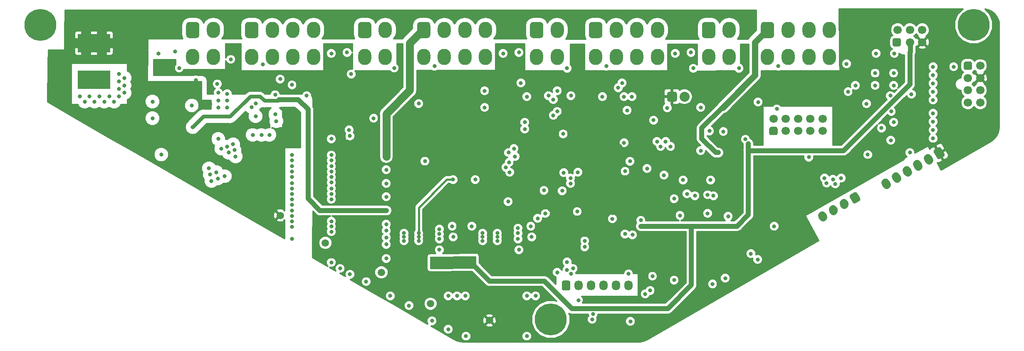
<source format=gbr>
G04 #@! TF.GenerationSoftware,KiCad,Pcbnew,(5.0.0-rc2-dev-296-g4594fedc2)*
G04 #@! TF.CreationDate,2018-05-02T00:47:15+09:30*
G04 #@! TF.ProjectId,zaphod-controller,7A6170686F642D636F6E74726F6C6C65,1.0*
G04 #@! TF.SameCoordinates,Original*
G04 #@! TF.FileFunction,Copper,L3,Inr,Signal*
G04 #@! TF.FilePolarity,Positive*
%FSLAX46Y46*%
G04 Gerber Fmt 4.6, Leading zero omitted, Abs format (unit mm)*
G04 Created by KiCad (PCBNEW (5.0.0-rc2-dev-296-g4594fedc2)) date 05/02/18 00:47:15*
%MOMM*%
%LPD*%
G01*
G04 APERTURE LIST*
%ADD10C,1.730000*%
%ADD11C,1.730000*%
%ADD12C,0.100000*%
%ADD13C,1.700000*%
%ADD14C,1.700000*%
%ADD15C,2.032000*%
%ADD16O,2.032000X2.032000*%
%ADD17C,6.500000*%
%ADD18R,3.430000X3.780000*%
%ADD19O,2.700000X3.300000*%
%ADD20C,2.700000*%
%ADD21C,1.727200*%
%ADD22O,1.727200X2.032000*%
%ADD23C,1.500000*%
%ADD24C,0.800000*%
%ADD25C,1.300000*%
%ADD26C,1.000000*%
%ADD27C,1.600000*%
%ADD28C,0.800000*%
%ADD29C,0.400000*%
%ADD30C,0.250000*%
%ADD31C,0.300000*%
%ADD32C,0.254000*%
G04 APERTURE END LIST*
D10*
X213200886Y-93010000D03*
D11*
X213125886Y-92880096D02*
X213275886Y-93139904D01*
D10*
X215400591Y-91740000D03*
D11*
X215325591Y-91610096D02*
X215475591Y-91869904D01*
D10*
X217600295Y-90470000D03*
D11*
X217525295Y-90340096D02*
X217675295Y-90599904D01*
D12*
G36*
X219911593Y-88047716D02*
X219953758Y-88052567D01*
X219995245Y-88061527D01*
X220035654Y-88074511D01*
X220074596Y-88091393D01*
X220111695Y-88112010D01*
X220146595Y-88136165D01*
X220178960Y-88163624D01*
X220208477Y-88194123D01*
X220234862Y-88227368D01*
X220257862Y-88263040D01*
X220840362Y-89271960D01*
X220859755Y-89309714D01*
X220875353Y-89349188D01*
X220887008Y-89390000D01*
X220894606Y-89431757D01*
X220898074Y-89474059D01*
X220897380Y-89516497D01*
X220892529Y-89558662D01*
X220883569Y-89600149D01*
X220870585Y-89640558D01*
X220853703Y-89679500D01*
X220833086Y-89716599D01*
X220808931Y-89751499D01*
X220781472Y-89783864D01*
X220750973Y-89813381D01*
X220717728Y-89839766D01*
X220682056Y-89862766D01*
X219932944Y-90295266D01*
X219895190Y-90314659D01*
X219855717Y-90330257D01*
X219814904Y-90341912D01*
X219773147Y-90349510D01*
X219730845Y-90352978D01*
X219688407Y-90352284D01*
X219646242Y-90347433D01*
X219604755Y-90338473D01*
X219564346Y-90325489D01*
X219525404Y-90308607D01*
X219488305Y-90287990D01*
X219453405Y-90263835D01*
X219421040Y-90236376D01*
X219391523Y-90205877D01*
X219365138Y-90172632D01*
X219342138Y-90136960D01*
X218759638Y-89128040D01*
X218740245Y-89090286D01*
X218724647Y-89050812D01*
X218712992Y-89010000D01*
X218705394Y-88968243D01*
X218701926Y-88925941D01*
X218702620Y-88883503D01*
X218707471Y-88841338D01*
X218716431Y-88799851D01*
X218729415Y-88759442D01*
X218746297Y-88720500D01*
X218766914Y-88683401D01*
X218791069Y-88648501D01*
X218818528Y-88616136D01*
X218849027Y-88586619D01*
X218882272Y-88560234D01*
X218917944Y-88537234D01*
X219667056Y-88104734D01*
X219704810Y-88085341D01*
X219744283Y-88069743D01*
X219785096Y-88058088D01*
X219826853Y-88050490D01*
X219869155Y-88047022D01*
X219911593Y-88047716D01*
X219911593Y-88047716D01*
G37*
D10*
X219800000Y-89200000D03*
D13*
X213200000Y-73100000D03*
X210700000Y-73100000D03*
X208200000Y-73100000D03*
X205700000Y-73100000D03*
X203200000Y-73100000D03*
X213200000Y-75600000D03*
X210700000Y-75600000D03*
X208200000Y-75600000D03*
X205700000Y-75600000D03*
D12*
G36*
X203666657Y-74752046D02*
X203707913Y-74758166D01*
X203748371Y-74768300D01*
X203787640Y-74782351D01*
X203825344Y-74800183D01*
X203861117Y-74821625D01*
X203894617Y-74846471D01*
X203925520Y-74874480D01*
X203953529Y-74905383D01*
X203978375Y-74938883D01*
X203999817Y-74974656D01*
X204017649Y-75012360D01*
X204031700Y-75051629D01*
X204041834Y-75092087D01*
X204047954Y-75133343D01*
X204050000Y-75175000D01*
X204050000Y-76025000D01*
X204047954Y-76066657D01*
X204041834Y-76107913D01*
X204031700Y-76148371D01*
X204017649Y-76187640D01*
X203999817Y-76225344D01*
X203978375Y-76261117D01*
X203953529Y-76294617D01*
X203925520Y-76325520D01*
X203894617Y-76353529D01*
X203861117Y-76378375D01*
X203825344Y-76399817D01*
X203787640Y-76417649D01*
X203748371Y-76431700D01*
X203707913Y-76441834D01*
X203666657Y-76447954D01*
X203625000Y-76450000D01*
X202775000Y-76450000D01*
X202733343Y-76447954D01*
X202692087Y-76441834D01*
X202651629Y-76431700D01*
X202612360Y-76417649D01*
X202574656Y-76399817D01*
X202538883Y-76378375D01*
X202505383Y-76353529D01*
X202474480Y-76325520D01*
X202446471Y-76294617D01*
X202421625Y-76261117D01*
X202400183Y-76225344D01*
X202382351Y-76187640D01*
X202368300Y-76148371D01*
X202358166Y-76107913D01*
X202352046Y-76066657D01*
X202350000Y-76025000D01*
X202350000Y-75175000D01*
X202352046Y-75133343D01*
X202358166Y-75092087D01*
X202368300Y-75051629D01*
X202382351Y-75012360D01*
X202400183Y-74974656D01*
X202421625Y-74938883D01*
X202446471Y-74905383D01*
X202474480Y-74874480D01*
X202505383Y-74846471D01*
X202538883Y-74821625D01*
X202574656Y-74800183D01*
X202612360Y-74782351D01*
X202651629Y-74768300D01*
X202692087Y-74758166D01*
X202733343Y-74752046D01*
X202775000Y-74750000D01*
X203625000Y-74750000D01*
X203666657Y-74752046D01*
X203666657Y-74752046D01*
G37*
D13*
X203200000Y-75600000D03*
X226104809Y-86350000D03*
D14*
X225979809Y-86133494D02*
X226229809Y-86566506D01*
D13*
X228269873Y-85100000D03*
D14*
X228144873Y-84883494D02*
X228394873Y-85316506D01*
D13*
X230434936Y-83850000D03*
D14*
X230309936Y-83633494D02*
X230559936Y-84066506D01*
D13*
X232600000Y-82600000D03*
D14*
X232475000Y-82383494D02*
X232725000Y-82816506D01*
D13*
X234765063Y-81350000D03*
D14*
X234640063Y-81133494D02*
X234890063Y-81566506D01*
D12*
G36*
X236988484Y-78878843D02*
X237029919Y-78883610D01*
X237070686Y-78892415D01*
X237110394Y-78905173D01*
X237148661Y-78921762D01*
X237185117Y-78942022D01*
X237219412Y-78965758D01*
X237251215Y-78992741D01*
X237280220Y-79022711D01*
X237306148Y-79055380D01*
X237328749Y-79090433D01*
X238003749Y-80259567D01*
X238022805Y-80296666D01*
X238038133Y-80335455D01*
X238049586Y-80375560D01*
X238057052Y-80416593D01*
X238060460Y-80458161D01*
X238059778Y-80499863D01*
X238055011Y-80541298D01*
X238046206Y-80582065D01*
X238033448Y-80621773D01*
X238016859Y-80660040D01*
X237996599Y-80696496D01*
X237972863Y-80730791D01*
X237945880Y-80762594D01*
X237915910Y-80791599D01*
X237883241Y-80817527D01*
X237848188Y-80840128D01*
X237112066Y-81265128D01*
X237074966Y-81284184D01*
X237036178Y-81299512D01*
X236996073Y-81310965D01*
X236955040Y-81318431D01*
X236913472Y-81321839D01*
X236871770Y-81321157D01*
X236830335Y-81316390D01*
X236789568Y-81307585D01*
X236749860Y-81294827D01*
X236711593Y-81278238D01*
X236675137Y-81257978D01*
X236640842Y-81234242D01*
X236609039Y-81207259D01*
X236580034Y-81177289D01*
X236554106Y-81144620D01*
X236531505Y-81109567D01*
X235856505Y-79940433D01*
X235837449Y-79903334D01*
X235822121Y-79864545D01*
X235810668Y-79824440D01*
X235803202Y-79783407D01*
X235799794Y-79741839D01*
X235800476Y-79700137D01*
X235805243Y-79658702D01*
X235814048Y-79617935D01*
X235826806Y-79578227D01*
X235843395Y-79539960D01*
X235863655Y-79503504D01*
X235887391Y-79469209D01*
X235914374Y-79437406D01*
X235944344Y-79408401D01*
X235977013Y-79382473D01*
X236012066Y-79359872D01*
X236748188Y-78934872D01*
X236785288Y-78915816D01*
X236824076Y-78900488D01*
X236864181Y-78889035D01*
X236905214Y-78881569D01*
X236946782Y-78878161D01*
X236988484Y-78878843D01*
X236988484Y-78878843D01*
G37*
D13*
X236930127Y-80100000D03*
X245300000Y-69800000D03*
X245300000Y-67300000D03*
X245300000Y-64800000D03*
X245300000Y-62300000D03*
X242800000Y-69800000D03*
X242800000Y-67300000D03*
X242800000Y-64800000D03*
D12*
G36*
X243266657Y-61452046D02*
X243307913Y-61458166D01*
X243348371Y-61468300D01*
X243387640Y-61482351D01*
X243425344Y-61500183D01*
X243461117Y-61521625D01*
X243494617Y-61546471D01*
X243525520Y-61574480D01*
X243553529Y-61605383D01*
X243578375Y-61638883D01*
X243599817Y-61674656D01*
X243617649Y-61712360D01*
X243631700Y-61751629D01*
X243641834Y-61792087D01*
X243647954Y-61833343D01*
X243650000Y-61875000D01*
X243650000Y-62725000D01*
X243647954Y-62766657D01*
X243641834Y-62807913D01*
X243631700Y-62848371D01*
X243617649Y-62887640D01*
X243599817Y-62925344D01*
X243578375Y-62961117D01*
X243553529Y-62994617D01*
X243525520Y-63025520D01*
X243494617Y-63053529D01*
X243461117Y-63078375D01*
X243425344Y-63099817D01*
X243387640Y-63117649D01*
X243348371Y-63131700D01*
X243307913Y-63141834D01*
X243266657Y-63147954D01*
X243225000Y-63150000D01*
X242375000Y-63150000D01*
X242333343Y-63147954D01*
X242292087Y-63141834D01*
X242251629Y-63131700D01*
X242212360Y-63117649D01*
X242174656Y-63099817D01*
X242138883Y-63078375D01*
X242105383Y-63053529D01*
X242074480Y-63025520D01*
X242046471Y-62994617D01*
X242021625Y-62961117D01*
X242000183Y-62925344D01*
X241982351Y-62887640D01*
X241968300Y-62848371D01*
X241958166Y-62807913D01*
X241952046Y-62766657D01*
X241950000Y-62725000D01*
X241950000Y-61875000D01*
X241952046Y-61833343D01*
X241958166Y-61792087D01*
X241968300Y-61751629D01*
X241982351Y-61712360D01*
X242000183Y-61674656D01*
X242021625Y-61638883D01*
X242046471Y-61605383D01*
X242074480Y-61574480D01*
X242105383Y-61546471D01*
X242138883Y-61521625D01*
X242174656Y-61500183D01*
X242212360Y-61482351D01*
X242251629Y-61468300D01*
X242292087Y-61458166D01*
X242333343Y-61452046D01*
X242375000Y-61450000D01*
X243225000Y-61450000D01*
X243266657Y-61452046D01*
X243266657Y-61452046D01*
G37*
D13*
X242800000Y-62300000D03*
X233500000Y-55000000D03*
X231000000Y-55000000D03*
X228500000Y-55000000D03*
X233500000Y-57500000D03*
X231000000Y-57500000D03*
D12*
G36*
X228766657Y-56652046D02*
X228807913Y-56658166D01*
X228848371Y-56668300D01*
X228887640Y-56682351D01*
X228925344Y-56700183D01*
X228961117Y-56721625D01*
X228994617Y-56746471D01*
X229025520Y-56774480D01*
X229053529Y-56805383D01*
X229078375Y-56838883D01*
X229099817Y-56874656D01*
X229117649Y-56912360D01*
X229131700Y-56951629D01*
X229141834Y-56992087D01*
X229147954Y-57033343D01*
X229150000Y-57075000D01*
X229150000Y-57925000D01*
X229147954Y-57966657D01*
X229141834Y-58007913D01*
X229131700Y-58048371D01*
X229117649Y-58087640D01*
X229099817Y-58125344D01*
X229078375Y-58161117D01*
X229053529Y-58194617D01*
X229025520Y-58225520D01*
X228994617Y-58253529D01*
X228961117Y-58278375D01*
X228925344Y-58299817D01*
X228887640Y-58317649D01*
X228848371Y-58331700D01*
X228807913Y-58341834D01*
X228766657Y-58347954D01*
X228725000Y-58350000D01*
X227875000Y-58350000D01*
X227833343Y-58347954D01*
X227792087Y-58341834D01*
X227751629Y-58331700D01*
X227712360Y-58317649D01*
X227674656Y-58299817D01*
X227638883Y-58278375D01*
X227605383Y-58253529D01*
X227574480Y-58225520D01*
X227546471Y-58194617D01*
X227521625Y-58161117D01*
X227500183Y-58125344D01*
X227482351Y-58087640D01*
X227468300Y-58048371D01*
X227458166Y-58007913D01*
X227452046Y-57966657D01*
X227450000Y-57925000D01*
X227450000Y-57075000D01*
X227452046Y-57033343D01*
X227458166Y-56992087D01*
X227468300Y-56951629D01*
X227482351Y-56912360D01*
X227500183Y-56874656D01*
X227521625Y-56838883D01*
X227546471Y-56805383D01*
X227574480Y-56774480D01*
X227605383Y-56746471D01*
X227638883Y-56721625D01*
X227674656Y-56700183D01*
X227712360Y-56682351D01*
X227751629Y-56668300D01*
X227792087Y-56658166D01*
X227833343Y-56652046D01*
X227875000Y-56650000D01*
X228725000Y-56650000D01*
X228766657Y-56652046D01*
X228766657Y-56652046D01*
G37*
D13*
X228300000Y-57500000D03*
D12*
G36*
X183117793Y-67586446D02*
X183167106Y-67593761D01*
X183215465Y-67605874D01*
X183262403Y-67622669D01*
X183307470Y-67643984D01*
X183350230Y-67669613D01*
X183390272Y-67699311D01*
X183427210Y-67732790D01*
X183460689Y-67769728D01*
X183490387Y-67809770D01*
X183516016Y-67852530D01*
X183537331Y-67897597D01*
X183554126Y-67944535D01*
X183566239Y-67992894D01*
X183573554Y-68042207D01*
X183576000Y-68092000D01*
X183576000Y-69108000D01*
X183573554Y-69157793D01*
X183566239Y-69207106D01*
X183554126Y-69255465D01*
X183537331Y-69302403D01*
X183516016Y-69347470D01*
X183490387Y-69390230D01*
X183460689Y-69430272D01*
X183427210Y-69467210D01*
X183390272Y-69500689D01*
X183350230Y-69530387D01*
X183307470Y-69556016D01*
X183262403Y-69577331D01*
X183215465Y-69594126D01*
X183167106Y-69606239D01*
X183117793Y-69613554D01*
X183068000Y-69616000D01*
X182052000Y-69616000D01*
X182002207Y-69613554D01*
X181952894Y-69606239D01*
X181904535Y-69594126D01*
X181857597Y-69577331D01*
X181812530Y-69556016D01*
X181769770Y-69530387D01*
X181729728Y-69500689D01*
X181692790Y-69467210D01*
X181659311Y-69430272D01*
X181629613Y-69390230D01*
X181603984Y-69347470D01*
X181582669Y-69302403D01*
X181565874Y-69255465D01*
X181553761Y-69207106D01*
X181546446Y-69157793D01*
X181544000Y-69108000D01*
X181544000Y-68092000D01*
X181546446Y-68042207D01*
X181553761Y-67992894D01*
X181565874Y-67944535D01*
X181582669Y-67897597D01*
X181603984Y-67852530D01*
X181629613Y-67809770D01*
X181659311Y-67769728D01*
X181692790Y-67732790D01*
X181729728Y-67699311D01*
X181769770Y-67669613D01*
X181812530Y-67643984D01*
X181857597Y-67622669D01*
X181904535Y-67605874D01*
X181952894Y-67593761D01*
X182002207Y-67586446D01*
X182052000Y-67584000D01*
X183068000Y-67584000D01*
X183117793Y-67586446D01*
X183117793Y-67586446D01*
G37*
D15*
X182560000Y-68600000D03*
D16*
X185100000Y-68600000D03*
D17*
X157900000Y-114000000D03*
D18*
X66480000Y-65190000D03*
X66480000Y-57700000D03*
X63300000Y-65190000D03*
X63300000Y-57700000D03*
D19*
X109600000Y-60500000D03*
X105400000Y-60500000D03*
X101200000Y-60500000D03*
X97000000Y-60500000D03*
X109600000Y-55000000D03*
X105400000Y-55000000D03*
X101200000Y-55000000D03*
D12*
G36*
X97741162Y-53353250D02*
X97806686Y-53362970D01*
X97870942Y-53379065D01*
X97933311Y-53401381D01*
X97993193Y-53429703D01*
X98050010Y-53463758D01*
X98103215Y-53503218D01*
X98152297Y-53547703D01*
X98196782Y-53596785D01*
X98236242Y-53649990D01*
X98270297Y-53706807D01*
X98298619Y-53766689D01*
X98320935Y-53829058D01*
X98337030Y-53893314D01*
X98346750Y-53958838D01*
X98350000Y-54025000D01*
X98350000Y-55975000D01*
X98346750Y-56041162D01*
X98337030Y-56106686D01*
X98320935Y-56170942D01*
X98298619Y-56233311D01*
X98270297Y-56293193D01*
X98236242Y-56350010D01*
X98196782Y-56403215D01*
X98152297Y-56452297D01*
X98103215Y-56496782D01*
X98050010Y-56536242D01*
X97993193Y-56570297D01*
X97933311Y-56598619D01*
X97870942Y-56620935D01*
X97806686Y-56637030D01*
X97741162Y-56646750D01*
X97675000Y-56650000D01*
X96325000Y-56650000D01*
X96258838Y-56646750D01*
X96193314Y-56637030D01*
X96129058Y-56620935D01*
X96066689Y-56598619D01*
X96006807Y-56570297D01*
X95949990Y-56536242D01*
X95896785Y-56496782D01*
X95847703Y-56452297D01*
X95803218Y-56403215D01*
X95763758Y-56350010D01*
X95729703Y-56293193D01*
X95701381Y-56233311D01*
X95679065Y-56170942D01*
X95662970Y-56106686D01*
X95653250Y-56041162D01*
X95650000Y-55975000D01*
X95650000Y-54025000D01*
X95653250Y-53958838D01*
X95662970Y-53893314D01*
X95679065Y-53829058D01*
X95701381Y-53766689D01*
X95729703Y-53706807D01*
X95763758Y-53649990D01*
X95803218Y-53596785D01*
X95847703Y-53547703D01*
X95896785Y-53503218D01*
X95949990Y-53463758D01*
X96006807Y-53429703D01*
X96066689Y-53401381D01*
X96129058Y-53379065D01*
X96193314Y-53362970D01*
X96258838Y-53353250D01*
X96325000Y-53350000D01*
X97675000Y-53350000D01*
X97741162Y-53353250D01*
X97741162Y-53353250D01*
G37*
D20*
X97000000Y-55000000D03*
D19*
X144600000Y-60500000D03*
X140400000Y-60500000D03*
X136200000Y-60500000D03*
X132000000Y-60500000D03*
X144600000Y-55000000D03*
X140400000Y-55000000D03*
X136200000Y-55000000D03*
D12*
G36*
X132741162Y-53353250D02*
X132806686Y-53362970D01*
X132870942Y-53379065D01*
X132933311Y-53401381D01*
X132993193Y-53429703D01*
X133050010Y-53463758D01*
X133103215Y-53503218D01*
X133152297Y-53547703D01*
X133196782Y-53596785D01*
X133236242Y-53649990D01*
X133270297Y-53706807D01*
X133298619Y-53766689D01*
X133320935Y-53829058D01*
X133337030Y-53893314D01*
X133346750Y-53958838D01*
X133350000Y-54025000D01*
X133350000Y-55975000D01*
X133346750Y-56041162D01*
X133337030Y-56106686D01*
X133320935Y-56170942D01*
X133298619Y-56233311D01*
X133270297Y-56293193D01*
X133236242Y-56350010D01*
X133196782Y-56403215D01*
X133152297Y-56452297D01*
X133103215Y-56496782D01*
X133050010Y-56536242D01*
X132993193Y-56570297D01*
X132933311Y-56598619D01*
X132870942Y-56620935D01*
X132806686Y-56637030D01*
X132741162Y-56646750D01*
X132675000Y-56650000D01*
X131325000Y-56650000D01*
X131258838Y-56646750D01*
X131193314Y-56637030D01*
X131129058Y-56620935D01*
X131066689Y-56598619D01*
X131006807Y-56570297D01*
X130949990Y-56536242D01*
X130896785Y-56496782D01*
X130847703Y-56452297D01*
X130803218Y-56403215D01*
X130763758Y-56350010D01*
X130729703Y-56293193D01*
X130701381Y-56233311D01*
X130679065Y-56170942D01*
X130662970Y-56106686D01*
X130653250Y-56041162D01*
X130650000Y-55975000D01*
X130650000Y-54025000D01*
X130653250Y-53958838D01*
X130662970Y-53893314D01*
X130679065Y-53829058D01*
X130701381Y-53766689D01*
X130729703Y-53706807D01*
X130763758Y-53649990D01*
X130803218Y-53596785D01*
X130847703Y-53547703D01*
X130896785Y-53503218D01*
X130949990Y-53463758D01*
X131006807Y-53429703D01*
X131066689Y-53401381D01*
X131129058Y-53379065D01*
X131193314Y-53362970D01*
X131258838Y-53353250D01*
X131325000Y-53350000D01*
X132675000Y-53350000D01*
X132741162Y-53353250D01*
X132741162Y-53353250D01*
G37*
D20*
X132000000Y-55000000D03*
D19*
X179600000Y-60500000D03*
X175400000Y-60500000D03*
X171200000Y-60500000D03*
X167000000Y-60500000D03*
X179600000Y-55000000D03*
X175400000Y-55000000D03*
X171200000Y-55000000D03*
D12*
G36*
X167741162Y-53353250D02*
X167806686Y-53362970D01*
X167870942Y-53379065D01*
X167933311Y-53401381D01*
X167993193Y-53429703D01*
X168050010Y-53463758D01*
X168103215Y-53503218D01*
X168152297Y-53547703D01*
X168196782Y-53596785D01*
X168236242Y-53649990D01*
X168270297Y-53706807D01*
X168298619Y-53766689D01*
X168320935Y-53829058D01*
X168337030Y-53893314D01*
X168346750Y-53958838D01*
X168350000Y-54025000D01*
X168350000Y-55975000D01*
X168346750Y-56041162D01*
X168337030Y-56106686D01*
X168320935Y-56170942D01*
X168298619Y-56233311D01*
X168270297Y-56293193D01*
X168236242Y-56350010D01*
X168196782Y-56403215D01*
X168152297Y-56452297D01*
X168103215Y-56496782D01*
X168050010Y-56536242D01*
X167993193Y-56570297D01*
X167933311Y-56598619D01*
X167870942Y-56620935D01*
X167806686Y-56637030D01*
X167741162Y-56646750D01*
X167675000Y-56650000D01*
X166325000Y-56650000D01*
X166258838Y-56646750D01*
X166193314Y-56637030D01*
X166129058Y-56620935D01*
X166066689Y-56598619D01*
X166006807Y-56570297D01*
X165949990Y-56536242D01*
X165896785Y-56496782D01*
X165847703Y-56452297D01*
X165803218Y-56403215D01*
X165763758Y-56350010D01*
X165729703Y-56293193D01*
X165701381Y-56233311D01*
X165679065Y-56170942D01*
X165662970Y-56106686D01*
X165653250Y-56041162D01*
X165650000Y-55975000D01*
X165650000Y-54025000D01*
X165653250Y-53958838D01*
X165662970Y-53893314D01*
X165679065Y-53829058D01*
X165701381Y-53766689D01*
X165729703Y-53706807D01*
X165763758Y-53649990D01*
X165803218Y-53596785D01*
X165847703Y-53547703D01*
X165896785Y-53503218D01*
X165949990Y-53463758D01*
X166006807Y-53429703D01*
X166066689Y-53401381D01*
X166129058Y-53379065D01*
X166193314Y-53362970D01*
X166258838Y-53353250D01*
X166325000Y-53350000D01*
X167675000Y-53350000D01*
X167741162Y-53353250D01*
X167741162Y-53353250D01*
G37*
D20*
X167000000Y-55000000D03*
D19*
X214600000Y-60500000D03*
X210400000Y-60500000D03*
X206200000Y-60500000D03*
X202000000Y-60500000D03*
X214600000Y-55000000D03*
X210400000Y-55000000D03*
X206200000Y-55000000D03*
D12*
G36*
X202741162Y-53353250D02*
X202806686Y-53362970D01*
X202870942Y-53379065D01*
X202933311Y-53401381D01*
X202993193Y-53429703D01*
X203050010Y-53463758D01*
X203103215Y-53503218D01*
X203152297Y-53547703D01*
X203196782Y-53596785D01*
X203236242Y-53649990D01*
X203270297Y-53706807D01*
X203298619Y-53766689D01*
X203320935Y-53829058D01*
X203337030Y-53893314D01*
X203346750Y-53958838D01*
X203350000Y-54025000D01*
X203350000Y-55975000D01*
X203346750Y-56041162D01*
X203337030Y-56106686D01*
X203320935Y-56170942D01*
X203298619Y-56233311D01*
X203270297Y-56293193D01*
X203236242Y-56350010D01*
X203196782Y-56403215D01*
X203152297Y-56452297D01*
X203103215Y-56496782D01*
X203050010Y-56536242D01*
X202993193Y-56570297D01*
X202933311Y-56598619D01*
X202870942Y-56620935D01*
X202806686Y-56637030D01*
X202741162Y-56646750D01*
X202675000Y-56650000D01*
X201325000Y-56650000D01*
X201258838Y-56646750D01*
X201193314Y-56637030D01*
X201129058Y-56620935D01*
X201066689Y-56598619D01*
X201006807Y-56570297D01*
X200949990Y-56536242D01*
X200896785Y-56496782D01*
X200847703Y-56452297D01*
X200803218Y-56403215D01*
X200763758Y-56350010D01*
X200729703Y-56293193D01*
X200701381Y-56233311D01*
X200679065Y-56170942D01*
X200662970Y-56106686D01*
X200653250Y-56041162D01*
X200650000Y-55975000D01*
X200650000Y-54025000D01*
X200653250Y-53958838D01*
X200662970Y-53893314D01*
X200679065Y-53829058D01*
X200701381Y-53766689D01*
X200729703Y-53706807D01*
X200763758Y-53649990D01*
X200803218Y-53596785D01*
X200847703Y-53547703D01*
X200896785Y-53503218D01*
X200949990Y-53463758D01*
X201006807Y-53429703D01*
X201066689Y-53401381D01*
X201129058Y-53379065D01*
X201193314Y-53362970D01*
X201258838Y-53353250D01*
X201325000Y-53350000D01*
X202675000Y-53350000D01*
X202741162Y-53353250D01*
X202741162Y-53353250D01*
G37*
D20*
X202000000Y-55000000D03*
D19*
X89200000Y-60500000D03*
X85000000Y-60500000D03*
X89200000Y-55000000D03*
D12*
G36*
X85741162Y-53353250D02*
X85806686Y-53362970D01*
X85870942Y-53379065D01*
X85933311Y-53401381D01*
X85993193Y-53429703D01*
X86050010Y-53463758D01*
X86103215Y-53503218D01*
X86152297Y-53547703D01*
X86196782Y-53596785D01*
X86236242Y-53649990D01*
X86270297Y-53706807D01*
X86298619Y-53766689D01*
X86320935Y-53829058D01*
X86337030Y-53893314D01*
X86346750Y-53958838D01*
X86350000Y-54025000D01*
X86350000Y-55975000D01*
X86346750Y-56041162D01*
X86337030Y-56106686D01*
X86320935Y-56170942D01*
X86298619Y-56233311D01*
X86270297Y-56293193D01*
X86236242Y-56350010D01*
X86196782Y-56403215D01*
X86152297Y-56452297D01*
X86103215Y-56496782D01*
X86050010Y-56536242D01*
X85993193Y-56570297D01*
X85933311Y-56598619D01*
X85870942Y-56620935D01*
X85806686Y-56637030D01*
X85741162Y-56646750D01*
X85675000Y-56650000D01*
X84325000Y-56650000D01*
X84258838Y-56646750D01*
X84193314Y-56637030D01*
X84129058Y-56620935D01*
X84066689Y-56598619D01*
X84006807Y-56570297D01*
X83949990Y-56536242D01*
X83896785Y-56496782D01*
X83847703Y-56452297D01*
X83803218Y-56403215D01*
X83763758Y-56350010D01*
X83729703Y-56293193D01*
X83701381Y-56233311D01*
X83679065Y-56170942D01*
X83662970Y-56106686D01*
X83653250Y-56041162D01*
X83650000Y-55975000D01*
X83650000Y-54025000D01*
X83653250Y-53958838D01*
X83662970Y-53893314D01*
X83679065Y-53829058D01*
X83701381Y-53766689D01*
X83729703Y-53706807D01*
X83763758Y-53649990D01*
X83803218Y-53596785D01*
X83847703Y-53547703D01*
X83896785Y-53503218D01*
X83949990Y-53463758D01*
X84006807Y-53429703D01*
X84066689Y-53401381D01*
X84129058Y-53379065D01*
X84193314Y-53362970D01*
X84258838Y-53353250D01*
X84325000Y-53350000D01*
X85675000Y-53350000D01*
X85741162Y-53353250D01*
X85741162Y-53353250D01*
G37*
D20*
X85000000Y-55000000D03*
D19*
X124200000Y-60500000D03*
X120000000Y-60500000D03*
X124200000Y-55000000D03*
D12*
G36*
X120741162Y-53353250D02*
X120806686Y-53362970D01*
X120870942Y-53379065D01*
X120933311Y-53401381D01*
X120993193Y-53429703D01*
X121050010Y-53463758D01*
X121103215Y-53503218D01*
X121152297Y-53547703D01*
X121196782Y-53596785D01*
X121236242Y-53649990D01*
X121270297Y-53706807D01*
X121298619Y-53766689D01*
X121320935Y-53829058D01*
X121337030Y-53893314D01*
X121346750Y-53958838D01*
X121350000Y-54025000D01*
X121350000Y-55975000D01*
X121346750Y-56041162D01*
X121337030Y-56106686D01*
X121320935Y-56170942D01*
X121298619Y-56233311D01*
X121270297Y-56293193D01*
X121236242Y-56350010D01*
X121196782Y-56403215D01*
X121152297Y-56452297D01*
X121103215Y-56496782D01*
X121050010Y-56536242D01*
X120993193Y-56570297D01*
X120933311Y-56598619D01*
X120870942Y-56620935D01*
X120806686Y-56637030D01*
X120741162Y-56646750D01*
X120675000Y-56650000D01*
X119325000Y-56650000D01*
X119258838Y-56646750D01*
X119193314Y-56637030D01*
X119129058Y-56620935D01*
X119066689Y-56598619D01*
X119006807Y-56570297D01*
X118949990Y-56536242D01*
X118896785Y-56496782D01*
X118847703Y-56452297D01*
X118803218Y-56403215D01*
X118763758Y-56350010D01*
X118729703Y-56293193D01*
X118701381Y-56233311D01*
X118679065Y-56170942D01*
X118662970Y-56106686D01*
X118653250Y-56041162D01*
X118650000Y-55975000D01*
X118650000Y-54025000D01*
X118653250Y-53958838D01*
X118662970Y-53893314D01*
X118679065Y-53829058D01*
X118701381Y-53766689D01*
X118729703Y-53706807D01*
X118763758Y-53649990D01*
X118803218Y-53596785D01*
X118847703Y-53547703D01*
X118896785Y-53503218D01*
X118949990Y-53463758D01*
X119006807Y-53429703D01*
X119066689Y-53401381D01*
X119129058Y-53379065D01*
X119193314Y-53362970D01*
X119258838Y-53353250D01*
X119325000Y-53350000D01*
X120675000Y-53350000D01*
X120741162Y-53353250D01*
X120741162Y-53353250D01*
G37*
D20*
X120000000Y-55000000D03*
D19*
X159200000Y-60500000D03*
X155000000Y-60500000D03*
X159200000Y-55000000D03*
D12*
G36*
X155741162Y-53353250D02*
X155806686Y-53362970D01*
X155870942Y-53379065D01*
X155933311Y-53401381D01*
X155993193Y-53429703D01*
X156050010Y-53463758D01*
X156103215Y-53503218D01*
X156152297Y-53547703D01*
X156196782Y-53596785D01*
X156236242Y-53649990D01*
X156270297Y-53706807D01*
X156298619Y-53766689D01*
X156320935Y-53829058D01*
X156337030Y-53893314D01*
X156346750Y-53958838D01*
X156350000Y-54025000D01*
X156350000Y-55975000D01*
X156346750Y-56041162D01*
X156337030Y-56106686D01*
X156320935Y-56170942D01*
X156298619Y-56233311D01*
X156270297Y-56293193D01*
X156236242Y-56350010D01*
X156196782Y-56403215D01*
X156152297Y-56452297D01*
X156103215Y-56496782D01*
X156050010Y-56536242D01*
X155993193Y-56570297D01*
X155933311Y-56598619D01*
X155870942Y-56620935D01*
X155806686Y-56637030D01*
X155741162Y-56646750D01*
X155675000Y-56650000D01*
X154325000Y-56650000D01*
X154258838Y-56646750D01*
X154193314Y-56637030D01*
X154129058Y-56620935D01*
X154066689Y-56598619D01*
X154006807Y-56570297D01*
X153949990Y-56536242D01*
X153896785Y-56496782D01*
X153847703Y-56452297D01*
X153803218Y-56403215D01*
X153763758Y-56350010D01*
X153729703Y-56293193D01*
X153701381Y-56233311D01*
X153679065Y-56170942D01*
X153662970Y-56106686D01*
X153653250Y-56041162D01*
X153650000Y-55975000D01*
X153650000Y-54025000D01*
X153653250Y-53958838D01*
X153662970Y-53893314D01*
X153679065Y-53829058D01*
X153701381Y-53766689D01*
X153729703Y-53706807D01*
X153763758Y-53649990D01*
X153803218Y-53596785D01*
X153847703Y-53547703D01*
X153896785Y-53503218D01*
X153949990Y-53463758D01*
X154006807Y-53429703D01*
X154066689Y-53401381D01*
X154129058Y-53379065D01*
X154193314Y-53362970D01*
X154258838Y-53353250D01*
X154325000Y-53350000D01*
X155675000Y-53350000D01*
X155741162Y-53353250D01*
X155741162Y-53353250D01*
G37*
D20*
X155000000Y-55000000D03*
D19*
X194200000Y-60500000D03*
X190000000Y-60500000D03*
X194200000Y-55000000D03*
D12*
G36*
X190741162Y-53353250D02*
X190806686Y-53362970D01*
X190870942Y-53379065D01*
X190933311Y-53401381D01*
X190993193Y-53429703D01*
X191050010Y-53463758D01*
X191103215Y-53503218D01*
X191152297Y-53547703D01*
X191196782Y-53596785D01*
X191236242Y-53649990D01*
X191270297Y-53706807D01*
X191298619Y-53766689D01*
X191320935Y-53829058D01*
X191337030Y-53893314D01*
X191346750Y-53958838D01*
X191350000Y-54025000D01*
X191350000Y-55975000D01*
X191346750Y-56041162D01*
X191337030Y-56106686D01*
X191320935Y-56170942D01*
X191298619Y-56233311D01*
X191270297Y-56293193D01*
X191236242Y-56350010D01*
X191196782Y-56403215D01*
X191152297Y-56452297D01*
X191103215Y-56496782D01*
X191050010Y-56536242D01*
X190993193Y-56570297D01*
X190933311Y-56598619D01*
X190870942Y-56620935D01*
X190806686Y-56637030D01*
X190741162Y-56646750D01*
X190675000Y-56650000D01*
X189325000Y-56650000D01*
X189258838Y-56646750D01*
X189193314Y-56637030D01*
X189129058Y-56620935D01*
X189066689Y-56598619D01*
X189006807Y-56570297D01*
X188949990Y-56536242D01*
X188896785Y-56496782D01*
X188847703Y-56452297D01*
X188803218Y-56403215D01*
X188763758Y-56350010D01*
X188729703Y-56293193D01*
X188701381Y-56233311D01*
X188679065Y-56170942D01*
X188662970Y-56106686D01*
X188653250Y-56041162D01*
X188650000Y-55975000D01*
X188650000Y-54025000D01*
X188653250Y-53958838D01*
X188662970Y-53893314D01*
X188679065Y-53829058D01*
X188701381Y-53766689D01*
X188729703Y-53706807D01*
X188763758Y-53649990D01*
X188803218Y-53596785D01*
X188847703Y-53547703D01*
X188896785Y-53503218D01*
X188949990Y-53463758D01*
X189006807Y-53429703D01*
X189066689Y-53401381D01*
X189129058Y-53379065D01*
X189193314Y-53362970D01*
X189258838Y-53353250D01*
X189325000Y-53350000D01*
X190675000Y-53350000D01*
X190741162Y-53353250D01*
X190741162Y-53353250D01*
G37*
D20*
X190000000Y-55000000D03*
D12*
G36*
X161474124Y-106086079D02*
X161516040Y-106092297D01*
X161557145Y-106102593D01*
X161597043Y-106116869D01*
X161635349Y-106134986D01*
X161671695Y-106156771D01*
X161705731Y-106182014D01*
X161737129Y-106210471D01*
X161765586Y-106241869D01*
X161790829Y-106275905D01*
X161812614Y-106312251D01*
X161830731Y-106350557D01*
X161845007Y-106390455D01*
X161855303Y-106431560D01*
X161861521Y-106473476D01*
X161863600Y-106515800D01*
X161863600Y-107684200D01*
X161861521Y-107726524D01*
X161855303Y-107768440D01*
X161845007Y-107809545D01*
X161830731Y-107849443D01*
X161812614Y-107887749D01*
X161790829Y-107924095D01*
X161765586Y-107958131D01*
X161737129Y-107989529D01*
X161705731Y-108017986D01*
X161671695Y-108043229D01*
X161635349Y-108065014D01*
X161597043Y-108083131D01*
X161557145Y-108097407D01*
X161516040Y-108107703D01*
X161474124Y-108113921D01*
X161431800Y-108116000D01*
X160568200Y-108116000D01*
X160525876Y-108113921D01*
X160483960Y-108107703D01*
X160442855Y-108097407D01*
X160402957Y-108083131D01*
X160364651Y-108065014D01*
X160328305Y-108043229D01*
X160294269Y-108017986D01*
X160262871Y-107989529D01*
X160234414Y-107958131D01*
X160209171Y-107924095D01*
X160187386Y-107887749D01*
X160169269Y-107849443D01*
X160154993Y-107809545D01*
X160144697Y-107768440D01*
X160138479Y-107726524D01*
X160136400Y-107684200D01*
X160136400Y-106515800D01*
X160138479Y-106473476D01*
X160144697Y-106431560D01*
X160154993Y-106390455D01*
X160169269Y-106350557D01*
X160187386Y-106312251D01*
X160209171Y-106275905D01*
X160234414Y-106241869D01*
X160262871Y-106210471D01*
X160294269Y-106182014D01*
X160328305Y-106156771D01*
X160364651Y-106134986D01*
X160402957Y-106116869D01*
X160442855Y-106102593D01*
X160483960Y-106092297D01*
X160525876Y-106086079D01*
X160568200Y-106084000D01*
X161431800Y-106084000D01*
X161474124Y-106086079D01*
X161474124Y-106086079D01*
G37*
D21*
X161000000Y-107100000D03*
D22*
X163540000Y-107100000D03*
X166080000Y-107100000D03*
X168620000Y-107100000D03*
X171160000Y-107100000D03*
X173700000Y-107100000D03*
D17*
X53976952Y-54000000D03*
X244000000Y-54000000D03*
D23*
X102800000Y-92800000D03*
X123400000Y-104400000D03*
X133400000Y-110800000D03*
X145400000Y-114200000D03*
X112000000Y-98400000D03*
D24*
X170400000Y-93500000D03*
X63000000Y-69600000D03*
X65000000Y-69600000D03*
X67000000Y-69600000D03*
X69000000Y-69600000D03*
X71100000Y-67800000D03*
X71100000Y-66300000D03*
X71100000Y-64800000D03*
X120300000Y-106300000D03*
X124400000Y-98700000D03*
X124400000Y-95900000D03*
X71100000Y-59000000D03*
X71100000Y-57000000D03*
X71100000Y-55000000D03*
X67100000Y-53000000D03*
X65100000Y-53000000D03*
X63000000Y-53000000D03*
X78500000Y-52700000D03*
X77400000Y-52800000D03*
X113500000Y-52800000D03*
X112400000Y-52800000D03*
X128000000Y-51600000D03*
X148500000Y-52600000D03*
X147400000Y-52600000D03*
X163000000Y-51600000D03*
X183400000Y-52600000D03*
X93200000Y-78300000D03*
X93500000Y-79500000D03*
X92000000Y-78800000D03*
X88800000Y-85800000D03*
X90100000Y-85300000D03*
X88500000Y-84500000D03*
X113200000Y-96100000D03*
X113200000Y-95000000D03*
X113200000Y-88400000D03*
X113200000Y-86100000D03*
X113200000Y-83900000D03*
X113200000Y-81600000D03*
X113200000Y-89500000D03*
X197489824Y-77284736D03*
X190800000Y-106800000D03*
X193400000Y-105600000D03*
X200000000Y-101800000D03*
X153000000Y-117400000D03*
X137000000Y-116000000D03*
X140600000Y-117400000D03*
X97200000Y-76400000D03*
X99000000Y-76400000D03*
X90000000Y-66000000D03*
X62000000Y-68500000D03*
X70000000Y-64000000D03*
X70000000Y-65500000D03*
X70000000Y-67000000D03*
X70000000Y-68500000D03*
X68000000Y-68500000D03*
X66000000Y-68500000D03*
X64000000Y-68500000D03*
X76800000Y-69600000D03*
X76800000Y-73000000D03*
X78600000Y-80400000D03*
X117000000Y-104800000D03*
X115000000Y-103600000D03*
X113200000Y-102400000D03*
X144400000Y-70800000D03*
X144400000Y-67400000D03*
X227200000Y-71600000D03*
X227000000Y-68400000D03*
X101800000Y-72199994D03*
X100600000Y-76400000D03*
X90200000Y-77200000D03*
X194000000Y-93000000D03*
X169200000Y-62400000D03*
X153000000Y-68600000D03*
X81412660Y-59387340D03*
X161200000Y-62800004D03*
X178800000Y-73400000D03*
X173400000Y-71400000D03*
X116400000Y-59600000D03*
X186400000Y-59600000D03*
X151400000Y-59600000D03*
X196200000Y-62800000D03*
X176200000Y-93800000D03*
X227800000Y-59800000D03*
X113200000Y-77200000D03*
X190200000Y-75600000D03*
X188400000Y-79600000D03*
X227099996Y-77500000D03*
X180900000Y-84600000D03*
X181600000Y-70900000D03*
X231000000Y-80000002D03*
X222150000Y-70030000D03*
X224100000Y-59800000D03*
X231300000Y-68100000D03*
X218100000Y-61900000D03*
X239900000Y-62500000D03*
X182999998Y-106000000D03*
X137000000Y-109200000D03*
X138800000Y-109200000D03*
X140500000Y-109200000D03*
X88300000Y-83200000D03*
X89800000Y-84000000D03*
X91500000Y-84800000D03*
X90800000Y-79200000D03*
X92300000Y-80000000D03*
X93700000Y-80800000D03*
X113200000Y-94000000D03*
X113200000Y-87300000D03*
X113200000Y-85000000D03*
X113200000Y-82800000D03*
X113200000Y-80500000D03*
X155200000Y-93400000D03*
X141800000Y-95000000D03*
X154800000Y-109200000D03*
X153000000Y-109200000D03*
X128000000Y-98000000D03*
X128000000Y-96400000D03*
X128000000Y-97200000D03*
X144000000Y-98000000D03*
X144000000Y-96400000D03*
X144000000Y-97200000D03*
X92750000Y-61000000D03*
X126000000Y-62750004D03*
X99250000Y-62000000D03*
X174012660Y-81762660D03*
X177487340Y-83262660D03*
X142500000Y-85500000D03*
X188400000Y-70800000D03*
X173700000Y-104700000D03*
X172800000Y-78000000D03*
X166300000Y-114000000D03*
X173000000Y-96600000D03*
X173012653Y-83787347D03*
X151200000Y-97600000D03*
X151200000Y-95400000D03*
X151200000Y-96400000D03*
X135200000Y-97600000D03*
X135200000Y-95600000D03*
X135200000Y-96600000D03*
X149200000Y-90000000D03*
X92000000Y-68000000D03*
X90200000Y-67800000D03*
X90200000Y-70800000D03*
X92000000Y-70800000D03*
X92000000Y-69400000D03*
X90200000Y-69400000D03*
X116812119Y-75386799D03*
X204200000Y-62400000D03*
X134200000Y-62400000D03*
X101800000Y-68200000D03*
X218400000Y-67600000D03*
X125200000Y-109200000D03*
X124400000Y-101600000D03*
X131000000Y-98000000D03*
X131000000Y-97200000D03*
X138000000Y-85500000D03*
X135200000Y-99800000D03*
X192000000Y-80000000D03*
X85000000Y-74800000D03*
X124400000Y-97300000D03*
X124400000Y-94600000D03*
X124400000Y-91800000D03*
X124400000Y-89000000D03*
X124400000Y-86300000D03*
X124400000Y-83500000D03*
X124400000Y-80800000D03*
X192900000Y-70800000D03*
X131000000Y-96400000D03*
X147000000Y-98000000D03*
X147000000Y-96400000D03*
X147000000Y-97200000D03*
X151400000Y-99800000D03*
X102600000Y-69199998D03*
X182400000Y-52600000D03*
X99900000Y-82000000D03*
X100100000Y-83300000D03*
X98800000Y-82600000D03*
X95900000Y-89700000D03*
X97100000Y-89100000D03*
X95800000Y-88400000D03*
X105200000Y-95100000D03*
X105200000Y-92900000D03*
X105200000Y-90600000D03*
X105200000Y-88400000D03*
X105200000Y-86200000D03*
X105200000Y-83900000D03*
X105200000Y-81600000D03*
X105800000Y-75200000D03*
X198000000Y-54500000D03*
X198100000Y-53000000D03*
X163000000Y-53000000D03*
X163000000Y-54500000D03*
X128000000Y-53000000D03*
X128000000Y-54500000D03*
X93000000Y-53000000D03*
X93000000Y-54500000D03*
X93000000Y-56000000D03*
X105200000Y-97600000D03*
X85600000Y-65200000D03*
X70000000Y-60000000D03*
X70000000Y-58000000D03*
X70000000Y-56000000D03*
X70000000Y-54000000D03*
X68000000Y-54000000D03*
X66000000Y-54000000D03*
X64000000Y-54000000D03*
X62000000Y-54000000D03*
X183400000Y-53700000D03*
X182400000Y-53700000D03*
X182400000Y-54800000D03*
X148500000Y-53700000D03*
X147400000Y-53700000D03*
X147400000Y-54800000D03*
X113500000Y-53800000D03*
X112400000Y-53800000D03*
X112400000Y-54800000D03*
X78500000Y-53800000D03*
X77400000Y-53800000D03*
X77400000Y-54800000D03*
X77400000Y-55800000D03*
X95700000Y-87200000D03*
X96900000Y-87900000D03*
X98200000Y-88600000D03*
X97700000Y-83100000D03*
X99000000Y-83800000D03*
X100300000Y-84500000D03*
X105200000Y-94000000D03*
X105200000Y-91800000D03*
X105200000Y-80500000D03*
X105200000Y-82800000D03*
X105200000Y-85000000D03*
X105200000Y-87300000D03*
X105200000Y-89500000D03*
X80800000Y-71000000D03*
X84800000Y-67399992D03*
X154000000Y-97200000D03*
X153800000Y-95000000D03*
X170500000Y-92289987D03*
X144900000Y-117500000D03*
X149600000Y-117400000D03*
X197700000Y-63000008D03*
X127300000Y-62500000D03*
X126400000Y-77200000D03*
X161200000Y-117400000D03*
X162300000Y-115400000D03*
X112400000Y-62000000D03*
X184600000Y-105000000D03*
X201000000Y-91400000D03*
X193400000Y-77400000D03*
X154200004Y-73200000D03*
X163200000Y-62800000D03*
X175400000Y-71000000D03*
X182800000Y-62600000D03*
X195000000Y-85800000D03*
X227600000Y-80500000D03*
X223800000Y-80500000D03*
X231100000Y-70800000D03*
X220200000Y-70000000D03*
X226700000Y-67000000D03*
X225700000Y-59800000D03*
X153000000Y-103000000D03*
X154800000Y-103000000D03*
X150200000Y-102800000D03*
X150200000Y-101800000D03*
X147000000Y-62749998D03*
X93500000Y-62000000D03*
X173000000Y-76500000D03*
X178000000Y-77500012D03*
X220600000Y-62000000D03*
X174200000Y-83800000D03*
X172024690Y-78737040D03*
X174000000Y-117900000D03*
X150800000Y-90000000D03*
X77800000Y-62800000D03*
X84800000Y-70400000D03*
X97800000Y-69950010D03*
X105200000Y-66200000D03*
X137800000Y-95000000D03*
X138009098Y-97188880D03*
X133700000Y-114300000D03*
X129000000Y-111200000D03*
X176200000Y-95000000D03*
X198100000Y-78200000D03*
X138800000Y-103000000D03*
X137000000Y-103000000D03*
X134200000Y-102800000D03*
X134200000Y-101800000D03*
X142000000Y-102800000D03*
X142000000Y-101800000D03*
X160200000Y-87800000D03*
X163275000Y-92000000D03*
X160500002Y-84100000D03*
X235700000Y-62500000D03*
X235700000Y-64200000D03*
X235700000Y-65900000D03*
X235700000Y-67600000D03*
X235700000Y-69300000D03*
X235700000Y-77100000D03*
X235700000Y-75400000D03*
X235700000Y-73700000D03*
X235700000Y-72000000D03*
X190400000Y-85600000D03*
X184800000Y-85600000D03*
X185600000Y-88399996D03*
X132250000Y-81750000D03*
X159200000Y-67400000D03*
X131000000Y-70000000D03*
X200100000Y-69700000D03*
X203900000Y-71100000D03*
X179500000Y-77750000D03*
X222400000Y-80400000D03*
X227700000Y-63800000D03*
X159200000Y-104400000D03*
X152600000Y-75200000D03*
X172800000Y-68600000D03*
X223900000Y-63800000D03*
X152600000Y-73800000D03*
X174400000Y-68600000D03*
X223900000Y-66300000D03*
X227700000Y-66300000D03*
X219900000Y-66300000D03*
X164800000Y-99200004D03*
X164800000Y-98000000D03*
X225200000Y-75000000D03*
X158400000Y-69200000D03*
X172400000Y-65800000D03*
X157399982Y-68400000D03*
X171600000Y-66800000D03*
X227700000Y-73800000D03*
X183000000Y-89400006D03*
X187200000Y-88800000D03*
X193000000Y-75700000D03*
X149500000Y-84000000D03*
X148750002Y-83000000D03*
X149400000Y-82000000D03*
X150400002Y-79200000D03*
X149300000Y-80000000D03*
X150600000Y-80800000D03*
X160400000Y-76200000D03*
X159200000Y-71600000D03*
X158400002Y-72400000D03*
X182250000Y-78750000D03*
X181250000Y-77750000D03*
X180250000Y-78750004D03*
X108200000Y-68400000D03*
X102800000Y-65000000D03*
X102000010Y-73600000D03*
X117000000Y-76600000D03*
X97000036Y-70700020D03*
X121800000Y-73000000D03*
X97800000Y-72600000D03*
X174100000Y-114400000D03*
X178600000Y-105200010D03*
X189800000Y-88600000D03*
X161900000Y-85200000D03*
X191000000Y-88800000D03*
X161900000Y-86300000D03*
X163400000Y-83999996D03*
X148200000Y-59800000D03*
X113200000Y-59800000D03*
X183200000Y-59800000D03*
X78000000Y-59800000D03*
X82250000Y-62750012D03*
X117250000Y-64000000D03*
X151799996Y-65800000D03*
X162000000Y-68400000D03*
X168399992Y-68600000D03*
X186900000Y-62800000D03*
X189800000Y-92400000D03*
X184187339Y-92812659D03*
X177100000Y-108800000D03*
X156500000Y-87700000D03*
X178100000Y-108100000D03*
X156775000Y-92412653D03*
X162000002Y-104700000D03*
X161199998Y-103900000D03*
X162400000Y-103600000D03*
X161200000Y-102300000D03*
X217000000Y-85200000D03*
X198600000Y-100600000D03*
X203350000Y-95025000D03*
X213600000Y-85200000D03*
X214000000Y-86200004D03*
X215325009Y-85449186D03*
X215800000Y-86400000D03*
X210400000Y-80925000D03*
X174500000Y-96750000D03*
X166500000Y-112900000D03*
X163500000Y-110100000D03*
D25*
X202000000Y-55000000D02*
X199450001Y-57549999D01*
X199450001Y-57549999D02*
X199450001Y-64249999D01*
X199450001Y-64249999D02*
X193299999Y-70400001D01*
X193299999Y-70400001D02*
X192900000Y-70800000D01*
D26*
X106499998Y-69199998D02*
X108500000Y-71200000D01*
X102600000Y-69199998D02*
X106499998Y-69199998D01*
X108500000Y-71200000D02*
X108500000Y-89400000D01*
X108500000Y-89400000D02*
X110900000Y-91800000D01*
X110900000Y-91800000D02*
X124400000Y-91800000D01*
D27*
X129200000Y-57700000D02*
X129200000Y-67300000D01*
X131900000Y-55000000D02*
X129200000Y-57700000D01*
X129200000Y-67300000D02*
X124400000Y-72100000D01*
X124400000Y-72100000D02*
X124400000Y-80800000D01*
D25*
X132000000Y-55000000D02*
X131900000Y-55000000D01*
D28*
X99600000Y-69400000D02*
X102399998Y-69400000D01*
X98700000Y-68500000D02*
X99600000Y-69400000D01*
X96700000Y-68500000D02*
X98700000Y-68500000D01*
X92600000Y-72600000D02*
X96700000Y-68500000D01*
X85000000Y-74800000D02*
X87200000Y-72600000D01*
X87200000Y-72600000D02*
X92600000Y-72600000D01*
X102399998Y-69400000D02*
X102600000Y-69199998D01*
D29*
X136700000Y-85500000D02*
X131000000Y-91200000D01*
X131000000Y-91200000D02*
X131000000Y-98000000D01*
X138000000Y-85500000D02*
X136700000Y-85500000D01*
D30*
X138000000Y-85500000D02*
X137900000Y-85500000D01*
X131000000Y-97434315D02*
X131000000Y-98000000D01*
D26*
X191434315Y-80000000D02*
X188600000Y-77165685D01*
X192000000Y-80000000D02*
X191434315Y-80000000D01*
X188600000Y-77165685D02*
X188600000Y-75000000D01*
X188600000Y-75000000D02*
X192800000Y-70800000D01*
X192800000Y-70800000D02*
X192900000Y-70800000D01*
D31*
X85600000Y-65200000D02*
X85600000Y-66599992D01*
X85600000Y-66599992D02*
X84800000Y-67399992D01*
D26*
X145400000Y-106200000D02*
X156600000Y-106200000D01*
X142000000Y-102800000D02*
X145400000Y-106200000D01*
X156600000Y-106200000D02*
X162200000Y-111800000D01*
X162200000Y-111800000D02*
X181700000Y-111800000D01*
X181700000Y-111800000D02*
X186500000Y-107000000D01*
X186500000Y-107000000D02*
X186500000Y-95000000D01*
X195800000Y-95000000D02*
X186500000Y-95000000D01*
X186500000Y-95000000D02*
X176200000Y-95000000D01*
X231000000Y-58091998D02*
X231100001Y-58191999D01*
X231000000Y-57500000D02*
X231000000Y-58091998D01*
X217500000Y-79600000D02*
X198300000Y-79600000D01*
X231100001Y-58191999D02*
X231100001Y-59488001D01*
X198300000Y-79600000D02*
X198100000Y-79400000D01*
X231100001Y-59488001D02*
X231000000Y-59588002D01*
X231000000Y-59588002D02*
X231000000Y-66100000D01*
X231000000Y-66100000D02*
X217500000Y-79600000D01*
X198100000Y-79400000D02*
X198100000Y-78200000D01*
X198100000Y-92700000D02*
X195800000Y-95000000D01*
X198100000Y-78200000D02*
X198100000Y-92700000D01*
D31*
G36*
X240693739Y-51790827D02*
X240100000Y-53224242D01*
X240100000Y-54775758D01*
X240693739Y-56209173D01*
X241790827Y-57306261D01*
X243224242Y-57900000D01*
X244775758Y-57900000D01*
X246209173Y-57306261D01*
X247306261Y-56209173D01*
X247900000Y-54775758D01*
X247900000Y-53224242D01*
X247306261Y-51790827D01*
X246311046Y-50795612D01*
X246552730Y-50820162D01*
X247178789Y-51016357D01*
X247752617Y-51334435D01*
X248250764Y-51761399D01*
X248652881Y-52279804D01*
X248942550Y-52868488D01*
X249110259Y-53512334D01*
X249150001Y-54028830D01*
X249150000Y-74791039D01*
X249079838Y-75481767D01*
X248883641Y-76107830D01*
X248565566Y-76681652D01*
X248138600Y-77179803D01*
X247595204Y-77601304D01*
X247519342Y-77646886D01*
X237334378Y-83527178D01*
X236566475Y-82111271D01*
X236700127Y-82147082D01*
X236959656Y-82112915D01*
X237186354Y-81982031D01*
X237576599Y-81756723D01*
X237636810Y-81532011D01*
X236892060Y-80242067D01*
X236874740Y-80252067D01*
X236808923Y-80138067D01*
X237072194Y-80138067D01*
X237816944Y-81428011D01*
X238041655Y-81488223D01*
X238431900Y-81262915D01*
X238658598Y-81132030D01*
X238817952Y-80924355D01*
X238885704Y-80671506D01*
X238851535Y-80411977D01*
X238370343Y-79578528D01*
X238145632Y-79518317D01*
X237072194Y-80138067D01*
X236808923Y-80138067D01*
X236770740Y-80071933D01*
X236788060Y-80061933D01*
X236043310Y-78771989D01*
X235818599Y-78711777D01*
X235428354Y-78937085D01*
X235201656Y-79067970D01*
X235042302Y-79275645D01*
X235037771Y-79292553D01*
X234731857Y-78728489D01*
X234692275Y-78681740D01*
X234664951Y-78667989D01*
X236223444Y-78667989D01*
X236968194Y-79957933D01*
X238041632Y-79338183D01*
X238101843Y-79113472D01*
X237620651Y-78280023D01*
X237412977Y-78120668D01*
X237160127Y-78052918D01*
X236900598Y-78087085D01*
X236673900Y-78217969D01*
X236283655Y-78443277D01*
X236223444Y-78667989D01*
X234664951Y-78667989D01*
X234639995Y-78655430D01*
X234581626Y-78651130D01*
X234526054Y-78669493D01*
X232050000Y-80072432D01*
X232050000Y-79791144D01*
X231890147Y-79405225D01*
X231594777Y-79109855D01*
X231208858Y-78950002D01*
X230791142Y-78950002D01*
X230405223Y-79109855D01*
X230109853Y-79405225D01*
X229950000Y-79791144D01*
X229950000Y-80208860D01*
X230109853Y-80594779D01*
X230370186Y-80855112D01*
X230111077Y-80962439D01*
X229745381Y-81328135D01*
X229718265Y-81393600D01*
X209719140Y-92725160D01*
X209676559Y-92761214D01*
X209649283Y-92812996D01*
X209643900Y-92871275D01*
X209661229Y-92927178D01*
X212377679Y-97935936D01*
X177395075Y-118133152D01*
X176761814Y-118417751D01*
X176106067Y-118564328D01*
X175714907Y-118587567D01*
X140100829Y-118587567D01*
X139410101Y-118517405D01*
X138768925Y-118316473D01*
X138418558Y-118141022D01*
X136773318Y-117191142D01*
X139550000Y-117191142D01*
X139550000Y-117608858D01*
X139709853Y-117994777D01*
X140005223Y-118290147D01*
X140391142Y-118450000D01*
X140808858Y-118450000D01*
X141194777Y-118290147D01*
X141490147Y-117994777D01*
X141650000Y-117608858D01*
X141650000Y-117191142D01*
X151950000Y-117191142D01*
X151950000Y-117608858D01*
X152109853Y-117994777D01*
X152405223Y-118290147D01*
X152791142Y-118450000D01*
X153208858Y-118450000D01*
X153594777Y-118290147D01*
X153890147Y-117994777D01*
X154050000Y-117608858D01*
X154050000Y-117191142D01*
X153890147Y-116805223D01*
X153594777Y-116509853D01*
X153208858Y-116350000D01*
X152791142Y-116350000D01*
X152405223Y-116509853D01*
X152109853Y-116805223D01*
X151950000Y-117191142D01*
X141650000Y-117191142D01*
X141490147Y-116805223D01*
X141194777Y-116509853D01*
X140808858Y-116350000D01*
X140391142Y-116350000D01*
X140005223Y-116509853D01*
X139709853Y-116805223D01*
X139550000Y-117191142D01*
X136773318Y-117191142D01*
X134348447Y-115791142D01*
X135950000Y-115791142D01*
X135950000Y-116208858D01*
X136109853Y-116594777D01*
X136405223Y-116890147D01*
X136791142Y-117050000D01*
X137208858Y-117050000D01*
X137594777Y-116890147D01*
X137890147Y-116594777D01*
X138050000Y-116208858D01*
X138050000Y-115791142D01*
X137890147Y-115405223D01*
X137654242Y-115169318D01*
X144577761Y-115169318D01*
X144642539Y-115419490D01*
X145166876Y-115616529D01*
X145726704Y-115597915D01*
X146157461Y-115419490D01*
X146222239Y-115169318D01*
X145400000Y-114347078D01*
X144577761Y-115169318D01*
X137654242Y-115169318D01*
X137594777Y-115109853D01*
X137208858Y-114950000D01*
X136791142Y-114950000D01*
X136405223Y-115109853D01*
X136109853Y-115405223D01*
X135950000Y-115791142D01*
X134348447Y-115791142D01*
X133584366Y-115350000D01*
X133908858Y-115350000D01*
X134294777Y-115190147D01*
X134590147Y-114894777D01*
X134750000Y-114508858D01*
X134750000Y-114091142D01*
X134698528Y-113966876D01*
X143983471Y-113966876D01*
X144002085Y-114526704D01*
X144180510Y-114957461D01*
X144430682Y-115022239D01*
X145252922Y-114200000D01*
X145547078Y-114200000D01*
X146369318Y-115022239D01*
X146619490Y-114957461D01*
X146816529Y-114433124D01*
X146797915Y-113873296D01*
X146619490Y-113442539D01*
X146369318Y-113377761D01*
X145547078Y-114200000D01*
X145252922Y-114200000D01*
X144430682Y-113377761D01*
X144180510Y-113442539D01*
X143983471Y-113966876D01*
X134698528Y-113966876D01*
X134590147Y-113705223D01*
X134294777Y-113409853D01*
X133908858Y-113250000D01*
X133491142Y-113250000D01*
X133105223Y-113409853D01*
X132809853Y-113705223D01*
X132650000Y-114091142D01*
X132650000Y-114508858D01*
X132809853Y-114894777D01*
X132828918Y-114913842D01*
X129913601Y-113230682D01*
X144577761Y-113230682D01*
X145400000Y-114052922D01*
X146222239Y-113230682D01*
X146157461Y-112980510D01*
X145633124Y-112783471D01*
X145073296Y-112802085D01*
X144642539Y-112980510D01*
X144577761Y-113230682D01*
X129913601Y-113230682D01*
X126034604Y-110991142D01*
X127950000Y-110991142D01*
X127950000Y-111408858D01*
X128109853Y-111794777D01*
X128405223Y-112090147D01*
X128791142Y-112250000D01*
X129208858Y-112250000D01*
X129594777Y-112090147D01*
X129890147Y-111794777D01*
X130050000Y-111408858D01*
X130050000Y-110991142D01*
X129890147Y-110605223D01*
X129806447Y-110521523D01*
X132000000Y-110521523D01*
X132000000Y-111078477D01*
X132213137Y-111593037D01*
X132606963Y-111986863D01*
X133121523Y-112200000D01*
X133678477Y-112200000D01*
X134193037Y-111986863D01*
X134586863Y-111593037D01*
X134800000Y-111078477D01*
X134800000Y-110521523D01*
X134586863Y-110006963D01*
X134193037Y-109613137D01*
X133678477Y-109400000D01*
X133121523Y-109400000D01*
X132606963Y-109613137D01*
X132213137Y-110006963D01*
X132000000Y-110521523D01*
X129806447Y-110521523D01*
X129594777Y-110309853D01*
X129208858Y-110150000D01*
X128791142Y-110150000D01*
X128405223Y-110309853D01*
X128109853Y-110605223D01*
X127950000Y-110991142D01*
X126034604Y-110991142D01*
X122570502Y-108991142D01*
X124150000Y-108991142D01*
X124150000Y-109408858D01*
X124309853Y-109794777D01*
X124605223Y-110090147D01*
X124991142Y-110250000D01*
X125408858Y-110250000D01*
X125794777Y-110090147D01*
X126090147Y-109794777D01*
X126250000Y-109408858D01*
X126250000Y-108991142D01*
X135950000Y-108991142D01*
X135950000Y-109408858D01*
X136109853Y-109794777D01*
X136405223Y-110090147D01*
X136791142Y-110250000D01*
X137208858Y-110250000D01*
X137594777Y-110090147D01*
X137890147Y-109794777D01*
X137900000Y-109770990D01*
X137909853Y-109794777D01*
X138205223Y-110090147D01*
X138591142Y-110250000D01*
X139008858Y-110250000D01*
X139394777Y-110090147D01*
X139650000Y-109834924D01*
X139905223Y-110090147D01*
X140291142Y-110250000D01*
X140708858Y-110250000D01*
X141094777Y-110090147D01*
X141390147Y-109794777D01*
X141550000Y-109408858D01*
X141550000Y-108991142D01*
X151950000Y-108991142D01*
X151950000Y-109408858D01*
X152109853Y-109794777D01*
X152405223Y-110090147D01*
X152791142Y-110250000D01*
X153208858Y-110250000D01*
X153594777Y-110090147D01*
X153890147Y-109794777D01*
X153900000Y-109770990D01*
X153909853Y-109794777D01*
X154205223Y-110090147D01*
X154591142Y-110250000D01*
X155008858Y-110250000D01*
X155394777Y-110090147D01*
X155690147Y-109794777D01*
X155850000Y-109408858D01*
X155850000Y-108991142D01*
X155690147Y-108605223D01*
X155394777Y-108309853D01*
X155008858Y-108150000D01*
X154591142Y-108150000D01*
X154205223Y-108309853D01*
X153909853Y-108605223D01*
X153900000Y-108629010D01*
X153890147Y-108605223D01*
X153594777Y-108309853D01*
X153208858Y-108150000D01*
X152791142Y-108150000D01*
X152405223Y-108309853D01*
X152109853Y-108605223D01*
X151950000Y-108991142D01*
X141550000Y-108991142D01*
X141390147Y-108605223D01*
X141094777Y-108309853D01*
X140708858Y-108150000D01*
X140291142Y-108150000D01*
X139905223Y-108309853D01*
X139650000Y-108565076D01*
X139394777Y-108309853D01*
X139008858Y-108150000D01*
X138591142Y-108150000D01*
X138205223Y-108309853D01*
X137909853Y-108605223D01*
X137900000Y-108629010D01*
X137890147Y-108605223D01*
X137594777Y-108309853D01*
X137208858Y-108150000D01*
X136791142Y-108150000D01*
X136405223Y-108309853D01*
X136109853Y-108605223D01*
X135950000Y-108991142D01*
X126250000Y-108991142D01*
X126090147Y-108605223D01*
X125794777Y-108309853D01*
X125408858Y-108150000D01*
X124991142Y-108150000D01*
X124605223Y-108309853D01*
X124309853Y-108605223D01*
X124150000Y-108991142D01*
X122570502Y-108991142D01*
X117547554Y-106091142D01*
X119250000Y-106091142D01*
X119250000Y-106508858D01*
X119409853Y-106894777D01*
X119705223Y-107190147D01*
X120091142Y-107350000D01*
X120508858Y-107350000D01*
X120894777Y-107190147D01*
X121190147Y-106894777D01*
X121350000Y-106508858D01*
X121350000Y-106091142D01*
X121190147Y-105705223D01*
X120894777Y-105409853D01*
X120508858Y-105250000D01*
X120091142Y-105250000D01*
X119705223Y-105409853D01*
X119409853Y-105705223D01*
X119250000Y-106091142D01*
X117547554Y-106091142D01*
X117129883Y-105850000D01*
X117208858Y-105850000D01*
X117594777Y-105690147D01*
X117890147Y-105394777D01*
X118050000Y-105008858D01*
X118050000Y-104591142D01*
X117890147Y-104205223D01*
X117806447Y-104121523D01*
X122000000Y-104121523D01*
X122000000Y-104678477D01*
X122213137Y-105193037D01*
X122606963Y-105586863D01*
X123121523Y-105800000D01*
X123678477Y-105800000D01*
X124193037Y-105586863D01*
X124586863Y-105193037D01*
X124800000Y-104678477D01*
X124800000Y-104121523D01*
X124586863Y-103606963D01*
X124193037Y-103213137D01*
X123678477Y-103000000D01*
X123121523Y-103000000D01*
X122606963Y-103213137D01*
X122213137Y-103606963D01*
X122000000Y-104121523D01*
X117806447Y-104121523D01*
X117594777Y-103909853D01*
X117208858Y-103750000D01*
X116791142Y-103750000D01*
X116405223Y-103909853D01*
X116109853Y-104205223D01*
X115950000Y-104591142D01*
X115950000Y-105008858D01*
X116037070Y-105219064D01*
X115051422Y-104650000D01*
X115208858Y-104650000D01*
X115594777Y-104490147D01*
X115890147Y-104194777D01*
X116050000Y-103808858D01*
X116050000Y-103391142D01*
X115890147Y-103005223D01*
X115594777Y-102709853D01*
X115208858Y-102550000D01*
X114791142Y-102550000D01*
X114405223Y-102709853D01*
X114109853Y-103005223D01*
X113950000Y-103391142D01*
X113950000Y-103808858D01*
X114061732Y-104078602D01*
X112926799Y-103423348D01*
X112991142Y-103450000D01*
X113408858Y-103450000D01*
X113794777Y-103290147D01*
X114090147Y-102994777D01*
X114250000Y-102608858D01*
X114250000Y-102191142D01*
X114090147Y-101805223D01*
X113794777Y-101509853D01*
X113508184Y-101391142D01*
X123350000Y-101391142D01*
X123350000Y-101808858D01*
X123509853Y-102194777D01*
X123805223Y-102490147D01*
X124191142Y-102650000D01*
X124608858Y-102650000D01*
X124994777Y-102490147D01*
X125290147Y-102194777D01*
X125450000Y-101808858D01*
X125450000Y-101391142D01*
X125370827Y-101200000D01*
X132642000Y-101200000D01*
X132642000Y-103700000D01*
X132694800Y-103958258D01*
X132839700Y-104170199D01*
X133054675Y-104310557D01*
X133307000Y-104357963D01*
X141840832Y-104267178D01*
X144506741Y-106933087D01*
X144570897Y-107029103D01*
X144666913Y-107093259D01*
X144666914Y-107093260D01*
X144951291Y-107283275D01*
X144951292Y-107283275D01*
X144951293Y-107283276D01*
X145286739Y-107350000D01*
X145286742Y-107350000D01*
X145399999Y-107372528D01*
X145513256Y-107350000D01*
X156123655Y-107350000D01*
X159013588Y-110239934D01*
X158675758Y-110100000D01*
X157124242Y-110100000D01*
X155690827Y-110693739D01*
X154593739Y-111790827D01*
X154000000Y-113224242D01*
X154000000Y-114775758D01*
X154593739Y-116209173D01*
X155690827Y-117306261D01*
X157124242Y-117900000D01*
X158675758Y-117900000D01*
X160109173Y-117306261D01*
X161206261Y-116209173D01*
X161800000Y-114775758D01*
X161800000Y-113224242D01*
X161623360Y-112797794D01*
X161751291Y-112883275D01*
X161751292Y-112883275D01*
X161751293Y-112883276D01*
X162086739Y-112950000D01*
X162086743Y-112950000D01*
X162200000Y-112972528D01*
X162313257Y-112950000D01*
X165450000Y-112950000D01*
X165450000Y-113108858D01*
X165525045Y-113290031D01*
X165409853Y-113405223D01*
X165250000Y-113791142D01*
X165250000Y-114208858D01*
X165409853Y-114594777D01*
X165705223Y-114890147D01*
X166091142Y-115050000D01*
X166508858Y-115050000D01*
X166894777Y-114890147D01*
X167190147Y-114594777D01*
X167350000Y-114208858D01*
X167350000Y-114191142D01*
X173050000Y-114191142D01*
X173050000Y-114608858D01*
X173209853Y-114994777D01*
X173505223Y-115290147D01*
X173891142Y-115450000D01*
X174308858Y-115450000D01*
X174694777Y-115290147D01*
X174990147Y-114994777D01*
X175150000Y-114608858D01*
X175150000Y-114191142D01*
X174990147Y-113805223D01*
X174694777Y-113509853D01*
X174308858Y-113350000D01*
X173891142Y-113350000D01*
X173505223Y-113509853D01*
X173209853Y-113805223D01*
X173050000Y-114191142D01*
X167350000Y-114191142D01*
X167350000Y-113791142D01*
X167274955Y-113609969D01*
X167390147Y-113494777D01*
X167550000Y-113108858D01*
X167550000Y-112950000D01*
X181586743Y-112950000D01*
X181700000Y-112972528D01*
X181813257Y-112950000D01*
X181813261Y-112950000D01*
X182148707Y-112883276D01*
X182529103Y-112629103D01*
X182593261Y-112533084D01*
X187233087Y-107893258D01*
X187329103Y-107829103D01*
X187425925Y-107684200D01*
X187583275Y-107448709D01*
X187583275Y-107448708D01*
X187583276Y-107448707D01*
X187650000Y-107113261D01*
X187650000Y-107113258D01*
X187672528Y-107000001D01*
X187650000Y-106886744D01*
X187650000Y-106591142D01*
X189750000Y-106591142D01*
X189750000Y-107008858D01*
X189909853Y-107394777D01*
X190205223Y-107690147D01*
X190591142Y-107850000D01*
X191008858Y-107850000D01*
X191394777Y-107690147D01*
X191690147Y-107394777D01*
X191850000Y-107008858D01*
X191850000Y-106591142D01*
X191690147Y-106205223D01*
X191394777Y-105909853D01*
X191008858Y-105750000D01*
X190591142Y-105750000D01*
X190205223Y-105909853D01*
X189909853Y-106205223D01*
X189750000Y-106591142D01*
X187650000Y-106591142D01*
X187650000Y-105391142D01*
X192350000Y-105391142D01*
X192350000Y-105808858D01*
X192509853Y-106194777D01*
X192805223Y-106490147D01*
X193191142Y-106650000D01*
X193608858Y-106650000D01*
X193994777Y-106490147D01*
X194290147Y-106194777D01*
X194450000Y-105808858D01*
X194450000Y-105391142D01*
X194290147Y-105005223D01*
X193994777Y-104709853D01*
X193608858Y-104550000D01*
X193191142Y-104550000D01*
X192805223Y-104709853D01*
X192509853Y-105005223D01*
X192350000Y-105391142D01*
X187650000Y-105391142D01*
X187650000Y-100391142D01*
X197550000Y-100391142D01*
X197550000Y-100808858D01*
X197709853Y-101194777D01*
X198005223Y-101490147D01*
X198391142Y-101650000D01*
X198808858Y-101650000D01*
X198950000Y-101591537D01*
X198950000Y-102008858D01*
X199109853Y-102394777D01*
X199405223Y-102690147D01*
X199791142Y-102850000D01*
X200208858Y-102850000D01*
X200594777Y-102690147D01*
X200890147Y-102394777D01*
X201050000Y-102008858D01*
X201050000Y-101591142D01*
X200890147Y-101205223D01*
X200594777Y-100909853D01*
X200208858Y-100750000D01*
X199791142Y-100750000D01*
X199650000Y-100808463D01*
X199650000Y-100391142D01*
X199490147Y-100005223D01*
X199194777Y-99709853D01*
X198808858Y-99550000D01*
X198391142Y-99550000D01*
X198005223Y-99709853D01*
X197709853Y-100005223D01*
X197550000Y-100391142D01*
X187650000Y-100391142D01*
X187650000Y-96150000D01*
X195686743Y-96150000D01*
X195800000Y-96172528D01*
X195913257Y-96150000D01*
X195913261Y-96150000D01*
X196248707Y-96083276D01*
X196629103Y-95829103D01*
X196693261Y-95733084D01*
X197610203Y-94816142D01*
X202300000Y-94816142D01*
X202300000Y-95233858D01*
X202459853Y-95619777D01*
X202755223Y-95915147D01*
X203141142Y-96075000D01*
X203558858Y-96075000D01*
X203944777Y-95915147D01*
X204240147Y-95619777D01*
X204400000Y-95233858D01*
X204400000Y-94816142D01*
X204240147Y-94430223D01*
X203944777Y-94134853D01*
X203558858Y-93975000D01*
X203141142Y-93975000D01*
X202755223Y-94134853D01*
X202459853Y-94430223D01*
X202300000Y-94816142D01*
X197610203Y-94816142D01*
X198833087Y-93593259D01*
X198929103Y-93529103D01*
X199010399Y-93407436D01*
X199183275Y-93148709D01*
X199183275Y-93148708D01*
X199183276Y-93148707D01*
X199250000Y-92813261D01*
X199250000Y-92813258D01*
X199272528Y-92700001D01*
X199250000Y-92586744D01*
X199250000Y-84991142D01*
X212550000Y-84991142D01*
X212550000Y-85408858D01*
X212709853Y-85794777D01*
X212950000Y-86034924D01*
X212950000Y-86408862D01*
X213109853Y-86794781D01*
X213405223Y-87090151D01*
X213791142Y-87250004D01*
X214208858Y-87250004D01*
X214594777Y-87090151D01*
X214845504Y-86839424D01*
X214909853Y-86994777D01*
X215205223Y-87290147D01*
X215591142Y-87450000D01*
X216008858Y-87450000D01*
X216394777Y-87290147D01*
X216690147Y-86994777D01*
X216850000Y-86608858D01*
X216850000Y-86250000D01*
X217208858Y-86250000D01*
X217594777Y-86090147D01*
X217890147Y-85794777D01*
X218050000Y-85408858D01*
X218050000Y-84991142D01*
X217890147Y-84605223D01*
X217594777Y-84309853D01*
X217208858Y-84150000D01*
X216791142Y-84150000D01*
X216405223Y-84309853D01*
X216109853Y-84605223D01*
X216067711Y-84706964D01*
X215919786Y-84559039D01*
X215533867Y-84399186D01*
X215116151Y-84399186D01*
X214730232Y-84559039D01*
X214546939Y-84742332D01*
X214490147Y-84605223D01*
X214194777Y-84309853D01*
X213808858Y-84150000D01*
X213391142Y-84150000D01*
X213005223Y-84309853D01*
X212709853Y-84605223D01*
X212550000Y-84991142D01*
X199250000Y-84991142D01*
X199250000Y-80750000D01*
X209350000Y-80750000D01*
X209350000Y-81133858D01*
X209509853Y-81519777D01*
X209805223Y-81815147D01*
X210191142Y-81975000D01*
X210608858Y-81975000D01*
X210994777Y-81815147D01*
X211290147Y-81519777D01*
X211450000Y-81133858D01*
X211450000Y-80750000D01*
X217386743Y-80750000D01*
X217500000Y-80772528D01*
X217613257Y-80750000D01*
X217613261Y-80750000D01*
X217948707Y-80683276D01*
X218329103Y-80429103D01*
X218393261Y-80333084D01*
X218535203Y-80191142D01*
X221350000Y-80191142D01*
X221350000Y-80608858D01*
X221509853Y-80994777D01*
X221805223Y-81290147D01*
X222191142Y-81450000D01*
X222608858Y-81450000D01*
X222994777Y-81290147D01*
X223290147Y-80994777D01*
X223450000Y-80608858D01*
X223450000Y-80191142D01*
X223290147Y-79805223D01*
X222994777Y-79509853D01*
X222608858Y-79350000D01*
X222191142Y-79350000D01*
X221805223Y-79509853D01*
X221509853Y-79805223D01*
X221350000Y-80191142D01*
X218535203Y-80191142D01*
X221435203Y-77291142D01*
X226049996Y-77291142D01*
X226049996Y-77708858D01*
X226209849Y-78094777D01*
X226505219Y-78390147D01*
X226891138Y-78550000D01*
X227308854Y-78550000D01*
X227694773Y-78390147D01*
X227990143Y-78094777D01*
X228149996Y-77708858D01*
X228149996Y-77291142D01*
X227990143Y-76905223D01*
X227694773Y-76609853D01*
X227308854Y-76450000D01*
X226891138Y-76450000D01*
X226505219Y-76609853D01*
X226209849Y-76905223D01*
X226049996Y-77291142D01*
X221435203Y-77291142D01*
X224301884Y-74424461D01*
X224150000Y-74791142D01*
X224150000Y-75208858D01*
X224309853Y-75594777D01*
X224605223Y-75890147D01*
X224991142Y-76050000D01*
X225408858Y-76050000D01*
X225794777Y-75890147D01*
X226090147Y-75594777D01*
X226250000Y-75208858D01*
X226250000Y-74791142D01*
X226090147Y-74405223D01*
X225794777Y-74109853D01*
X225408858Y-73950000D01*
X224991142Y-73950000D01*
X224624461Y-74101884D01*
X225135203Y-73591142D01*
X226650000Y-73591142D01*
X226650000Y-74008858D01*
X226809853Y-74394777D01*
X227105223Y-74690147D01*
X227491142Y-74850000D01*
X227908858Y-74850000D01*
X228294777Y-74690147D01*
X228590147Y-74394777D01*
X228750000Y-74008858D01*
X228750000Y-73591142D01*
X228590147Y-73205223D01*
X228294777Y-72909853D01*
X227908858Y-72750000D01*
X227491142Y-72750000D01*
X227105223Y-72909853D01*
X226809853Y-73205223D01*
X226650000Y-73591142D01*
X225135203Y-73591142D01*
X226420711Y-72305635D01*
X226605223Y-72490147D01*
X226991142Y-72650000D01*
X227408858Y-72650000D01*
X227794777Y-72490147D01*
X228090147Y-72194777D01*
X228250000Y-71808858D01*
X228250000Y-71791142D01*
X234650000Y-71791142D01*
X234650000Y-72208858D01*
X234809853Y-72594777D01*
X235065076Y-72850000D01*
X234809853Y-73105223D01*
X234650000Y-73491142D01*
X234650000Y-73908858D01*
X234809853Y-74294777D01*
X235065076Y-74550000D01*
X234809853Y-74805223D01*
X234650000Y-75191142D01*
X234650000Y-75608858D01*
X234809853Y-75994777D01*
X235065076Y-76250000D01*
X234809853Y-76505223D01*
X234650000Y-76891142D01*
X234650000Y-77308858D01*
X234809853Y-77694777D01*
X235105223Y-77990147D01*
X235491142Y-78150000D01*
X235908858Y-78150000D01*
X236294777Y-77990147D01*
X236590147Y-77694777D01*
X236750000Y-77308858D01*
X236750000Y-76891142D01*
X236590147Y-76505223D01*
X236334924Y-76250000D01*
X236590147Y-75994777D01*
X236750000Y-75608858D01*
X236750000Y-75191142D01*
X236590147Y-74805223D01*
X236334924Y-74550000D01*
X236590147Y-74294777D01*
X236750000Y-73908858D01*
X236750000Y-73491142D01*
X236590147Y-73105223D01*
X236334924Y-72850000D01*
X236590147Y-72594777D01*
X236750000Y-72208858D01*
X236750000Y-71791142D01*
X236590147Y-71405223D01*
X236294777Y-71109853D01*
X235908858Y-70950000D01*
X235491142Y-70950000D01*
X235105223Y-71109853D01*
X234809853Y-71405223D01*
X234650000Y-71791142D01*
X228250000Y-71791142D01*
X228250000Y-71391142D01*
X228090147Y-71005223D01*
X227905635Y-70820711D01*
X230299056Y-68427290D01*
X230409853Y-68694777D01*
X230705223Y-68990147D01*
X231091142Y-69150000D01*
X231508858Y-69150000D01*
X231894777Y-68990147D01*
X232190147Y-68694777D01*
X232350000Y-68308858D01*
X232350000Y-67891142D01*
X232190147Y-67505223D01*
X231894777Y-67209853D01*
X231627290Y-67099056D01*
X231733087Y-66993259D01*
X231829103Y-66929103D01*
X231894439Y-66831322D01*
X232083275Y-66548709D01*
X232083275Y-66548708D01*
X232083276Y-66548707D01*
X232150000Y-66213261D01*
X232150000Y-66213258D01*
X232172528Y-66100001D01*
X232150000Y-65986744D01*
X232150000Y-62291142D01*
X234650000Y-62291142D01*
X234650000Y-62708858D01*
X234809853Y-63094777D01*
X235065076Y-63350000D01*
X234809853Y-63605223D01*
X234650000Y-63991142D01*
X234650000Y-64408858D01*
X234809853Y-64794777D01*
X235065076Y-65050000D01*
X234809853Y-65305223D01*
X234650000Y-65691142D01*
X234650000Y-66108858D01*
X234809853Y-66494777D01*
X235065076Y-66750000D01*
X234809853Y-67005223D01*
X234650000Y-67391142D01*
X234650000Y-67808858D01*
X234809853Y-68194777D01*
X235065076Y-68450000D01*
X234809853Y-68705223D01*
X234650000Y-69091142D01*
X234650000Y-69508858D01*
X234809853Y-69894777D01*
X235105223Y-70190147D01*
X235491142Y-70350000D01*
X235908858Y-70350000D01*
X236294777Y-70190147D01*
X236590147Y-69894777D01*
X236750000Y-69508858D01*
X236750000Y-69091142D01*
X236590147Y-68705223D01*
X236334924Y-68450000D01*
X236590147Y-68194777D01*
X236750000Y-67808858D01*
X236750000Y-67391142D01*
X236590147Y-67005223D01*
X236334924Y-66750000D01*
X236590147Y-66494777D01*
X236750000Y-66108858D01*
X236750000Y-65791414D01*
X240160000Y-65791414D01*
X240160000Y-66308586D01*
X240357913Y-66786391D01*
X240723609Y-67152087D01*
X241201414Y-67350000D01*
X241300000Y-67350000D01*
X241300000Y-67598369D01*
X241528361Y-68149682D01*
X241928679Y-68550000D01*
X241528361Y-68950318D01*
X241300000Y-69501631D01*
X241300000Y-70098369D01*
X241528361Y-70649682D01*
X241950318Y-71071639D01*
X242501631Y-71300000D01*
X243098369Y-71300000D01*
X243649682Y-71071639D01*
X244050000Y-70671321D01*
X244450318Y-71071639D01*
X245001631Y-71300000D01*
X245598369Y-71300000D01*
X246149682Y-71071639D01*
X246571639Y-70649682D01*
X246800000Y-70098369D01*
X246800000Y-69501631D01*
X246571639Y-68950318D01*
X246171321Y-68550000D01*
X246571639Y-68149682D01*
X246800000Y-67598369D01*
X246800000Y-67001631D01*
X246571639Y-66450318D01*
X246149682Y-66028361D01*
X246140486Y-66024552D01*
X246194560Y-65841638D01*
X245300000Y-64947078D01*
X244405440Y-65841638D01*
X244459514Y-66024552D01*
X244450318Y-66028361D01*
X244050000Y-66428679D01*
X243671321Y-66050000D01*
X244071639Y-65649682D01*
X244075448Y-65640486D01*
X244258362Y-65694560D01*
X245152922Y-64800000D01*
X245447078Y-64800000D01*
X246341638Y-65694560D01*
X246602179Y-65617538D01*
X246815915Y-65056985D01*
X246798866Y-64457307D01*
X246602179Y-63982462D01*
X246341638Y-63905440D01*
X245447078Y-64800000D01*
X245152922Y-64800000D01*
X244258362Y-63905440D01*
X244075448Y-63959514D01*
X244071639Y-63950318D01*
X243767143Y-63645822D01*
X243994144Y-63494144D01*
X244145822Y-63267143D01*
X244450318Y-63571639D01*
X244459514Y-63575448D01*
X244405440Y-63758362D01*
X245300000Y-64652922D01*
X246194560Y-63758362D01*
X246140486Y-63575448D01*
X246149682Y-63571639D01*
X246571639Y-63149682D01*
X246800000Y-62598369D01*
X246800000Y-62001631D01*
X246571639Y-61450318D01*
X246149682Y-61028361D01*
X245598369Y-60800000D01*
X245001631Y-60800000D01*
X244450318Y-61028361D01*
X244145822Y-61332857D01*
X243994144Y-61105856D01*
X243641258Y-60870065D01*
X243225000Y-60787266D01*
X242375000Y-60787266D01*
X241958742Y-60870065D01*
X241605856Y-61105856D01*
X241370065Y-61458742D01*
X241287266Y-61875000D01*
X241287266Y-62725000D01*
X241370065Y-63141258D01*
X241605856Y-63494144D01*
X241832857Y-63645822D01*
X241528361Y-63950318D01*
X241300000Y-64501631D01*
X241300000Y-64750000D01*
X241201414Y-64750000D01*
X240723609Y-64947913D01*
X240357913Y-65313609D01*
X240160000Y-65791414D01*
X236750000Y-65791414D01*
X236750000Y-65691142D01*
X236590147Y-65305223D01*
X236334924Y-65050000D01*
X236590147Y-64794777D01*
X236750000Y-64408858D01*
X236750000Y-63991142D01*
X236590147Y-63605223D01*
X236334924Y-63350000D01*
X236590147Y-63094777D01*
X236750000Y-62708858D01*
X236750000Y-62291142D01*
X238850000Y-62291142D01*
X238850000Y-62708858D01*
X239009853Y-63094777D01*
X239305223Y-63390147D01*
X239691142Y-63550000D01*
X240108858Y-63550000D01*
X240494777Y-63390147D01*
X240790147Y-63094777D01*
X240950000Y-62708858D01*
X240950000Y-62291142D01*
X240790147Y-61905223D01*
X240494777Y-61609853D01*
X240108858Y-61450000D01*
X239691142Y-61450000D01*
X239305223Y-61609853D01*
X239009853Y-61905223D01*
X238850000Y-62291142D01*
X236750000Y-62291142D01*
X236590147Y-61905223D01*
X236294777Y-61609853D01*
X235908858Y-61450000D01*
X235491142Y-61450000D01*
X235105223Y-61609853D01*
X234809853Y-61905223D01*
X234650000Y-62291142D01*
X232150000Y-62291142D01*
X232150000Y-59986510D01*
X232183277Y-59936708D01*
X232250001Y-59601262D01*
X232250001Y-59601257D01*
X232272529Y-59488001D01*
X232250001Y-59374744D01*
X232250001Y-58541638D01*
X232605440Y-58541638D01*
X232682462Y-58802179D01*
X233243015Y-59015915D01*
X233842693Y-58998866D01*
X234317538Y-58802179D01*
X234394560Y-58541638D01*
X233500000Y-57647078D01*
X232605440Y-58541638D01*
X232250001Y-58541638D01*
X232250001Y-58371320D01*
X232271639Y-58349682D01*
X232275448Y-58340486D01*
X232458362Y-58394560D01*
X233352922Y-57500000D01*
X233647078Y-57500000D01*
X234541638Y-58394560D01*
X234802179Y-58317538D01*
X235015915Y-57756985D01*
X234998866Y-57157307D01*
X234802179Y-56682462D01*
X234541638Y-56605440D01*
X233647078Y-57500000D01*
X233352922Y-57500000D01*
X232458362Y-56605440D01*
X232275448Y-56659514D01*
X232271639Y-56650318D01*
X231871321Y-56250000D01*
X232250000Y-55871321D01*
X232650318Y-56271639D01*
X232659514Y-56275448D01*
X232605440Y-56458362D01*
X233500000Y-57352922D01*
X234394560Y-56458362D01*
X234340486Y-56275448D01*
X234349682Y-56271639D01*
X234771639Y-55849682D01*
X235000000Y-55298369D01*
X235000000Y-54701631D01*
X234771639Y-54150318D01*
X234349682Y-53728361D01*
X233798369Y-53500000D01*
X233201631Y-53500000D01*
X232650318Y-53728361D01*
X232250000Y-54128679D01*
X231849682Y-53728361D01*
X231298369Y-53500000D01*
X230701631Y-53500000D01*
X230150318Y-53728361D01*
X229750000Y-54128679D01*
X229349682Y-53728361D01*
X228798369Y-53500000D01*
X228201631Y-53500000D01*
X227650318Y-53728361D01*
X227228361Y-54150318D01*
X227000000Y-54701631D01*
X227000000Y-55298369D01*
X227228361Y-55849682D01*
X227452749Y-56074070D01*
X227105856Y-56305856D01*
X226870065Y-56658742D01*
X226787266Y-57075000D01*
X226787266Y-57925000D01*
X226870065Y-58341258D01*
X227105856Y-58694144D01*
X227343171Y-58852713D01*
X227205223Y-58909853D01*
X226909853Y-59205223D01*
X226750000Y-59591142D01*
X226750000Y-60008858D01*
X226909853Y-60394777D01*
X227205223Y-60690147D01*
X227591142Y-60850000D01*
X228008858Y-60850000D01*
X228394777Y-60690147D01*
X228690147Y-60394777D01*
X228850000Y-60008858D01*
X228850000Y-59778478D01*
X229013609Y-59942087D01*
X229491414Y-60140000D01*
X229850000Y-60140000D01*
X229850001Y-65623653D01*
X228598116Y-66875538D01*
X228750000Y-66508858D01*
X228750000Y-66091142D01*
X228590147Y-65705223D01*
X228294777Y-65409853D01*
X227908858Y-65250000D01*
X227491142Y-65250000D01*
X227105223Y-65409853D01*
X226809853Y-65705223D01*
X226650000Y-66091142D01*
X226650000Y-66508858D01*
X226809853Y-66894777D01*
X227105223Y-67190147D01*
X227491142Y-67350000D01*
X227908858Y-67350000D01*
X228275538Y-67198116D01*
X227779289Y-67694365D01*
X227594777Y-67509853D01*
X227208858Y-67350000D01*
X226791142Y-67350000D01*
X226405223Y-67509853D01*
X226109853Y-67805223D01*
X225950000Y-68191142D01*
X225950000Y-68608858D01*
X226109853Y-68994777D01*
X226294365Y-69179289D01*
X217023655Y-78450000D01*
X215366994Y-78450000D01*
X215376861Y-78399483D01*
X215349999Y-70599483D01*
X215338582Y-70542597D01*
X215306066Y-70493934D01*
X215257403Y-70461418D01*
X215200000Y-70450000D01*
X204734924Y-70450000D01*
X204494777Y-70209853D01*
X204108858Y-70050000D01*
X203691142Y-70050000D01*
X203305223Y-70209853D01*
X203065076Y-70450000D01*
X201173138Y-70450000D01*
X201115259Y-70461617D01*
X201066707Y-70494300D01*
X201034359Y-70543075D01*
X201023139Y-70600517D01*
X201050001Y-78400517D01*
X201059932Y-78450000D01*
X199250000Y-78450000D01*
X199250000Y-78086739D01*
X199183276Y-77751293D01*
X198929103Y-77370897D01*
X198729676Y-77237644D01*
X198548707Y-77116724D01*
X198539824Y-77114957D01*
X198539824Y-77075878D01*
X198379971Y-76689959D01*
X198084601Y-76394589D01*
X197698682Y-76234736D01*
X197280966Y-76234736D01*
X196895047Y-76394589D01*
X196599677Y-76689959D01*
X196439824Y-77075878D01*
X196439824Y-77493594D01*
X196599677Y-77879513D01*
X196895047Y-78174883D01*
X196950000Y-78197645D01*
X196950000Y-79286743D01*
X196927472Y-79400000D01*
X196950000Y-79513257D01*
X196950001Y-92223653D01*
X195323655Y-93850000D01*
X194634924Y-93850000D01*
X194890147Y-93594777D01*
X195050000Y-93208858D01*
X195050000Y-92791142D01*
X194890147Y-92405223D01*
X194594777Y-92109853D01*
X194208858Y-91950000D01*
X193791142Y-91950000D01*
X193405223Y-92109853D01*
X193109853Y-92405223D01*
X192950000Y-92791142D01*
X192950000Y-93208858D01*
X193109853Y-93594777D01*
X193365076Y-93850000D01*
X186613261Y-93850000D01*
X186500000Y-93827471D01*
X186386739Y-93850000D01*
X184426759Y-93850000D01*
X184782116Y-93702806D01*
X185077486Y-93407436D01*
X185237339Y-93021517D01*
X185237339Y-92603801D01*
X185077486Y-92217882D01*
X185050746Y-92191142D01*
X188750000Y-92191142D01*
X188750000Y-92608858D01*
X188909853Y-92994777D01*
X189205223Y-93290147D01*
X189591142Y-93450000D01*
X190008858Y-93450000D01*
X190394777Y-93290147D01*
X190690147Y-92994777D01*
X190850000Y-92608858D01*
X190850000Y-92191142D01*
X190690147Y-91805223D01*
X190394777Y-91509853D01*
X190008858Y-91350000D01*
X189591142Y-91350000D01*
X189205223Y-91509853D01*
X188909853Y-91805223D01*
X188750000Y-92191142D01*
X185050746Y-92191142D01*
X184782116Y-91922512D01*
X184396197Y-91762659D01*
X183978481Y-91762659D01*
X183592562Y-91922512D01*
X183297192Y-92217882D01*
X183137339Y-92603801D01*
X183137339Y-93021517D01*
X183297192Y-93407436D01*
X183592562Y-93702806D01*
X183947919Y-93850000D01*
X177250000Y-93850000D01*
X177250000Y-93591142D01*
X177090147Y-93205223D01*
X176794777Y-92909853D01*
X176408858Y-92750000D01*
X175991142Y-92750000D01*
X175605223Y-92909853D01*
X175309853Y-93205223D01*
X175150000Y-93591142D01*
X175150000Y-94008858D01*
X175275967Y-94312969D01*
X175116724Y-94551293D01*
X175027471Y-95000000D01*
X175116724Y-95448707D01*
X175370897Y-95829103D01*
X175751293Y-96083276D01*
X176086739Y-96150000D01*
X185350001Y-96150000D01*
X185350000Y-106523654D01*
X181223655Y-110650000D01*
X164408694Y-110650000D01*
X164550000Y-110308858D01*
X164550000Y-109891142D01*
X164390147Y-109505223D01*
X164234924Y-109350000D01*
X175600000Y-109350000D01*
X175657403Y-109338582D01*
X175706066Y-109306066D01*
X175738582Y-109257403D01*
X175750000Y-109200000D01*
X175750000Y-108591142D01*
X176050000Y-108591142D01*
X176050000Y-109008858D01*
X176209853Y-109394777D01*
X176505223Y-109690147D01*
X176891142Y-109850000D01*
X177308858Y-109850000D01*
X177694777Y-109690147D01*
X177990147Y-109394777D01*
X178091537Y-109150000D01*
X178308858Y-109150000D01*
X178694777Y-108990147D01*
X178990147Y-108694777D01*
X179150000Y-108308858D01*
X179150000Y-107891142D01*
X178990147Y-107505223D01*
X178694777Y-107209853D01*
X178308858Y-107050000D01*
X177891142Y-107050000D01*
X177505223Y-107209853D01*
X177209853Y-107505223D01*
X177108463Y-107750000D01*
X176891142Y-107750000D01*
X176505223Y-107909853D01*
X176209853Y-108205223D01*
X176050000Y-108591142D01*
X175750000Y-108591142D01*
X175750000Y-104991152D01*
X177550000Y-104991152D01*
X177550000Y-105408868D01*
X177709853Y-105794787D01*
X178005223Y-106090157D01*
X178391142Y-106250010D01*
X178808858Y-106250010D01*
X179194777Y-106090157D01*
X179490147Y-105794787D01*
X179491656Y-105791142D01*
X181949998Y-105791142D01*
X181949998Y-106208858D01*
X182109851Y-106594777D01*
X182405221Y-106890147D01*
X182791140Y-107050000D01*
X183208856Y-107050000D01*
X183594775Y-106890147D01*
X183890145Y-106594777D01*
X184049998Y-106208858D01*
X184049998Y-105791142D01*
X183890145Y-105405223D01*
X183594775Y-105109853D01*
X183208856Y-104950000D01*
X182791140Y-104950000D01*
X182405221Y-105109853D01*
X182109851Y-105405223D01*
X181949998Y-105791142D01*
X179491656Y-105791142D01*
X179650000Y-105408868D01*
X179650000Y-104991152D01*
X179490147Y-104605233D01*
X179194777Y-104309863D01*
X178808858Y-104150010D01*
X178391142Y-104150010D01*
X178005223Y-104309863D01*
X177709853Y-104605233D01*
X177550000Y-104991152D01*
X175750000Y-104991152D01*
X175750000Y-104800000D01*
X175738582Y-104742597D01*
X175706066Y-104693934D01*
X175657403Y-104661418D01*
X175600000Y-104650000D01*
X174750000Y-104650000D01*
X174750000Y-104491142D01*
X174590147Y-104105223D01*
X174294777Y-103809853D01*
X173908858Y-103650000D01*
X173491142Y-103650000D01*
X173105223Y-103809853D01*
X172809853Y-104105223D01*
X172650000Y-104491142D01*
X172650000Y-104650000D01*
X163050002Y-104650000D01*
X163050002Y-104491142D01*
X163033536Y-104451388D01*
X163290147Y-104194777D01*
X163450000Y-103808858D01*
X163450000Y-103391142D01*
X163290147Y-103005223D01*
X162994777Y-102709853D01*
X162608858Y-102550000D01*
X162232958Y-102550000D01*
X162250000Y-102508858D01*
X162250000Y-102091142D01*
X162090147Y-101705223D01*
X161794777Y-101409853D01*
X161408858Y-101250000D01*
X160991142Y-101250000D01*
X160605223Y-101409853D01*
X160309853Y-101705223D01*
X160150000Y-102091142D01*
X160150000Y-102508858D01*
X160309853Y-102894777D01*
X160515075Y-103099999D01*
X160309851Y-103305223D01*
X160149998Y-103691142D01*
X160149998Y-103949716D01*
X160090147Y-103805223D01*
X159794777Y-103509853D01*
X159408858Y-103350000D01*
X158991142Y-103350000D01*
X158605223Y-103509853D01*
X158309853Y-103805223D01*
X158150000Y-104191142D01*
X158150000Y-104608858D01*
X158309853Y-104994777D01*
X158605223Y-105290147D01*
X158850000Y-105391537D01*
X158850000Y-106823655D01*
X157493261Y-105466916D01*
X157429103Y-105370897D01*
X157048707Y-105116724D01*
X156713261Y-105050000D01*
X156713257Y-105050000D01*
X156600000Y-105027472D01*
X156486743Y-105050000D01*
X145876346Y-105050000D01*
X143358000Y-102531655D01*
X143358000Y-101100000D01*
X143305200Y-100841742D01*
X143160300Y-100629801D01*
X142945325Y-100489443D01*
X142693000Y-100442037D01*
X135971380Y-100513544D01*
X136090147Y-100394777D01*
X136250000Y-100008858D01*
X136250000Y-99591142D01*
X150350000Y-99591142D01*
X150350000Y-100008858D01*
X150509853Y-100394777D01*
X150805223Y-100690147D01*
X151191142Y-100850000D01*
X151608858Y-100850000D01*
X151994777Y-100690147D01*
X152290147Y-100394777D01*
X152450000Y-100008858D01*
X152450000Y-99591142D01*
X152290147Y-99205223D01*
X151994777Y-98909853D01*
X151608858Y-98750000D01*
X151191142Y-98750000D01*
X150805223Y-98909853D01*
X150509853Y-99205223D01*
X150350000Y-99591142D01*
X136250000Y-99591142D01*
X136090147Y-99205223D01*
X135794777Y-98909853D01*
X135408858Y-98750000D01*
X134991142Y-98750000D01*
X134605223Y-98909853D01*
X134309853Y-99205223D01*
X134150000Y-99591142D01*
X134150000Y-100008858D01*
X134309853Y-100394777D01*
X134444859Y-100529783D01*
X133293000Y-100542037D01*
X133048194Y-100592087D01*
X132834724Y-100734724D01*
X132692087Y-100948194D01*
X132642000Y-101200000D01*
X125370827Y-101200000D01*
X125290147Y-101005223D01*
X124994777Y-100709853D01*
X124608858Y-100550000D01*
X124191142Y-100550000D01*
X123805223Y-100709853D01*
X123509853Y-101005223D01*
X123350000Y-101391142D01*
X113508184Y-101391142D01*
X113408858Y-101350000D01*
X112991142Y-101350000D01*
X112605223Y-101509853D01*
X112309853Y-101805223D01*
X112150000Y-102191142D01*
X112150000Y-102608858D01*
X112309853Y-102994777D01*
X112481100Y-103166024D01*
X109451182Y-101416700D01*
X109461289Y-98121523D01*
X110600000Y-98121523D01*
X110600000Y-98678477D01*
X110813137Y-99193037D01*
X111206963Y-99586863D01*
X111721523Y-99800000D01*
X112278477Y-99800000D01*
X112793037Y-99586863D01*
X113186863Y-99193037D01*
X113400000Y-98678477D01*
X113400000Y-98121523D01*
X113186863Y-97606963D01*
X112793037Y-97213137D01*
X112278477Y-97000000D01*
X111721523Y-97000000D01*
X111206963Y-97213137D01*
X110813137Y-97606963D01*
X110600000Y-98121523D01*
X109461289Y-98121523D01*
X109480048Y-92006393D01*
X110006739Y-92533084D01*
X110070897Y-92629103D01*
X110451293Y-92883276D01*
X110786739Y-92950000D01*
X110786740Y-92950000D01*
X110900000Y-92972529D01*
X111013260Y-92950000D01*
X112991142Y-92950000D01*
X112605223Y-93109853D01*
X112309853Y-93405223D01*
X112150000Y-93791142D01*
X112150000Y-94208858D01*
X112270595Y-94500000D01*
X112150000Y-94791142D01*
X112150000Y-95208858D01*
X112291306Y-95550000D01*
X112150000Y-95891142D01*
X112150000Y-96308858D01*
X112309853Y-96694777D01*
X112605223Y-96990147D01*
X112991142Y-97150000D01*
X113408858Y-97150000D01*
X113794777Y-96990147D01*
X114090147Y-96694777D01*
X114250000Y-96308858D01*
X114250000Y-95891142D01*
X114108694Y-95550000D01*
X114250000Y-95208858D01*
X114250000Y-94791142D01*
X114129405Y-94500000D01*
X114174495Y-94391142D01*
X123350000Y-94391142D01*
X123350000Y-94808858D01*
X123509853Y-95194777D01*
X123565076Y-95250000D01*
X123509853Y-95305223D01*
X123350000Y-95691142D01*
X123350000Y-96108858D01*
X123509853Y-96494777D01*
X123615076Y-96600000D01*
X123509853Y-96705223D01*
X123350000Y-97091142D01*
X123350000Y-97508858D01*
X123509853Y-97894777D01*
X123615076Y-98000000D01*
X123509853Y-98105223D01*
X123350000Y-98491142D01*
X123350000Y-98908858D01*
X123509853Y-99294777D01*
X123805223Y-99590147D01*
X124191142Y-99750000D01*
X124608858Y-99750000D01*
X124994777Y-99590147D01*
X125290147Y-99294777D01*
X125450000Y-98908858D01*
X125450000Y-98491142D01*
X125290147Y-98105223D01*
X125184924Y-98000000D01*
X125290147Y-97894777D01*
X125450000Y-97508858D01*
X125450000Y-97091142D01*
X125290147Y-96705223D01*
X125184924Y-96600000D01*
X125290147Y-96494777D01*
X125415916Y-96191142D01*
X126950000Y-96191142D01*
X126950000Y-96608858D01*
X127029174Y-96800000D01*
X126950000Y-96991142D01*
X126950000Y-97408858D01*
X127029174Y-97600000D01*
X126950000Y-97791142D01*
X126950000Y-98208858D01*
X127109853Y-98594777D01*
X127405223Y-98890147D01*
X127791142Y-99050000D01*
X128208858Y-99050000D01*
X128594777Y-98890147D01*
X128890147Y-98594777D01*
X129050000Y-98208858D01*
X129050000Y-97791142D01*
X128970826Y-97600000D01*
X129050000Y-97408858D01*
X129050000Y-96991142D01*
X128970826Y-96800000D01*
X129050000Y-96608858D01*
X129050000Y-96191142D01*
X129950000Y-96191142D01*
X129950000Y-96608858D01*
X130029174Y-96800000D01*
X129950000Y-96991142D01*
X129950000Y-97408858D01*
X130029174Y-97600000D01*
X129950000Y-97791142D01*
X129950000Y-98208858D01*
X130109853Y-98594777D01*
X130405223Y-98890147D01*
X130791142Y-99050000D01*
X131208858Y-99050000D01*
X131594777Y-98890147D01*
X131890147Y-98594777D01*
X132050000Y-98208858D01*
X132050000Y-97791142D01*
X131970826Y-97600000D01*
X132050000Y-97408858D01*
X132050000Y-96991142D01*
X131970826Y-96800000D01*
X132050000Y-96608858D01*
X132050000Y-96191142D01*
X131890147Y-95805223D01*
X131850000Y-95765076D01*
X131850000Y-95391142D01*
X134150000Y-95391142D01*
X134150000Y-95808858D01*
X134270595Y-96100000D01*
X134150000Y-96391142D01*
X134150000Y-96808858D01*
X134270595Y-97100000D01*
X134150000Y-97391142D01*
X134150000Y-97808858D01*
X134309853Y-98194777D01*
X134605223Y-98490147D01*
X134991142Y-98650000D01*
X135408858Y-98650000D01*
X135794777Y-98490147D01*
X136090147Y-98194777D01*
X136250000Y-97808858D01*
X136250000Y-97391142D01*
X136129405Y-97100000D01*
X136179101Y-96980022D01*
X136959098Y-96980022D01*
X136959098Y-97397738D01*
X137118951Y-97783657D01*
X137414321Y-98079027D01*
X137800240Y-98238880D01*
X138217956Y-98238880D01*
X138603875Y-98079027D01*
X138899245Y-97783657D01*
X139059098Y-97397738D01*
X139059098Y-96980022D01*
X138899245Y-96594103D01*
X138603875Y-96298733D01*
X138344128Y-96191142D01*
X142950000Y-96191142D01*
X142950000Y-96608858D01*
X143029174Y-96800000D01*
X142950000Y-96991142D01*
X142950000Y-97408858D01*
X143029174Y-97600000D01*
X142950000Y-97791142D01*
X142950000Y-98208858D01*
X143109853Y-98594777D01*
X143405223Y-98890147D01*
X143791142Y-99050000D01*
X144208858Y-99050000D01*
X144594777Y-98890147D01*
X144890147Y-98594777D01*
X145050000Y-98208858D01*
X145050000Y-97791142D01*
X144970826Y-97600000D01*
X145050000Y-97408858D01*
X145050000Y-96991142D01*
X144970826Y-96800000D01*
X145050000Y-96608858D01*
X145050000Y-96191142D01*
X145950000Y-96191142D01*
X145950000Y-96608858D01*
X146029174Y-96800000D01*
X145950000Y-96991142D01*
X145950000Y-97408858D01*
X146029174Y-97600000D01*
X145950000Y-97791142D01*
X145950000Y-98208858D01*
X146109853Y-98594777D01*
X146405223Y-98890147D01*
X146791142Y-99050000D01*
X147208858Y-99050000D01*
X147594777Y-98890147D01*
X147890147Y-98594777D01*
X148050000Y-98208858D01*
X148050000Y-97791142D01*
X147970826Y-97600000D01*
X148050000Y-97408858D01*
X148050000Y-96991142D01*
X147970826Y-96800000D01*
X148050000Y-96608858D01*
X148050000Y-96191142D01*
X147890147Y-95805223D01*
X147594777Y-95509853D01*
X147208858Y-95350000D01*
X146791142Y-95350000D01*
X146405223Y-95509853D01*
X146109853Y-95805223D01*
X145950000Y-96191142D01*
X145050000Y-96191142D01*
X144890147Y-95805223D01*
X144594777Y-95509853D01*
X144208858Y-95350000D01*
X143791142Y-95350000D01*
X143405223Y-95509853D01*
X143109853Y-95805223D01*
X142950000Y-96191142D01*
X138344128Y-96191142D01*
X138217956Y-96138880D01*
X137800240Y-96138880D01*
X137414321Y-96298733D01*
X137118951Y-96594103D01*
X136959098Y-96980022D01*
X136179101Y-96980022D01*
X136250000Y-96808858D01*
X136250000Y-96391142D01*
X136129405Y-96100000D01*
X136250000Y-95808858D01*
X136250000Y-95391142D01*
X136090147Y-95005223D01*
X135876066Y-94791142D01*
X136750000Y-94791142D01*
X136750000Y-95208858D01*
X136909853Y-95594777D01*
X137205223Y-95890147D01*
X137591142Y-96050000D01*
X138008858Y-96050000D01*
X138394777Y-95890147D01*
X138690147Y-95594777D01*
X138850000Y-95208858D01*
X138850000Y-94791142D01*
X140750000Y-94791142D01*
X140750000Y-95208858D01*
X140909853Y-95594777D01*
X141205223Y-95890147D01*
X141591142Y-96050000D01*
X142008858Y-96050000D01*
X142394777Y-95890147D01*
X142690147Y-95594777D01*
X142850000Y-95208858D01*
X142850000Y-95191142D01*
X150150000Y-95191142D01*
X150150000Y-95608858D01*
X150270595Y-95900000D01*
X150150000Y-96191142D01*
X150150000Y-96608858D01*
X150309853Y-96994777D01*
X150315076Y-97000000D01*
X150309853Y-97005223D01*
X150150000Y-97391142D01*
X150150000Y-97808858D01*
X150309853Y-98194777D01*
X150605223Y-98490147D01*
X150991142Y-98650000D01*
X151408858Y-98650000D01*
X151794777Y-98490147D01*
X152090147Y-98194777D01*
X152250000Y-97808858D01*
X152250000Y-97391142D01*
X152090147Y-97005223D01*
X152084924Y-97000000D01*
X152090147Y-96994777D01*
X152091652Y-96991142D01*
X152950000Y-96991142D01*
X152950000Y-97408858D01*
X153109853Y-97794777D01*
X153405223Y-98090147D01*
X153791142Y-98250000D01*
X154208858Y-98250000D01*
X154594777Y-98090147D01*
X154890147Y-97794777D01*
X154891652Y-97791142D01*
X163750000Y-97791142D01*
X163750000Y-98208858D01*
X163909853Y-98594777D01*
X163915078Y-98600002D01*
X163909853Y-98605227D01*
X163750000Y-98991146D01*
X163750000Y-99408862D01*
X163909853Y-99794781D01*
X164205223Y-100090151D01*
X164591142Y-100250004D01*
X165008858Y-100250004D01*
X165394777Y-100090151D01*
X165690147Y-99794781D01*
X165850000Y-99408862D01*
X165850000Y-98991146D01*
X165690147Y-98605227D01*
X165684922Y-98600002D01*
X165690147Y-98594777D01*
X165850000Y-98208858D01*
X165850000Y-97791142D01*
X165690147Y-97405223D01*
X165394777Y-97109853D01*
X165008858Y-96950000D01*
X164591142Y-96950000D01*
X164205223Y-97109853D01*
X163909853Y-97405223D01*
X163750000Y-97791142D01*
X154891652Y-97791142D01*
X155050000Y-97408858D01*
X155050000Y-96991142D01*
X154890147Y-96605223D01*
X154676066Y-96391142D01*
X171950000Y-96391142D01*
X171950000Y-96808858D01*
X172109853Y-97194777D01*
X172405223Y-97490147D01*
X172791142Y-97650000D01*
X173208858Y-97650000D01*
X173594777Y-97490147D01*
X173675000Y-97409924D01*
X173905223Y-97640147D01*
X174291142Y-97800000D01*
X174708858Y-97800000D01*
X175094777Y-97640147D01*
X175390147Y-97344777D01*
X175550000Y-96958858D01*
X175550000Y-96541142D01*
X175390147Y-96155223D01*
X175094777Y-95859853D01*
X174708858Y-95700000D01*
X174291142Y-95700000D01*
X173905223Y-95859853D01*
X173825000Y-95940076D01*
X173594777Y-95709853D01*
X173208858Y-95550000D01*
X172791142Y-95550000D01*
X172405223Y-95709853D01*
X172109853Y-96005223D01*
X171950000Y-96391142D01*
X154676066Y-96391142D01*
X154594777Y-96309853D01*
X154208858Y-96150000D01*
X153791142Y-96150000D01*
X153405223Y-96309853D01*
X153109853Y-96605223D01*
X152950000Y-96991142D01*
X152091652Y-96991142D01*
X152250000Y-96608858D01*
X152250000Y-96191142D01*
X152129405Y-95900000D01*
X152250000Y-95608858D01*
X152250000Y-95191142D01*
X152090147Y-94805223D01*
X152076066Y-94791142D01*
X152750000Y-94791142D01*
X152750000Y-95208858D01*
X152909853Y-95594777D01*
X153205223Y-95890147D01*
X153591142Y-96050000D01*
X154008858Y-96050000D01*
X154394777Y-95890147D01*
X154690147Y-95594777D01*
X154850000Y-95208858D01*
X154850000Y-94791142D01*
X154690147Y-94405223D01*
X154394777Y-94109853D01*
X154008858Y-93950000D01*
X153591142Y-93950000D01*
X153205223Y-94109853D01*
X152909853Y-94405223D01*
X152750000Y-94791142D01*
X152076066Y-94791142D01*
X151794777Y-94509853D01*
X151408858Y-94350000D01*
X150991142Y-94350000D01*
X150605223Y-94509853D01*
X150309853Y-94805223D01*
X150150000Y-95191142D01*
X142850000Y-95191142D01*
X142850000Y-94791142D01*
X142690147Y-94405223D01*
X142394777Y-94109853D01*
X142008858Y-93950000D01*
X141591142Y-93950000D01*
X141205223Y-94109853D01*
X140909853Y-94405223D01*
X140750000Y-94791142D01*
X138850000Y-94791142D01*
X138690147Y-94405223D01*
X138394777Y-94109853D01*
X138008858Y-93950000D01*
X137591142Y-93950000D01*
X137205223Y-94109853D01*
X136909853Y-94405223D01*
X136750000Y-94791142D01*
X135876066Y-94791142D01*
X135794777Y-94709853D01*
X135408858Y-94550000D01*
X134991142Y-94550000D01*
X134605223Y-94709853D01*
X134309853Y-95005223D01*
X134150000Y-95391142D01*
X131850000Y-95391142D01*
X131850000Y-93191142D01*
X154150000Y-93191142D01*
X154150000Y-93608858D01*
X154309853Y-93994777D01*
X154605223Y-94290147D01*
X154991142Y-94450000D01*
X155408858Y-94450000D01*
X155794777Y-94290147D01*
X156090147Y-93994777D01*
X156250000Y-93608858D01*
X156250000Y-93331703D01*
X156566142Y-93462653D01*
X156983858Y-93462653D01*
X157369777Y-93302800D01*
X157381435Y-93291142D01*
X169350000Y-93291142D01*
X169350000Y-93708858D01*
X169509853Y-94094777D01*
X169805223Y-94390147D01*
X170191142Y-94550000D01*
X170608858Y-94550000D01*
X170994777Y-94390147D01*
X171290147Y-94094777D01*
X171450000Y-93708858D01*
X171450000Y-93291142D01*
X171290147Y-92905223D01*
X170994777Y-92609853D01*
X170608858Y-92450000D01*
X170191142Y-92450000D01*
X169805223Y-92609853D01*
X169509853Y-92905223D01*
X169350000Y-93291142D01*
X157381435Y-93291142D01*
X157665147Y-93007430D01*
X157825000Y-92621511D01*
X157825000Y-92203795D01*
X157665147Y-91817876D01*
X157638413Y-91791142D01*
X162225000Y-91791142D01*
X162225000Y-92208858D01*
X162384853Y-92594777D01*
X162680223Y-92890147D01*
X163066142Y-93050000D01*
X163483858Y-93050000D01*
X163869777Y-92890147D01*
X164165147Y-92594777D01*
X164325000Y-92208858D01*
X164325000Y-91791142D01*
X164165147Y-91405223D01*
X163869777Y-91109853D01*
X163483858Y-90950000D01*
X163066142Y-90950000D01*
X162680223Y-91109853D01*
X162384853Y-91405223D01*
X162225000Y-91791142D01*
X157638413Y-91791142D01*
X157369777Y-91522506D01*
X156983858Y-91362653D01*
X156566142Y-91362653D01*
X156180223Y-91522506D01*
X155884853Y-91817876D01*
X155725000Y-92203795D01*
X155725000Y-92480950D01*
X155408858Y-92350000D01*
X154991142Y-92350000D01*
X154605223Y-92509853D01*
X154309853Y-92805223D01*
X154150000Y-93191142D01*
X131850000Y-93191142D01*
X131850000Y-91552081D01*
X133610939Y-89791142D01*
X148150000Y-89791142D01*
X148150000Y-90208858D01*
X148309853Y-90594777D01*
X148605223Y-90890147D01*
X148991142Y-91050000D01*
X149408858Y-91050000D01*
X149794777Y-90890147D01*
X150090147Y-90594777D01*
X150250000Y-90208858D01*
X150250000Y-89791142D01*
X150090147Y-89405223D01*
X149876072Y-89191148D01*
X181950000Y-89191148D01*
X181950000Y-89608864D01*
X182109853Y-89994783D01*
X182405223Y-90290153D01*
X182791142Y-90450006D01*
X183208858Y-90450006D01*
X183594777Y-90290153D01*
X183890147Y-89994783D01*
X184050000Y-89608864D01*
X184050000Y-89191148D01*
X183890147Y-88805229D01*
X183594777Y-88509859D01*
X183208858Y-88350006D01*
X182791142Y-88350006D01*
X182405223Y-88509859D01*
X182109853Y-88805229D01*
X181950000Y-89191148D01*
X149876072Y-89191148D01*
X149794777Y-89109853D01*
X149408858Y-88950000D01*
X148991142Y-88950000D01*
X148605223Y-89109853D01*
X148309853Y-89405223D01*
X148150000Y-89791142D01*
X133610939Y-89791142D01*
X135910939Y-87491142D01*
X155450000Y-87491142D01*
X155450000Y-87908858D01*
X155609853Y-88294777D01*
X155905223Y-88590147D01*
X156291142Y-88750000D01*
X156708858Y-88750000D01*
X157094777Y-88590147D01*
X157390147Y-88294777D01*
X157550000Y-87908858D01*
X157550000Y-87591142D01*
X159150000Y-87591142D01*
X159150000Y-88008858D01*
X159309853Y-88394777D01*
X159605223Y-88690147D01*
X159991142Y-88850000D01*
X160408858Y-88850000D01*
X160794777Y-88690147D01*
X161090147Y-88394777D01*
X161174497Y-88191138D01*
X184550000Y-88191138D01*
X184550000Y-88608854D01*
X184709853Y-88994773D01*
X185005223Y-89290143D01*
X185391142Y-89449996D01*
X185808858Y-89449996D01*
X186194777Y-89290143D01*
X186245501Y-89239419D01*
X186309853Y-89394777D01*
X186605223Y-89690147D01*
X186991142Y-89850000D01*
X187408858Y-89850000D01*
X187794777Y-89690147D01*
X188090147Y-89394777D01*
X188250000Y-89008858D01*
X188250000Y-88591142D01*
X188167158Y-88391142D01*
X188750000Y-88391142D01*
X188750000Y-88808858D01*
X188909853Y-89194777D01*
X189205223Y-89490147D01*
X189591142Y-89650000D01*
X190008858Y-89650000D01*
X190260742Y-89545666D01*
X190405223Y-89690147D01*
X190791142Y-89850000D01*
X191208858Y-89850000D01*
X191594777Y-89690147D01*
X191890147Y-89394777D01*
X192050000Y-89008858D01*
X192050000Y-88591142D01*
X191890147Y-88205223D01*
X191594777Y-87909853D01*
X191208858Y-87750000D01*
X190791142Y-87750000D01*
X190539258Y-87854334D01*
X190394777Y-87709853D01*
X190008858Y-87550000D01*
X189591142Y-87550000D01*
X189205223Y-87709853D01*
X188909853Y-88005223D01*
X188750000Y-88391142D01*
X188167158Y-88391142D01*
X188090147Y-88205223D01*
X187794777Y-87909853D01*
X187408858Y-87750000D01*
X186991142Y-87750000D01*
X186605223Y-87909853D01*
X186554499Y-87960577D01*
X186490147Y-87805219D01*
X186194777Y-87509849D01*
X185808858Y-87349996D01*
X185391142Y-87349996D01*
X185005223Y-87509849D01*
X184709853Y-87805219D01*
X184550000Y-88191138D01*
X161174497Y-88191138D01*
X161250000Y-88008858D01*
X161250000Y-87591142D01*
X161090147Y-87205223D01*
X160794777Y-86909853D01*
X160408858Y-86750000D01*
X159991142Y-86750000D01*
X159605223Y-86909853D01*
X159309853Y-87205223D01*
X159150000Y-87591142D01*
X157550000Y-87591142D01*
X157550000Y-87491142D01*
X157390147Y-87105223D01*
X157094777Y-86809853D01*
X156708858Y-86650000D01*
X156291142Y-86650000D01*
X155905223Y-86809853D01*
X155609853Y-87105223D01*
X155450000Y-87491142D01*
X135910939Y-87491142D01*
X137052081Y-86350000D01*
X137365076Y-86350000D01*
X137405223Y-86390147D01*
X137791142Y-86550000D01*
X138208858Y-86550000D01*
X138594777Y-86390147D01*
X138890147Y-86094777D01*
X139050000Y-85708858D01*
X139050000Y-85291142D01*
X141450000Y-85291142D01*
X141450000Y-85708858D01*
X141609853Y-86094777D01*
X141905223Y-86390147D01*
X142291142Y-86550000D01*
X142708858Y-86550000D01*
X143094777Y-86390147D01*
X143390147Y-86094777D01*
X143550000Y-85708858D01*
X143550000Y-85291142D01*
X143390147Y-84905223D01*
X143094777Y-84609853D01*
X142708858Y-84450000D01*
X142291142Y-84450000D01*
X141905223Y-84609853D01*
X141609853Y-84905223D01*
X141450000Y-85291142D01*
X139050000Y-85291142D01*
X138890147Y-84905223D01*
X138594777Y-84609853D01*
X138208858Y-84450000D01*
X137791142Y-84450000D01*
X137405223Y-84609853D01*
X137365076Y-84650000D01*
X136783713Y-84650000D01*
X136699999Y-84633348D01*
X136616285Y-84650000D01*
X136368347Y-84699318D01*
X136087184Y-84887184D01*
X136039761Y-84958158D01*
X130458158Y-90539761D01*
X130387184Y-90587184D01*
X130199318Y-90868348D01*
X130179422Y-90968374D01*
X130133348Y-91200000D01*
X130150000Y-91283714D01*
X130150001Y-95765075D01*
X130109853Y-95805223D01*
X129950000Y-96191142D01*
X129050000Y-96191142D01*
X128890147Y-95805223D01*
X128594777Y-95509853D01*
X128208858Y-95350000D01*
X127791142Y-95350000D01*
X127405223Y-95509853D01*
X127109853Y-95805223D01*
X126950000Y-96191142D01*
X125415916Y-96191142D01*
X125450000Y-96108858D01*
X125450000Y-95691142D01*
X125290147Y-95305223D01*
X125234924Y-95250000D01*
X125290147Y-95194777D01*
X125450000Y-94808858D01*
X125450000Y-94391142D01*
X125290147Y-94005223D01*
X124994777Y-93709853D01*
X124608858Y-93550000D01*
X124191142Y-93550000D01*
X123805223Y-93709853D01*
X123509853Y-94005223D01*
X123350000Y-94391142D01*
X114174495Y-94391142D01*
X114250000Y-94208858D01*
X114250000Y-93791142D01*
X114090147Y-93405223D01*
X113794777Y-93109853D01*
X113408858Y-92950000D01*
X124513261Y-92950000D01*
X124848707Y-92883276D01*
X125229103Y-92629103D01*
X125483276Y-92248707D01*
X125572529Y-91800000D01*
X125483276Y-91351293D01*
X125229103Y-90970897D01*
X124848707Y-90716724D01*
X124513261Y-90650000D01*
X111376345Y-90650000D01*
X109650000Y-88923655D01*
X109650000Y-80291142D01*
X112150000Y-80291142D01*
X112150000Y-80708858D01*
X112291306Y-81050000D01*
X112150000Y-81391142D01*
X112150000Y-81808858D01*
X112309853Y-82194777D01*
X112315076Y-82200000D01*
X112309853Y-82205223D01*
X112150000Y-82591142D01*
X112150000Y-83008858D01*
X112291306Y-83350000D01*
X112150000Y-83691142D01*
X112150000Y-84108858D01*
X112291306Y-84450000D01*
X112150000Y-84791142D01*
X112150000Y-85208858D01*
X112291306Y-85550000D01*
X112150000Y-85891142D01*
X112150000Y-86308858D01*
X112309853Y-86694777D01*
X112315076Y-86700000D01*
X112309853Y-86705223D01*
X112150000Y-87091142D01*
X112150000Y-87508858D01*
X112291306Y-87850000D01*
X112150000Y-88191142D01*
X112150000Y-88608858D01*
X112291306Y-88950000D01*
X112150000Y-89291142D01*
X112150000Y-89708858D01*
X112309853Y-90094777D01*
X112605223Y-90390147D01*
X112991142Y-90550000D01*
X113408858Y-90550000D01*
X113794777Y-90390147D01*
X114090147Y-90094777D01*
X114250000Y-89708858D01*
X114250000Y-89291142D01*
X114108694Y-88950000D01*
X114174495Y-88791142D01*
X123350000Y-88791142D01*
X123350000Y-89208858D01*
X123509853Y-89594777D01*
X123805223Y-89890147D01*
X124191142Y-90050000D01*
X124608858Y-90050000D01*
X124994777Y-89890147D01*
X125290147Y-89594777D01*
X125450000Y-89208858D01*
X125450000Y-88791142D01*
X125290147Y-88405223D01*
X124994777Y-88109853D01*
X124608858Y-87950000D01*
X124191142Y-87950000D01*
X123805223Y-88109853D01*
X123509853Y-88405223D01*
X123350000Y-88791142D01*
X114174495Y-88791142D01*
X114250000Y-88608858D01*
X114250000Y-88191142D01*
X114108694Y-87850000D01*
X114250000Y-87508858D01*
X114250000Y-87091142D01*
X114090147Y-86705223D01*
X114084924Y-86700000D01*
X114090147Y-86694777D01*
X114250000Y-86308858D01*
X114250000Y-86091142D01*
X123350000Y-86091142D01*
X123350000Y-86508858D01*
X123509853Y-86894777D01*
X123805223Y-87190147D01*
X124191142Y-87350000D01*
X124608858Y-87350000D01*
X124994777Y-87190147D01*
X125290147Y-86894777D01*
X125450000Y-86508858D01*
X125450000Y-86091142D01*
X125290147Y-85705223D01*
X124994777Y-85409853D01*
X124608858Y-85250000D01*
X124191142Y-85250000D01*
X123805223Y-85409853D01*
X123509853Y-85705223D01*
X123350000Y-86091142D01*
X114250000Y-86091142D01*
X114250000Y-85891142D01*
X114108694Y-85550000D01*
X114250000Y-85208858D01*
X114250000Y-84791142D01*
X114108694Y-84450000D01*
X114250000Y-84108858D01*
X114250000Y-83691142D01*
X114108694Y-83350000D01*
X114133073Y-83291142D01*
X123350000Y-83291142D01*
X123350000Y-83708858D01*
X123509853Y-84094777D01*
X123805223Y-84390147D01*
X124191142Y-84550000D01*
X124608858Y-84550000D01*
X124994777Y-84390147D01*
X125290147Y-84094777D01*
X125450000Y-83708858D01*
X125450000Y-83291142D01*
X125290147Y-82905223D01*
X124994777Y-82609853D01*
X124608858Y-82450000D01*
X124191142Y-82450000D01*
X123805223Y-82609853D01*
X123509853Y-82905223D01*
X123350000Y-83291142D01*
X114133073Y-83291142D01*
X114250000Y-83008858D01*
X114250000Y-82591142D01*
X114090147Y-82205223D01*
X114084924Y-82200000D01*
X114090147Y-82194777D01*
X114250000Y-81808858D01*
X114250000Y-81391142D01*
X114108694Y-81050000D01*
X114250000Y-80708858D01*
X114250000Y-80291142D01*
X114090147Y-79905223D01*
X113794777Y-79609853D01*
X113408858Y-79450000D01*
X112991142Y-79450000D01*
X112605223Y-79609853D01*
X112309853Y-79905223D01*
X112150000Y-80291142D01*
X109650000Y-80291142D01*
X109650000Y-76991142D01*
X112150000Y-76991142D01*
X112150000Y-77408858D01*
X112309853Y-77794777D01*
X112605223Y-78090147D01*
X112991142Y-78250000D01*
X113408858Y-78250000D01*
X113794777Y-78090147D01*
X114090147Y-77794777D01*
X114250000Y-77408858D01*
X114250000Y-76991142D01*
X114090147Y-76605223D01*
X113794777Y-76309853D01*
X113408858Y-76150000D01*
X112991142Y-76150000D01*
X112605223Y-76309853D01*
X112309853Y-76605223D01*
X112150000Y-76991142D01*
X109650000Y-76991142D01*
X109650000Y-75177941D01*
X115762119Y-75177941D01*
X115762119Y-75595657D01*
X115921972Y-75981576D01*
X116050000Y-76109604D01*
X116050000Y-76149721D01*
X115950000Y-76391142D01*
X115950000Y-76808858D01*
X116050000Y-77050279D01*
X116050000Y-77400000D01*
X116061418Y-77457403D01*
X116093934Y-77506066D01*
X116142597Y-77538582D01*
X116200000Y-77550000D01*
X116549721Y-77550000D01*
X116791142Y-77650000D01*
X117208858Y-77650000D01*
X117450279Y-77550000D01*
X117600000Y-77550000D01*
X117657403Y-77538582D01*
X117706066Y-77506066D01*
X117738582Y-77457403D01*
X117750000Y-77400000D01*
X117750000Y-77334924D01*
X117890147Y-77194777D01*
X118050000Y-76808858D01*
X118050000Y-76391142D01*
X117890147Y-76005223D01*
X117750369Y-75865445D01*
X117862119Y-75595657D01*
X117862119Y-75177941D01*
X117750000Y-74907262D01*
X117750000Y-74800000D01*
X117738582Y-74742597D01*
X117706066Y-74693934D01*
X117657403Y-74661418D01*
X117600000Y-74650000D01*
X117560244Y-74650000D01*
X117406896Y-74496652D01*
X117020977Y-74336799D01*
X116603261Y-74336799D01*
X116217342Y-74496652D01*
X115921972Y-74792022D01*
X115762119Y-75177941D01*
X109650000Y-75177941D01*
X109650000Y-72791142D01*
X120750000Y-72791142D01*
X120750000Y-73208858D01*
X120909853Y-73594777D01*
X121205223Y-73890147D01*
X121591142Y-74050000D01*
X122008858Y-74050000D01*
X122394777Y-73890147D01*
X122690147Y-73594777D01*
X122850000Y-73208858D01*
X122850000Y-72791142D01*
X122690147Y-72405223D01*
X122394777Y-72109853D01*
X122008858Y-71950000D01*
X121591142Y-71950000D01*
X121205223Y-72109853D01*
X120909853Y-72405223D01*
X120750000Y-72791142D01*
X109650000Y-72791142D01*
X109650000Y-71313257D01*
X109672528Y-71200000D01*
X109650000Y-71086743D01*
X109650000Y-71086739D01*
X109583276Y-70751293D01*
X109555587Y-70709853D01*
X109545421Y-70694639D01*
X109549995Y-69203528D01*
X109462461Y-68759914D01*
X109250000Y-68441943D01*
X109250000Y-68191142D01*
X109090147Y-67805223D01*
X108794777Y-67509853D01*
X108408858Y-67350000D01*
X107991142Y-67350000D01*
X107605223Y-67509853D01*
X107309853Y-67805223D01*
X107208463Y-68050000D01*
X106613269Y-68050000D01*
X106613259Y-68049998D01*
X106613255Y-68049998D01*
X106499998Y-68027470D01*
X106386741Y-68049998D01*
X102850000Y-68049998D01*
X102850000Y-67991142D01*
X102690147Y-67605223D01*
X102394777Y-67309853D01*
X102008858Y-67150000D01*
X101591142Y-67150000D01*
X101205223Y-67309853D01*
X100909853Y-67605223D01*
X100750000Y-67991142D01*
X100750000Y-68050000D01*
X99734924Y-68050000D01*
X99515585Y-67830661D01*
X99457007Y-67742993D01*
X99109689Y-67510922D01*
X98803413Y-67450000D01*
X98803408Y-67450000D01*
X98700000Y-67429431D01*
X98596592Y-67450000D01*
X96803408Y-67450000D01*
X96700000Y-67429431D01*
X96596592Y-67450000D01*
X96596587Y-67450000D01*
X96290311Y-67510922D01*
X95942993Y-67742993D01*
X95884415Y-67830661D01*
X95665076Y-68050000D01*
X93050000Y-68050000D01*
X93050000Y-67791142D01*
X92890147Y-67405223D01*
X92594777Y-67109853D01*
X92208858Y-66950000D01*
X91791142Y-66950000D01*
X91405223Y-67109853D01*
X91154497Y-67360579D01*
X91090147Y-67205223D01*
X90794777Y-66909853D01*
X90639421Y-66845503D01*
X90890147Y-66594777D01*
X91050000Y-66208858D01*
X91050000Y-65791142D01*
X90890147Y-65405223D01*
X90594777Y-65109853D01*
X90208858Y-64950000D01*
X89791142Y-64950000D01*
X89405223Y-65109853D01*
X89109853Y-65405223D01*
X88950000Y-65791142D01*
X88950000Y-66208858D01*
X89109853Y-66594777D01*
X89405223Y-66890147D01*
X89560579Y-66954497D01*
X89309853Y-67205223D01*
X89150000Y-67591142D01*
X89150000Y-68008858D01*
X89167042Y-68050000D01*
X88050000Y-68050000D01*
X88050000Y-65400000D01*
X87962461Y-64959914D01*
X87849692Y-64791142D01*
X101750000Y-64791142D01*
X101750000Y-65208858D01*
X101909853Y-65594777D01*
X102205223Y-65890147D01*
X102591142Y-66050000D01*
X103008858Y-66050000D01*
X103150953Y-65991142D01*
X104150000Y-65991142D01*
X104150000Y-66408858D01*
X104309853Y-66794777D01*
X104605223Y-67090147D01*
X104991142Y-67250000D01*
X105408858Y-67250000D01*
X105794777Y-67090147D01*
X106090147Y-66794777D01*
X106250000Y-66408858D01*
X106250000Y-65991142D01*
X106090147Y-65605223D01*
X105794777Y-65309853D01*
X105408858Y-65150000D01*
X104991142Y-65150000D01*
X104605223Y-65309853D01*
X104309853Y-65605223D01*
X104150000Y-65991142D01*
X103150953Y-65991142D01*
X103394777Y-65890147D01*
X103690147Y-65594777D01*
X103850000Y-65208858D01*
X103850000Y-64791142D01*
X103690147Y-64405223D01*
X103394777Y-64109853D01*
X103008858Y-63950000D01*
X102591142Y-63950000D01*
X102205223Y-64109853D01*
X101909853Y-64405223D01*
X101750000Y-64791142D01*
X87849692Y-64791142D01*
X87713173Y-64586827D01*
X87340086Y-64337539D01*
X86900000Y-64250000D01*
X86050279Y-64250000D01*
X85808858Y-64150000D01*
X85391142Y-64150000D01*
X85149721Y-64250000D01*
X77068399Y-64250000D01*
X77119192Y-61050000D01*
X81450000Y-61050000D01*
X81450000Y-62065088D01*
X81359853Y-62155235D01*
X81200000Y-62541154D01*
X81200000Y-62958870D01*
X81359853Y-63344789D01*
X81655223Y-63640159D01*
X82041142Y-63800012D01*
X82458858Y-63800012D01*
X82844777Y-63640159D01*
X83140147Y-63344789D01*
X83220831Y-63150000D01*
X91600000Y-63150000D01*
X91657403Y-63138582D01*
X91706066Y-63106066D01*
X91738582Y-63057403D01*
X91750000Y-63000000D01*
X91750000Y-61329569D01*
X91859853Y-61594777D01*
X92155223Y-61890147D01*
X92541142Y-62050000D01*
X92958858Y-62050000D01*
X93344777Y-61890147D01*
X93640147Y-61594777D01*
X93800000Y-61208858D01*
X93800000Y-60791142D01*
X93640147Y-60405223D01*
X93344777Y-60109853D01*
X92958858Y-59950000D01*
X92541142Y-59950000D01*
X92155223Y-60109853D01*
X91859853Y-60405223D01*
X91750000Y-60670431D01*
X91750000Y-57862712D01*
X94750000Y-57865133D01*
X94750000Y-63200000D01*
X94761418Y-63257403D01*
X94793934Y-63306066D01*
X94842597Y-63338582D01*
X94900000Y-63350000D01*
X111600000Y-63350000D01*
X111657403Y-63338582D01*
X111706066Y-63306066D01*
X111738582Y-63257403D01*
X111750000Y-63200000D01*
X111750000Y-59591142D01*
X112150000Y-59591142D01*
X112150000Y-60008858D01*
X112309853Y-60394777D01*
X112605223Y-60690147D01*
X112991142Y-60850000D01*
X113408858Y-60850000D01*
X113794777Y-60690147D01*
X114090147Y-60394777D01*
X114250000Y-60008858D01*
X114250000Y-59591142D01*
X114090147Y-59205223D01*
X113794777Y-58909853D01*
X113408858Y-58750000D01*
X112991142Y-58750000D01*
X112605223Y-58909853D01*
X112309853Y-59205223D01*
X112150000Y-59591142D01*
X111750000Y-59591142D01*
X111750000Y-57878854D01*
X117450000Y-57883455D01*
X117450000Y-59391142D01*
X117290147Y-59005223D01*
X116994777Y-58709853D01*
X116608858Y-58550000D01*
X116191142Y-58550000D01*
X115805223Y-58709853D01*
X115509853Y-59005223D01*
X115350000Y-59391142D01*
X115350000Y-59808858D01*
X115509853Y-60194777D01*
X115805223Y-60490147D01*
X116191142Y-60650000D01*
X116608858Y-60650000D01*
X116994777Y-60490147D01*
X117290147Y-60194777D01*
X117450000Y-59808858D01*
X117450000Y-62950000D01*
X117041142Y-62950000D01*
X116655223Y-63109853D01*
X116359853Y-63405223D01*
X116200000Y-63791142D01*
X116200000Y-64208858D01*
X116359853Y-64594777D01*
X116655223Y-64890147D01*
X117041142Y-65050000D01*
X117458858Y-65050000D01*
X117844777Y-64890147D01*
X118140147Y-64594777D01*
X118300000Y-64208858D01*
X118300000Y-63791142D01*
X118140147Y-63405223D01*
X118084924Y-63350000D01*
X125115072Y-63350000D01*
X125405223Y-63640151D01*
X125791142Y-63800004D01*
X126208858Y-63800004D01*
X126594777Y-63640151D01*
X126890147Y-63344781D01*
X127050000Y-62958862D01*
X127050000Y-62541146D01*
X126890147Y-62155227D01*
X126650000Y-61915080D01*
X126650000Y-57890880D01*
X127750000Y-57891768D01*
X127750001Y-66699389D01*
X123475679Y-70973712D01*
X123354608Y-71054609D01*
X123120336Y-71405223D01*
X123034130Y-71534239D01*
X122921593Y-72100000D01*
X122950000Y-72242812D01*
X122950001Y-80942812D01*
X123034131Y-81365762D01*
X123354609Y-81845392D01*
X123834239Y-82165870D01*
X124400000Y-82278407D01*
X124965762Y-82165870D01*
X125445392Y-81845392D01*
X125648685Y-81541142D01*
X131200000Y-81541142D01*
X131200000Y-81958858D01*
X131359853Y-82344777D01*
X131655223Y-82640147D01*
X132041142Y-82800000D01*
X132458858Y-82800000D01*
X132480243Y-82791142D01*
X147700002Y-82791142D01*
X147700002Y-83208858D01*
X147859855Y-83594777D01*
X148155225Y-83890147D01*
X148450000Y-84012247D01*
X148450000Y-84208858D01*
X148609853Y-84594777D01*
X148905223Y-84890147D01*
X149291142Y-85050000D01*
X149708858Y-85050000D01*
X150094777Y-84890147D01*
X150390147Y-84594777D01*
X150550000Y-84208858D01*
X150550000Y-83891142D01*
X159450002Y-83891142D01*
X159450002Y-84308858D01*
X159609855Y-84694777D01*
X159905225Y-84990147D01*
X160291144Y-85150000D01*
X160708860Y-85150000D01*
X160850000Y-85091538D01*
X160850000Y-85408858D01*
X160991306Y-85750000D01*
X160850000Y-86091142D01*
X160850000Y-86508858D01*
X161009853Y-86894777D01*
X161305223Y-87190147D01*
X161691142Y-87350000D01*
X162108858Y-87350000D01*
X162494777Y-87190147D01*
X162790147Y-86894777D01*
X162950000Y-86508858D01*
X162950000Y-86091142D01*
X162808694Y-85750000D01*
X162950000Y-85408858D01*
X162950000Y-84991142D01*
X162929485Y-84941614D01*
X163191142Y-85049996D01*
X163608858Y-85049996D01*
X163994777Y-84890143D01*
X164290147Y-84594773D01*
X164450000Y-84208854D01*
X164450000Y-83791138D01*
X164361918Y-83578489D01*
X171962653Y-83578489D01*
X171962653Y-83996205D01*
X172122506Y-84382124D01*
X172417876Y-84677494D01*
X172803795Y-84837347D01*
X173221511Y-84837347D01*
X173607430Y-84677494D01*
X173893782Y-84391142D01*
X179850000Y-84391142D01*
X179850000Y-84808858D01*
X180009853Y-85194777D01*
X180305223Y-85490147D01*
X180691142Y-85650000D01*
X181108858Y-85650000D01*
X181494777Y-85490147D01*
X181593782Y-85391142D01*
X183750000Y-85391142D01*
X183750000Y-85808858D01*
X183909853Y-86194777D01*
X184205223Y-86490147D01*
X184591142Y-86650000D01*
X185008858Y-86650000D01*
X185394777Y-86490147D01*
X185690147Y-86194777D01*
X185850000Y-85808858D01*
X185850000Y-85391142D01*
X189350000Y-85391142D01*
X189350000Y-85808858D01*
X189509853Y-86194777D01*
X189805223Y-86490147D01*
X190191142Y-86650000D01*
X190608858Y-86650000D01*
X190994777Y-86490147D01*
X191290147Y-86194777D01*
X191450000Y-85808858D01*
X191450000Y-85391142D01*
X191290147Y-85005223D01*
X190994777Y-84709853D01*
X190608858Y-84550000D01*
X190191142Y-84550000D01*
X189805223Y-84709853D01*
X189509853Y-85005223D01*
X189350000Y-85391142D01*
X185850000Y-85391142D01*
X185690147Y-85005223D01*
X185394777Y-84709853D01*
X185008858Y-84550000D01*
X184591142Y-84550000D01*
X184205223Y-84709853D01*
X183909853Y-85005223D01*
X183750000Y-85391142D01*
X181593782Y-85391142D01*
X181790147Y-85194777D01*
X181950000Y-84808858D01*
X181950000Y-84391142D01*
X181790147Y-84005223D01*
X181494777Y-83709853D01*
X181108858Y-83550000D01*
X180691142Y-83550000D01*
X180305223Y-83709853D01*
X180009853Y-84005223D01*
X179850000Y-84391142D01*
X173893782Y-84391142D01*
X173902800Y-84382124D01*
X174062653Y-83996205D01*
X174062653Y-83578489D01*
X173902800Y-83192570D01*
X173764032Y-83053802D01*
X176437340Y-83053802D01*
X176437340Y-83471518D01*
X176597193Y-83857437D01*
X176892563Y-84152807D01*
X177278482Y-84312660D01*
X177696198Y-84312660D01*
X178082117Y-84152807D01*
X178377487Y-83857437D01*
X178537340Y-83471518D01*
X178537340Y-83053802D01*
X178377487Y-82667883D01*
X178082117Y-82372513D01*
X177696198Y-82212660D01*
X177278482Y-82212660D01*
X176892563Y-82372513D01*
X176597193Y-82667883D01*
X176437340Y-83053802D01*
X173764032Y-83053802D01*
X173607430Y-82897200D01*
X173221511Y-82737347D01*
X172803795Y-82737347D01*
X172417876Y-82897200D01*
X172122506Y-83192570D01*
X171962653Y-83578489D01*
X164361918Y-83578489D01*
X164290147Y-83405219D01*
X163994777Y-83109849D01*
X163608858Y-82949996D01*
X163191142Y-82949996D01*
X162805223Y-83109849D01*
X162509853Y-83405219D01*
X162350000Y-83791138D01*
X162350000Y-84208854D01*
X162370515Y-84258382D01*
X162108858Y-84150000D01*
X161691142Y-84150000D01*
X161550002Y-84208462D01*
X161550002Y-83891142D01*
X161390149Y-83505223D01*
X161094779Y-83209853D01*
X160708860Y-83050000D01*
X160291144Y-83050000D01*
X159905225Y-83209853D01*
X159609855Y-83505223D01*
X159450002Y-83891142D01*
X150550000Y-83891142D01*
X150550000Y-83791142D01*
X150390147Y-83405223D01*
X150094777Y-83109853D01*
X149800002Y-82987753D01*
X149800002Y-82970826D01*
X149994777Y-82890147D01*
X150290147Y-82594777D01*
X150450000Y-82208858D01*
X150450000Y-81850000D01*
X150808858Y-81850000D01*
X151194777Y-81690147D01*
X151331122Y-81553802D01*
X172962660Y-81553802D01*
X172962660Y-81971518D01*
X173122513Y-82357437D01*
X173417883Y-82652807D01*
X173803802Y-82812660D01*
X174221518Y-82812660D01*
X174607437Y-82652807D01*
X174902807Y-82357437D01*
X175062660Y-81971518D01*
X175062660Y-81553802D01*
X174902807Y-81167883D01*
X174607437Y-80872513D01*
X174221518Y-80712660D01*
X173803802Y-80712660D01*
X173417883Y-80872513D01*
X173122513Y-81167883D01*
X172962660Y-81553802D01*
X151331122Y-81553802D01*
X151490147Y-81394777D01*
X151650000Y-81008858D01*
X151650000Y-80591142D01*
X151490147Y-80205223D01*
X151194777Y-79909853D01*
X151180844Y-79904082D01*
X151290149Y-79794777D01*
X151450002Y-79408858D01*
X151450002Y-78991142D01*
X151290149Y-78605223D01*
X150994779Y-78309853D01*
X150608860Y-78150000D01*
X150191144Y-78150000D01*
X149805225Y-78309853D01*
X149509855Y-78605223D01*
X149367044Y-78950000D01*
X149091142Y-78950000D01*
X148705223Y-79109853D01*
X148409853Y-79405223D01*
X148250000Y-79791142D01*
X148250000Y-80208858D01*
X148409853Y-80594777D01*
X148705223Y-80890147D01*
X149020431Y-81020711D01*
X148805223Y-81109853D01*
X148509853Y-81405223D01*
X148350000Y-81791142D01*
X148350000Y-82029174D01*
X148155225Y-82109853D01*
X147859855Y-82405223D01*
X147700002Y-82791142D01*
X132480243Y-82791142D01*
X132844777Y-82640147D01*
X133140147Y-82344777D01*
X133300000Y-81958858D01*
X133300000Y-81541142D01*
X133140147Y-81155223D01*
X132844777Y-80859853D01*
X132458858Y-80700000D01*
X132041142Y-80700000D01*
X131655223Y-80859853D01*
X131359853Y-81155223D01*
X131200000Y-81541142D01*
X125648685Y-81541142D01*
X125765870Y-81365762D01*
X125850000Y-80942812D01*
X125850000Y-77791142D01*
X171750000Y-77791142D01*
X171750000Y-78208858D01*
X171909853Y-78594777D01*
X172205223Y-78890147D01*
X172591142Y-79050000D01*
X173008858Y-79050000D01*
X173394777Y-78890147D01*
X173690147Y-78594777D01*
X173850000Y-78208858D01*
X173850000Y-77791142D01*
X173746447Y-77541142D01*
X178450000Y-77541142D01*
X178450000Y-77958858D01*
X178609853Y-78344777D01*
X178905223Y-78640147D01*
X179200000Y-78762248D01*
X179200000Y-78958862D01*
X179359853Y-79344781D01*
X179655223Y-79640151D01*
X180041142Y-79800004D01*
X180458858Y-79800004D01*
X180844777Y-79640151D01*
X181140147Y-79344781D01*
X181250001Y-79079571D01*
X181359853Y-79344777D01*
X181655223Y-79640147D01*
X182041142Y-79800000D01*
X182458858Y-79800000D01*
X182844777Y-79640147D01*
X183140147Y-79344777D01*
X183300000Y-78958858D01*
X183300000Y-78541142D01*
X183140147Y-78155223D01*
X182844777Y-77859853D01*
X182458858Y-77700000D01*
X182300000Y-77700000D01*
X182300000Y-77541142D01*
X182140147Y-77155223D01*
X181844777Y-76859853D01*
X181458858Y-76700000D01*
X181041142Y-76700000D01*
X180655223Y-76859853D01*
X180375000Y-77140076D01*
X180094777Y-76859853D01*
X179708858Y-76700000D01*
X179291142Y-76700000D01*
X178905223Y-76859853D01*
X178609853Y-77155223D01*
X178450000Y-77541142D01*
X173746447Y-77541142D01*
X173690147Y-77405223D01*
X173394777Y-77109853D01*
X173008858Y-76950000D01*
X172591142Y-76950000D01*
X172205223Y-77109853D01*
X171909853Y-77405223D01*
X171750000Y-77791142D01*
X125850000Y-77791142D01*
X125850000Y-73591142D01*
X151550000Y-73591142D01*
X151550000Y-74008858D01*
X151709853Y-74394777D01*
X151815076Y-74500000D01*
X151709853Y-74605223D01*
X151550000Y-74991142D01*
X151550000Y-75408858D01*
X151709853Y-75794777D01*
X152005223Y-76090147D01*
X152391142Y-76250000D01*
X152808858Y-76250000D01*
X153194777Y-76090147D01*
X153293782Y-75991142D01*
X159350000Y-75991142D01*
X159350000Y-76408858D01*
X159509853Y-76794777D01*
X159805223Y-77090147D01*
X160191142Y-77250000D01*
X160608858Y-77250000D01*
X160994777Y-77090147D01*
X161290147Y-76794777D01*
X161450000Y-76408858D01*
X161450000Y-75991142D01*
X161290147Y-75605223D01*
X160994777Y-75309853D01*
X160608858Y-75150000D01*
X160191142Y-75150000D01*
X159805223Y-75309853D01*
X159509853Y-75605223D01*
X159350000Y-75991142D01*
X153293782Y-75991142D01*
X153490147Y-75794777D01*
X153650000Y-75408858D01*
X153650000Y-74991142D01*
X153490147Y-74605223D01*
X153384924Y-74500000D01*
X153490147Y-74394777D01*
X153650000Y-74008858D01*
X153650000Y-73591142D01*
X153490147Y-73205223D01*
X153194777Y-72909853D01*
X152808858Y-72750000D01*
X152391142Y-72750000D01*
X152005223Y-72909853D01*
X151709853Y-73205223D01*
X151550000Y-73591142D01*
X125850000Y-73591142D01*
X125850000Y-72700609D01*
X126359467Y-72191142D01*
X157350002Y-72191142D01*
X157350002Y-72608858D01*
X157509855Y-72994777D01*
X157805225Y-73290147D01*
X158191144Y-73450000D01*
X158608860Y-73450000D01*
X158994779Y-73290147D01*
X159093784Y-73191142D01*
X177750000Y-73191142D01*
X177750000Y-73608858D01*
X177909853Y-73994777D01*
X178205223Y-74290147D01*
X178591142Y-74450000D01*
X179008858Y-74450000D01*
X179394777Y-74290147D01*
X179690147Y-73994777D01*
X179850000Y-73608858D01*
X179850000Y-73191142D01*
X179690147Y-72805223D01*
X179394777Y-72509853D01*
X179008858Y-72350000D01*
X178591142Y-72350000D01*
X178205223Y-72509853D01*
X177909853Y-72805223D01*
X177750000Y-73191142D01*
X159093784Y-73191142D01*
X159290149Y-72994777D01*
X159437952Y-72637949D01*
X159794777Y-72490147D01*
X160090147Y-72194777D01*
X160250000Y-71808858D01*
X160250000Y-71391142D01*
X160167158Y-71191142D01*
X172350000Y-71191142D01*
X172350000Y-71608858D01*
X172509853Y-71994777D01*
X172805223Y-72290147D01*
X173191142Y-72450000D01*
X173608858Y-72450000D01*
X173994777Y-72290147D01*
X174290147Y-71994777D01*
X174450000Y-71608858D01*
X174450000Y-71191142D01*
X174290147Y-70805223D01*
X174176066Y-70691142D01*
X180550000Y-70691142D01*
X180550000Y-71108858D01*
X180709853Y-71494777D01*
X181005223Y-71790147D01*
X181391142Y-71950000D01*
X181808858Y-71950000D01*
X182194777Y-71790147D01*
X182490147Y-71494777D01*
X182650000Y-71108858D01*
X182650000Y-70691142D01*
X182608579Y-70591142D01*
X187350000Y-70591142D01*
X187350000Y-71008858D01*
X187509853Y-71394777D01*
X187805223Y-71690147D01*
X188191142Y-71850000D01*
X188608858Y-71850000D01*
X188994777Y-71690147D01*
X189290147Y-71394777D01*
X189450000Y-71008858D01*
X189450000Y-70591142D01*
X189290147Y-70205223D01*
X188994777Y-69909853D01*
X188608858Y-69750000D01*
X188191142Y-69750000D01*
X187805223Y-69909853D01*
X187509853Y-70205223D01*
X187350000Y-70591142D01*
X182608579Y-70591142D01*
X182490147Y-70305223D01*
X182375212Y-70190288D01*
X182456000Y-70109500D01*
X182456000Y-68704000D01*
X181050500Y-68704000D01*
X180886000Y-68868500D01*
X180886000Y-69746884D01*
X180986174Y-69988727D01*
X181006692Y-70009245D01*
X181005223Y-70009853D01*
X180709853Y-70305223D01*
X180550000Y-70691142D01*
X174176066Y-70691142D01*
X173994777Y-70509853D01*
X173608858Y-70350000D01*
X173191142Y-70350000D01*
X172805223Y-70509853D01*
X172509853Y-70805223D01*
X172350000Y-71191142D01*
X160167158Y-71191142D01*
X160090147Y-71005223D01*
X159794777Y-70709853D01*
X159408858Y-70550000D01*
X158991142Y-70550000D01*
X158605223Y-70709853D01*
X158309853Y-71005223D01*
X158162050Y-71362051D01*
X157805225Y-71509853D01*
X157509855Y-71805223D01*
X157350002Y-72191142D01*
X126359467Y-72191142D01*
X128759467Y-69791142D01*
X129950000Y-69791142D01*
X129950000Y-70208858D01*
X130109853Y-70594777D01*
X130405223Y-70890147D01*
X130791142Y-71050000D01*
X131208858Y-71050000D01*
X131594777Y-70890147D01*
X131890147Y-70594777D01*
X131891652Y-70591142D01*
X143350000Y-70591142D01*
X143350000Y-71008858D01*
X143509853Y-71394777D01*
X143805223Y-71690147D01*
X144191142Y-71850000D01*
X144608858Y-71850000D01*
X144994777Y-71690147D01*
X145290147Y-71394777D01*
X145450000Y-71008858D01*
X145450000Y-70591142D01*
X145290147Y-70205223D01*
X144994777Y-69909853D01*
X144608858Y-69750000D01*
X144191142Y-69750000D01*
X143805223Y-69909853D01*
X143509853Y-70205223D01*
X143350000Y-70591142D01*
X131891652Y-70591142D01*
X132050000Y-70208858D01*
X132050000Y-69791142D01*
X131890147Y-69405223D01*
X131594777Y-69109853D01*
X131208858Y-68950000D01*
X130791142Y-68950000D01*
X130405223Y-69109853D01*
X130109853Y-69405223D01*
X129950000Y-69791142D01*
X128759467Y-69791142D01*
X130124321Y-68426289D01*
X130245392Y-68345392D01*
X130565870Y-67865762D01*
X130609647Y-67645679D01*
X130678407Y-67300001D01*
X130656754Y-67191142D01*
X143350000Y-67191142D01*
X143350000Y-67608858D01*
X143509853Y-67994777D01*
X143805223Y-68290147D01*
X144191142Y-68450000D01*
X144608858Y-68450000D01*
X144750953Y-68391142D01*
X151950000Y-68391142D01*
X151950000Y-68808858D01*
X152109853Y-69194777D01*
X152405223Y-69490147D01*
X152791142Y-69650000D01*
X153208858Y-69650000D01*
X153594777Y-69490147D01*
X153890147Y-69194777D01*
X154050000Y-68808858D01*
X154050000Y-68391142D01*
X153967158Y-68191142D01*
X156349982Y-68191142D01*
X156349982Y-68608858D01*
X156509835Y-68994777D01*
X156805205Y-69290147D01*
X157191124Y-69450000D01*
X157367042Y-69450000D01*
X157509853Y-69794777D01*
X157805223Y-70090147D01*
X158191142Y-70250000D01*
X158608858Y-70250000D01*
X158994777Y-70090147D01*
X159290147Y-69794777D01*
X159450000Y-69408858D01*
X159450000Y-68991142D01*
X159290147Y-68605223D01*
X159134924Y-68450000D01*
X159408858Y-68450000D01*
X159794777Y-68290147D01*
X159893782Y-68191142D01*
X160950000Y-68191142D01*
X160950000Y-68608858D01*
X161109853Y-68994777D01*
X161405223Y-69290147D01*
X161791142Y-69450000D01*
X162208858Y-69450000D01*
X162594777Y-69290147D01*
X162890147Y-68994777D01*
X163050000Y-68608858D01*
X163050000Y-68391142D01*
X167349992Y-68391142D01*
X167349992Y-68808858D01*
X167509845Y-69194777D01*
X167805215Y-69490147D01*
X168191134Y-69650000D01*
X168608850Y-69650000D01*
X168994769Y-69490147D01*
X169290139Y-69194777D01*
X169449992Y-68808858D01*
X169449992Y-68391142D01*
X171750000Y-68391142D01*
X171750000Y-68808858D01*
X171909853Y-69194777D01*
X172205223Y-69490147D01*
X172591142Y-69650000D01*
X173008858Y-69650000D01*
X173394777Y-69490147D01*
X173600000Y-69284924D01*
X173805223Y-69490147D01*
X174191142Y-69650000D01*
X174608858Y-69650000D01*
X174994777Y-69490147D01*
X175290147Y-69194777D01*
X175450000Y-68808858D01*
X175450000Y-68391142D01*
X175290147Y-68005223D01*
X174994777Y-67709853D01*
X174608858Y-67550000D01*
X174191142Y-67550000D01*
X173805223Y-67709853D01*
X173600000Y-67915076D01*
X173394777Y-67709853D01*
X173008858Y-67550000D01*
X172591142Y-67550000D01*
X172205223Y-67709853D01*
X171909853Y-68005223D01*
X171750000Y-68391142D01*
X169449992Y-68391142D01*
X169290139Y-68005223D01*
X168994769Y-67709853D01*
X168608850Y-67550000D01*
X168191134Y-67550000D01*
X167805215Y-67709853D01*
X167509845Y-68005223D01*
X167349992Y-68391142D01*
X163050000Y-68391142D01*
X163050000Y-68191142D01*
X162890147Y-67805223D01*
X162594777Y-67509853D01*
X162208858Y-67350000D01*
X161791142Y-67350000D01*
X161405223Y-67509853D01*
X161109853Y-67805223D01*
X160950000Y-68191142D01*
X159893782Y-68191142D01*
X160090147Y-67994777D01*
X160250000Y-67608858D01*
X160250000Y-67191142D01*
X160090147Y-66805223D01*
X159876066Y-66591142D01*
X170550000Y-66591142D01*
X170550000Y-67008858D01*
X170709853Y-67394777D01*
X171005223Y-67690147D01*
X171391142Y-67850000D01*
X171808858Y-67850000D01*
X172194777Y-67690147D01*
X172431808Y-67453116D01*
X180886000Y-67453116D01*
X180886000Y-68331500D01*
X181050500Y-68496000D01*
X182456000Y-68496000D01*
X182456000Y-67090500D01*
X182664000Y-67090500D01*
X182664000Y-68496000D01*
X182684000Y-68496000D01*
X182684000Y-68704000D01*
X182664000Y-68704000D01*
X182664000Y-70109500D01*
X182828500Y-70274000D01*
X183706885Y-70274000D01*
X183948727Y-70173825D01*
X184133826Y-69988727D01*
X184143761Y-69964741D01*
X184449959Y-70169337D01*
X184935917Y-70266000D01*
X185264083Y-70266000D01*
X185750041Y-70169337D01*
X186301118Y-69801118D01*
X186669337Y-69250041D01*
X186798638Y-68600000D01*
X186669337Y-67949959D01*
X186301118Y-67398882D01*
X185750041Y-67030663D01*
X185264083Y-66934000D01*
X184935917Y-66934000D01*
X184449959Y-67030663D01*
X184143761Y-67235259D01*
X184133826Y-67211273D01*
X183948727Y-67026175D01*
X183706885Y-66926000D01*
X182828500Y-66926000D01*
X182664000Y-67090500D01*
X182456000Y-67090500D01*
X182291500Y-66926000D01*
X181413115Y-66926000D01*
X181171273Y-67026175D01*
X180986174Y-67211273D01*
X180886000Y-67453116D01*
X172431808Y-67453116D01*
X172490147Y-67394777D01*
X172650000Y-67008858D01*
X172650000Y-66832958D01*
X172994777Y-66690147D01*
X173290147Y-66394777D01*
X173450000Y-66008858D01*
X173450000Y-65591142D01*
X173290147Y-65205223D01*
X172994777Y-64909853D01*
X172608858Y-64750000D01*
X172191142Y-64750000D01*
X171805223Y-64909853D01*
X171509853Y-65205223D01*
X171350000Y-65591142D01*
X171350000Y-65767042D01*
X171005223Y-65909853D01*
X170709853Y-66205223D01*
X170550000Y-66591142D01*
X159876066Y-66591142D01*
X159794777Y-66509853D01*
X159408858Y-66350000D01*
X158991142Y-66350000D01*
X158605223Y-66509853D01*
X158309853Y-66805223D01*
X158150000Y-67191142D01*
X158150000Y-67608858D01*
X158189765Y-67704859D01*
X157994759Y-67509853D01*
X157608840Y-67350000D01*
X157191124Y-67350000D01*
X156805205Y-67509853D01*
X156509835Y-67805223D01*
X156349982Y-68191142D01*
X153967158Y-68191142D01*
X153890147Y-68005223D01*
X153594777Y-67709853D01*
X153208858Y-67550000D01*
X152791142Y-67550000D01*
X152405223Y-67709853D01*
X152109853Y-68005223D01*
X151950000Y-68391142D01*
X144750953Y-68391142D01*
X144994777Y-68290147D01*
X145290147Y-67994777D01*
X145450000Y-67608858D01*
X145450000Y-67191142D01*
X145290147Y-66805223D01*
X144994777Y-66509853D01*
X144608858Y-66350000D01*
X144191142Y-66350000D01*
X143805223Y-66509853D01*
X143509853Y-66805223D01*
X143350000Y-67191142D01*
X130656754Y-67191142D01*
X130650000Y-67157189D01*
X130650000Y-65591142D01*
X150749996Y-65591142D01*
X150749996Y-66008858D01*
X150909849Y-66394777D01*
X151205219Y-66690147D01*
X151591138Y-66850000D01*
X152008854Y-66850000D01*
X152394773Y-66690147D01*
X152690143Y-66394777D01*
X152849996Y-66008858D01*
X152849996Y-65591142D01*
X152690143Y-65205223D01*
X152394773Y-64909853D01*
X152008854Y-64750000D01*
X151591138Y-64750000D01*
X151205219Y-64909853D01*
X150909849Y-65205223D01*
X150749996Y-65591142D01*
X130650000Y-65591142D01*
X130650000Y-63293882D01*
X133614240Y-63293882D01*
X133991142Y-63450000D01*
X134408858Y-63450000D01*
X134785760Y-63293882D01*
X146500000Y-63293882D01*
X146557403Y-63282464D01*
X146606066Y-63249948D01*
X146638582Y-63201285D01*
X146650000Y-63143882D01*
X146650000Y-59591142D01*
X147150000Y-59591142D01*
X147150000Y-60008858D01*
X147309853Y-60394777D01*
X147605223Y-60690147D01*
X147991142Y-60850000D01*
X148408858Y-60850000D01*
X148794777Y-60690147D01*
X149090147Y-60394777D01*
X149250000Y-60008858D01*
X149250000Y-59591142D01*
X149167158Y-59391142D01*
X150350000Y-59391142D01*
X150350000Y-59808858D01*
X150509853Y-60194777D01*
X150805223Y-60490147D01*
X151191142Y-60650000D01*
X151608858Y-60650000D01*
X151994777Y-60490147D01*
X152290147Y-60194777D01*
X152450000Y-59808858D01*
X152450000Y-59391142D01*
X152290147Y-59005223D01*
X151994777Y-58709853D01*
X151608858Y-58550000D01*
X151191142Y-58550000D01*
X150805223Y-58709853D01*
X150509853Y-59005223D01*
X150350000Y-59391142D01*
X149167158Y-59391142D01*
X149090147Y-59205223D01*
X148794777Y-58909853D01*
X148408858Y-58750000D01*
X147991142Y-58750000D01*
X147605223Y-58909853D01*
X147309853Y-59205223D01*
X147150000Y-59591142D01*
X146650000Y-59591142D01*
X146650000Y-57907022D01*
X152550000Y-57911784D01*
X152550000Y-63200000D01*
X152561418Y-63257403D01*
X152593934Y-63306066D01*
X152642597Y-63338582D01*
X152700000Y-63350000D01*
X160291304Y-63350000D01*
X160309853Y-63394781D01*
X160605223Y-63690151D01*
X160991142Y-63850004D01*
X161408858Y-63850004D01*
X161794777Y-63690151D01*
X162090147Y-63394781D01*
X162250000Y-63008862D01*
X162250000Y-62591146D01*
X162090147Y-62205227D01*
X161950000Y-62065080D01*
X161950000Y-57919371D01*
X164750000Y-57921631D01*
X164750000Y-63215208D01*
X164761418Y-63272611D01*
X164793934Y-63321274D01*
X164842597Y-63353790D01*
X164900000Y-63365208D01*
X168786436Y-63365208D01*
X168991142Y-63450000D01*
X169408858Y-63450000D01*
X169613564Y-63365208D01*
X181600000Y-63365208D01*
X181657403Y-63353790D01*
X181706066Y-63321274D01*
X181738582Y-63272611D01*
X181750000Y-63215208D01*
X181750000Y-59591142D01*
X182150000Y-59591142D01*
X182150000Y-60008858D01*
X182309853Y-60394777D01*
X182605223Y-60690147D01*
X182991142Y-60850000D01*
X183408858Y-60850000D01*
X183794777Y-60690147D01*
X184090147Y-60394777D01*
X184250000Y-60008858D01*
X184250000Y-59591142D01*
X184167158Y-59391142D01*
X185350000Y-59391142D01*
X185350000Y-59808858D01*
X185509853Y-60194777D01*
X185805223Y-60490147D01*
X186191142Y-60650000D01*
X186608858Y-60650000D01*
X186994777Y-60490147D01*
X187290147Y-60194777D01*
X187450000Y-59808858D01*
X187450000Y-59391142D01*
X187290147Y-59005223D01*
X186994777Y-58709853D01*
X186608858Y-58550000D01*
X186191142Y-58550000D01*
X185805223Y-58709853D01*
X185509853Y-59005223D01*
X185350000Y-59391142D01*
X184167158Y-59391142D01*
X184090147Y-59205223D01*
X183794777Y-58909853D01*
X183408858Y-58750000D01*
X182991142Y-58750000D01*
X182605223Y-58909853D01*
X182309853Y-59205223D01*
X182150000Y-59591142D01*
X181750000Y-59591142D01*
X181750000Y-57935352D01*
X187650000Y-57940114D01*
X187650000Y-62065076D01*
X187494777Y-61909853D01*
X187108858Y-61750000D01*
X186691142Y-61750000D01*
X186305223Y-61909853D01*
X186009853Y-62205223D01*
X185850000Y-62591142D01*
X185850000Y-63008858D01*
X186009853Y-63394777D01*
X186305223Y-63690147D01*
X186691142Y-63850000D01*
X187108858Y-63850000D01*
X187494777Y-63690147D01*
X187745452Y-63439472D01*
X187801744Y-63449990D01*
X195296624Y-63362840D01*
X195309853Y-63394777D01*
X195605223Y-63690147D01*
X195991142Y-63850000D01*
X196408858Y-63850000D01*
X196794777Y-63690147D01*
X197090147Y-63394777D01*
X197250000Y-63008858D01*
X197250000Y-62591142D01*
X197090147Y-62205223D01*
X196794777Y-61909853D01*
X196550000Y-61808463D01*
X196550000Y-57947297D01*
X198150001Y-57948588D01*
X198150002Y-63711520D01*
X192471297Y-69390227D01*
X191890226Y-69971298D01*
X191675427Y-70292766D01*
X191674071Y-70299583D01*
X187866914Y-74106741D01*
X187770898Y-74170897D01*
X187706742Y-74266913D01*
X187706740Y-74266915D01*
X187516725Y-74551292D01*
X187427472Y-75000000D01*
X187450001Y-75113261D01*
X187450000Y-77052428D01*
X187427472Y-77165685D01*
X187450000Y-77278942D01*
X187450000Y-77278945D01*
X187516724Y-77614391D01*
X187516725Y-77614392D01*
X187516725Y-77614393D01*
X187643423Y-77804009D01*
X187770897Y-77994788D01*
X187866916Y-78058946D01*
X188357970Y-78550000D01*
X188191142Y-78550000D01*
X187805223Y-78709853D01*
X187509853Y-79005223D01*
X187350000Y-79391142D01*
X187350000Y-79808858D01*
X187509853Y-80194777D01*
X187805223Y-80490147D01*
X188191142Y-80650000D01*
X188608858Y-80650000D01*
X188994777Y-80490147D01*
X189290147Y-80194777D01*
X189450000Y-79808858D01*
X189450000Y-79642030D01*
X190541054Y-80733084D01*
X190605212Y-80829103D01*
X190985608Y-81083276D01*
X191321054Y-81150000D01*
X191321058Y-81150000D01*
X191434315Y-81172528D01*
X191547572Y-81150000D01*
X192113261Y-81150000D01*
X192448707Y-81083276D01*
X192829103Y-80829103D01*
X193083276Y-80448707D01*
X193172529Y-80000000D01*
X193083276Y-79551293D01*
X192829103Y-79170897D01*
X192448707Y-78916724D01*
X192113261Y-78850000D01*
X191910660Y-78850000D01*
X189750000Y-76689340D01*
X189750000Y-76550116D01*
X189991142Y-76650000D01*
X190408858Y-76650000D01*
X190794777Y-76490147D01*
X191090147Y-76194777D01*
X191250000Y-75808858D01*
X191250000Y-75491142D01*
X191950000Y-75491142D01*
X191950000Y-75908858D01*
X192109853Y-76294777D01*
X192405223Y-76590147D01*
X192791142Y-76750000D01*
X193208858Y-76750000D01*
X193594777Y-76590147D01*
X193890147Y-76294777D01*
X194050000Y-75908858D01*
X194050000Y-75491142D01*
X193890147Y-75105223D01*
X193594777Y-74809853D01*
X193208858Y-74650000D01*
X192791142Y-74650000D01*
X192405223Y-74809853D01*
X192109853Y-75105223D01*
X191950000Y-75491142D01*
X191250000Y-75491142D01*
X191250000Y-75391142D01*
X191090147Y-75005223D01*
X190794777Y-74709853D01*
X190598000Y-74628345D01*
X193150757Y-72075589D01*
X193407234Y-72024573D01*
X193728702Y-71809774D01*
X194309773Y-71228703D01*
X196047334Y-69491142D01*
X199050000Y-69491142D01*
X199050000Y-69908858D01*
X199209853Y-70294777D01*
X199505223Y-70590147D01*
X199891142Y-70750000D01*
X200308858Y-70750000D01*
X200694777Y-70590147D01*
X200990147Y-70294777D01*
X201150000Y-69908858D01*
X201150000Y-69821142D01*
X221100000Y-69821142D01*
X221100000Y-70238858D01*
X221259853Y-70624777D01*
X221555223Y-70920147D01*
X221941142Y-71080000D01*
X222358858Y-71080000D01*
X222744777Y-70920147D01*
X223040147Y-70624777D01*
X223200000Y-70238858D01*
X223200000Y-69821142D01*
X223040147Y-69435223D01*
X222744777Y-69139853D01*
X222358858Y-68980000D01*
X221941142Y-68980000D01*
X221555223Y-69139853D01*
X221259853Y-69435223D01*
X221100000Y-69821142D01*
X201150000Y-69821142D01*
X201150000Y-69491142D01*
X200990147Y-69105223D01*
X200694777Y-68809853D01*
X200308858Y-68650000D01*
X199891142Y-68650000D01*
X199505223Y-68809853D01*
X199209853Y-69105223D01*
X199050000Y-69491142D01*
X196047334Y-69491142D01*
X198147334Y-67391142D01*
X217350000Y-67391142D01*
X217350000Y-67808858D01*
X217509853Y-68194777D01*
X217805223Y-68490147D01*
X218191142Y-68650000D01*
X218608858Y-68650000D01*
X218994777Y-68490147D01*
X219290147Y-68194777D01*
X219450000Y-67808858D01*
X219450000Y-67391142D01*
X219379487Y-67220908D01*
X219691142Y-67350000D01*
X220108858Y-67350000D01*
X220494777Y-67190147D01*
X220790147Y-66894777D01*
X220950000Y-66508858D01*
X220950000Y-66091142D01*
X222850000Y-66091142D01*
X222850000Y-66508858D01*
X223009853Y-66894777D01*
X223305223Y-67190147D01*
X223691142Y-67350000D01*
X224108858Y-67350000D01*
X224494777Y-67190147D01*
X224790147Y-66894777D01*
X224950000Y-66508858D01*
X224950000Y-66091142D01*
X224790147Y-65705223D01*
X224494777Y-65409853D01*
X224108858Y-65250000D01*
X223691142Y-65250000D01*
X223305223Y-65409853D01*
X223009853Y-65705223D01*
X222850000Y-66091142D01*
X220950000Y-66091142D01*
X220790147Y-65705223D01*
X220494777Y-65409853D01*
X220108858Y-65250000D01*
X219691142Y-65250000D01*
X219305223Y-65409853D01*
X219009853Y-65705223D01*
X218850000Y-66091142D01*
X218850000Y-66508858D01*
X218920513Y-66679092D01*
X218608858Y-66550000D01*
X218191142Y-66550000D01*
X217805223Y-66709853D01*
X217509853Y-67005223D01*
X217350000Y-67391142D01*
X198147334Y-67391142D01*
X200278707Y-65259771D01*
X200387248Y-65187246D01*
X200459773Y-65078705D01*
X200459775Y-65078703D01*
X200674574Y-64757234D01*
X200704811Y-64605223D01*
X200750001Y-64378036D01*
X200750001Y-64378033D01*
X200775468Y-64250000D01*
X200750001Y-64121967D01*
X200750001Y-63591142D01*
X222850000Y-63591142D01*
X222850000Y-64008858D01*
X223009853Y-64394777D01*
X223305223Y-64690147D01*
X223691142Y-64850000D01*
X224108858Y-64850000D01*
X224494777Y-64690147D01*
X224790147Y-64394777D01*
X224950000Y-64008858D01*
X224950000Y-63591142D01*
X226650000Y-63591142D01*
X226650000Y-64008858D01*
X226809853Y-64394777D01*
X227105223Y-64690147D01*
X227491142Y-64850000D01*
X227908858Y-64850000D01*
X228294777Y-64690147D01*
X228590147Y-64394777D01*
X228750000Y-64008858D01*
X228750000Y-63591142D01*
X228590147Y-63205223D01*
X228294777Y-62909853D01*
X227908858Y-62750000D01*
X227491142Y-62750000D01*
X227105223Y-62909853D01*
X226809853Y-63205223D01*
X226650000Y-63591142D01*
X224950000Y-63591142D01*
X224790147Y-63205223D01*
X224494777Y-62909853D01*
X224108858Y-62750000D01*
X223691142Y-62750000D01*
X223305223Y-62909853D01*
X223009853Y-63205223D01*
X222850000Y-63591142D01*
X200750001Y-63591142D01*
X200750001Y-63365208D01*
X203786436Y-63365208D01*
X203991142Y-63450000D01*
X204408858Y-63450000D01*
X204613564Y-63365208D01*
X216600000Y-63365208D01*
X216658457Y-63353348D01*
X216706872Y-63320462D01*
X216739016Y-63271552D01*
X216749996Y-63214064D01*
X216738385Y-61691142D01*
X217050000Y-61691142D01*
X217050000Y-62108858D01*
X217209853Y-62494777D01*
X217505223Y-62790147D01*
X217891142Y-62950000D01*
X218308858Y-62950000D01*
X218694777Y-62790147D01*
X218990147Y-62494777D01*
X219150000Y-62108858D01*
X219150000Y-61691142D01*
X218990147Y-61305223D01*
X218694777Y-61009853D01*
X218308858Y-60850000D01*
X217891142Y-60850000D01*
X217505223Y-61009853D01*
X217209853Y-61305223D01*
X217050000Y-61691142D01*
X216738385Y-61691142D01*
X216722373Y-59591142D01*
X223050000Y-59591142D01*
X223050000Y-60008858D01*
X223209853Y-60394777D01*
X223505223Y-60690147D01*
X223891142Y-60850000D01*
X224308858Y-60850000D01*
X224694777Y-60690147D01*
X224990147Y-60394777D01*
X225150000Y-60008858D01*
X225150000Y-59591142D01*
X224990147Y-59205223D01*
X224694777Y-58909853D01*
X224308858Y-58750000D01*
X223891142Y-58750000D01*
X223505223Y-58909853D01*
X223209853Y-59205223D01*
X223050000Y-59591142D01*
X216722373Y-59591142D01*
X216654961Y-50750000D01*
X241734566Y-50750000D01*
X240693739Y-51790827D01*
X240693739Y-51790827D01*
G37*
X240693739Y-51790827D02*
X240100000Y-53224242D01*
X240100000Y-54775758D01*
X240693739Y-56209173D01*
X241790827Y-57306261D01*
X243224242Y-57900000D01*
X244775758Y-57900000D01*
X246209173Y-57306261D01*
X247306261Y-56209173D01*
X247900000Y-54775758D01*
X247900000Y-53224242D01*
X247306261Y-51790827D01*
X246311046Y-50795612D01*
X246552730Y-50820162D01*
X247178789Y-51016357D01*
X247752617Y-51334435D01*
X248250764Y-51761399D01*
X248652881Y-52279804D01*
X248942550Y-52868488D01*
X249110259Y-53512334D01*
X249150001Y-54028830D01*
X249150000Y-74791039D01*
X249079838Y-75481767D01*
X248883641Y-76107830D01*
X248565566Y-76681652D01*
X248138600Y-77179803D01*
X247595204Y-77601304D01*
X247519342Y-77646886D01*
X237334378Y-83527178D01*
X236566475Y-82111271D01*
X236700127Y-82147082D01*
X236959656Y-82112915D01*
X237186354Y-81982031D01*
X237576599Y-81756723D01*
X237636810Y-81532011D01*
X236892060Y-80242067D01*
X236874740Y-80252067D01*
X236808923Y-80138067D01*
X237072194Y-80138067D01*
X237816944Y-81428011D01*
X238041655Y-81488223D01*
X238431900Y-81262915D01*
X238658598Y-81132030D01*
X238817952Y-80924355D01*
X238885704Y-80671506D01*
X238851535Y-80411977D01*
X238370343Y-79578528D01*
X238145632Y-79518317D01*
X237072194Y-80138067D01*
X236808923Y-80138067D01*
X236770740Y-80071933D01*
X236788060Y-80061933D01*
X236043310Y-78771989D01*
X235818599Y-78711777D01*
X235428354Y-78937085D01*
X235201656Y-79067970D01*
X235042302Y-79275645D01*
X235037771Y-79292553D01*
X234731857Y-78728489D01*
X234692275Y-78681740D01*
X234664951Y-78667989D01*
X236223444Y-78667989D01*
X236968194Y-79957933D01*
X238041632Y-79338183D01*
X238101843Y-79113472D01*
X237620651Y-78280023D01*
X237412977Y-78120668D01*
X237160127Y-78052918D01*
X236900598Y-78087085D01*
X236673900Y-78217969D01*
X236283655Y-78443277D01*
X236223444Y-78667989D01*
X234664951Y-78667989D01*
X234639995Y-78655430D01*
X234581626Y-78651130D01*
X234526054Y-78669493D01*
X232050000Y-80072432D01*
X232050000Y-79791144D01*
X231890147Y-79405225D01*
X231594777Y-79109855D01*
X231208858Y-78950002D01*
X230791142Y-78950002D01*
X230405223Y-79109855D01*
X230109853Y-79405225D01*
X229950000Y-79791144D01*
X229950000Y-80208860D01*
X230109853Y-80594779D01*
X230370186Y-80855112D01*
X230111077Y-80962439D01*
X229745381Y-81328135D01*
X229718265Y-81393600D01*
X209719140Y-92725160D01*
X209676559Y-92761214D01*
X209649283Y-92812996D01*
X209643900Y-92871275D01*
X209661229Y-92927178D01*
X212377679Y-97935936D01*
X177395075Y-118133152D01*
X176761814Y-118417751D01*
X176106067Y-118564328D01*
X175714907Y-118587567D01*
X140100829Y-118587567D01*
X139410101Y-118517405D01*
X138768925Y-118316473D01*
X138418558Y-118141022D01*
X136773318Y-117191142D01*
X139550000Y-117191142D01*
X139550000Y-117608858D01*
X139709853Y-117994777D01*
X140005223Y-118290147D01*
X140391142Y-118450000D01*
X140808858Y-118450000D01*
X141194777Y-118290147D01*
X141490147Y-117994777D01*
X141650000Y-117608858D01*
X141650000Y-117191142D01*
X151950000Y-117191142D01*
X151950000Y-117608858D01*
X152109853Y-117994777D01*
X152405223Y-118290147D01*
X152791142Y-118450000D01*
X153208858Y-118450000D01*
X153594777Y-118290147D01*
X153890147Y-117994777D01*
X154050000Y-117608858D01*
X154050000Y-117191142D01*
X153890147Y-116805223D01*
X153594777Y-116509853D01*
X153208858Y-116350000D01*
X152791142Y-116350000D01*
X152405223Y-116509853D01*
X152109853Y-116805223D01*
X151950000Y-117191142D01*
X141650000Y-117191142D01*
X141490147Y-116805223D01*
X141194777Y-116509853D01*
X140808858Y-116350000D01*
X140391142Y-116350000D01*
X140005223Y-116509853D01*
X139709853Y-116805223D01*
X139550000Y-117191142D01*
X136773318Y-117191142D01*
X134348447Y-115791142D01*
X135950000Y-115791142D01*
X135950000Y-116208858D01*
X136109853Y-116594777D01*
X136405223Y-116890147D01*
X136791142Y-117050000D01*
X137208858Y-117050000D01*
X137594777Y-116890147D01*
X137890147Y-116594777D01*
X138050000Y-116208858D01*
X138050000Y-115791142D01*
X137890147Y-115405223D01*
X137654242Y-115169318D01*
X144577761Y-115169318D01*
X144642539Y-115419490D01*
X145166876Y-115616529D01*
X145726704Y-115597915D01*
X146157461Y-115419490D01*
X146222239Y-115169318D01*
X145400000Y-114347078D01*
X144577761Y-115169318D01*
X137654242Y-115169318D01*
X137594777Y-115109853D01*
X137208858Y-114950000D01*
X136791142Y-114950000D01*
X136405223Y-115109853D01*
X136109853Y-115405223D01*
X135950000Y-115791142D01*
X134348447Y-115791142D01*
X133584366Y-115350000D01*
X133908858Y-115350000D01*
X134294777Y-115190147D01*
X134590147Y-114894777D01*
X134750000Y-114508858D01*
X134750000Y-114091142D01*
X134698528Y-113966876D01*
X143983471Y-113966876D01*
X144002085Y-114526704D01*
X144180510Y-114957461D01*
X144430682Y-115022239D01*
X145252922Y-114200000D01*
X145547078Y-114200000D01*
X146369318Y-115022239D01*
X146619490Y-114957461D01*
X146816529Y-114433124D01*
X146797915Y-113873296D01*
X146619490Y-113442539D01*
X146369318Y-113377761D01*
X145547078Y-114200000D01*
X145252922Y-114200000D01*
X144430682Y-113377761D01*
X144180510Y-113442539D01*
X143983471Y-113966876D01*
X134698528Y-113966876D01*
X134590147Y-113705223D01*
X134294777Y-113409853D01*
X133908858Y-113250000D01*
X133491142Y-113250000D01*
X133105223Y-113409853D01*
X132809853Y-113705223D01*
X132650000Y-114091142D01*
X132650000Y-114508858D01*
X132809853Y-114894777D01*
X132828918Y-114913842D01*
X129913601Y-113230682D01*
X144577761Y-113230682D01*
X145400000Y-114052922D01*
X146222239Y-113230682D01*
X146157461Y-112980510D01*
X145633124Y-112783471D01*
X145073296Y-112802085D01*
X144642539Y-112980510D01*
X144577761Y-113230682D01*
X129913601Y-113230682D01*
X126034604Y-110991142D01*
X127950000Y-110991142D01*
X127950000Y-111408858D01*
X128109853Y-111794777D01*
X128405223Y-112090147D01*
X128791142Y-112250000D01*
X129208858Y-112250000D01*
X129594777Y-112090147D01*
X129890147Y-111794777D01*
X130050000Y-111408858D01*
X130050000Y-110991142D01*
X129890147Y-110605223D01*
X129806447Y-110521523D01*
X132000000Y-110521523D01*
X132000000Y-111078477D01*
X132213137Y-111593037D01*
X132606963Y-111986863D01*
X133121523Y-112200000D01*
X133678477Y-112200000D01*
X134193037Y-111986863D01*
X134586863Y-111593037D01*
X134800000Y-111078477D01*
X134800000Y-110521523D01*
X134586863Y-110006963D01*
X134193037Y-109613137D01*
X133678477Y-109400000D01*
X133121523Y-109400000D01*
X132606963Y-109613137D01*
X132213137Y-110006963D01*
X132000000Y-110521523D01*
X129806447Y-110521523D01*
X129594777Y-110309853D01*
X129208858Y-110150000D01*
X128791142Y-110150000D01*
X128405223Y-110309853D01*
X128109853Y-110605223D01*
X127950000Y-110991142D01*
X126034604Y-110991142D01*
X122570502Y-108991142D01*
X124150000Y-108991142D01*
X124150000Y-109408858D01*
X124309853Y-109794777D01*
X124605223Y-110090147D01*
X124991142Y-110250000D01*
X125408858Y-110250000D01*
X125794777Y-110090147D01*
X126090147Y-109794777D01*
X126250000Y-109408858D01*
X126250000Y-108991142D01*
X135950000Y-108991142D01*
X135950000Y-109408858D01*
X136109853Y-109794777D01*
X136405223Y-110090147D01*
X136791142Y-110250000D01*
X137208858Y-110250000D01*
X137594777Y-110090147D01*
X137890147Y-109794777D01*
X137900000Y-109770990D01*
X137909853Y-109794777D01*
X138205223Y-110090147D01*
X138591142Y-110250000D01*
X139008858Y-110250000D01*
X139394777Y-110090147D01*
X139650000Y-109834924D01*
X139905223Y-110090147D01*
X140291142Y-110250000D01*
X140708858Y-110250000D01*
X141094777Y-110090147D01*
X141390147Y-109794777D01*
X141550000Y-109408858D01*
X141550000Y-108991142D01*
X151950000Y-108991142D01*
X151950000Y-109408858D01*
X152109853Y-109794777D01*
X152405223Y-110090147D01*
X152791142Y-110250000D01*
X153208858Y-110250000D01*
X153594777Y-110090147D01*
X153890147Y-109794777D01*
X153900000Y-109770990D01*
X153909853Y-109794777D01*
X154205223Y-110090147D01*
X154591142Y-110250000D01*
X155008858Y-110250000D01*
X155394777Y-110090147D01*
X155690147Y-109794777D01*
X155850000Y-109408858D01*
X155850000Y-108991142D01*
X155690147Y-108605223D01*
X155394777Y-108309853D01*
X155008858Y-108150000D01*
X154591142Y-108150000D01*
X154205223Y-108309853D01*
X153909853Y-108605223D01*
X153900000Y-108629010D01*
X153890147Y-108605223D01*
X153594777Y-108309853D01*
X153208858Y-108150000D01*
X152791142Y-108150000D01*
X152405223Y-108309853D01*
X152109853Y-108605223D01*
X151950000Y-108991142D01*
X141550000Y-108991142D01*
X141390147Y-108605223D01*
X141094777Y-108309853D01*
X140708858Y-108150000D01*
X140291142Y-108150000D01*
X139905223Y-108309853D01*
X139650000Y-108565076D01*
X139394777Y-108309853D01*
X139008858Y-108150000D01*
X138591142Y-108150000D01*
X138205223Y-108309853D01*
X137909853Y-108605223D01*
X137900000Y-108629010D01*
X137890147Y-108605223D01*
X137594777Y-108309853D01*
X137208858Y-108150000D01*
X136791142Y-108150000D01*
X136405223Y-108309853D01*
X136109853Y-108605223D01*
X135950000Y-108991142D01*
X126250000Y-108991142D01*
X126090147Y-108605223D01*
X125794777Y-108309853D01*
X125408858Y-108150000D01*
X124991142Y-108150000D01*
X124605223Y-108309853D01*
X124309853Y-108605223D01*
X124150000Y-108991142D01*
X122570502Y-108991142D01*
X117547554Y-106091142D01*
X119250000Y-106091142D01*
X119250000Y-106508858D01*
X119409853Y-106894777D01*
X119705223Y-107190147D01*
X120091142Y-107350000D01*
X120508858Y-107350000D01*
X120894777Y-107190147D01*
X121190147Y-106894777D01*
X121350000Y-106508858D01*
X121350000Y-106091142D01*
X121190147Y-105705223D01*
X120894777Y-105409853D01*
X120508858Y-105250000D01*
X120091142Y-105250000D01*
X119705223Y-105409853D01*
X119409853Y-105705223D01*
X119250000Y-106091142D01*
X117547554Y-106091142D01*
X117129883Y-105850000D01*
X117208858Y-105850000D01*
X117594777Y-105690147D01*
X117890147Y-105394777D01*
X118050000Y-105008858D01*
X118050000Y-104591142D01*
X117890147Y-104205223D01*
X117806447Y-104121523D01*
X122000000Y-104121523D01*
X122000000Y-104678477D01*
X122213137Y-105193037D01*
X122606963Y-105586863D01*
X123121523Y-105800000D01*
X123678477Y-105800000D01*
X124193037Y-105586863D01*
X124586863Y-105193037D01*
X124800000Y-104678477D01*
X124800000Y-104121523D01*
X124586863Y-103606963D01*
X124193037Y-103213137D01*
X123678477Y-103000000D01*
X123121523Y-103000000D01*
X122606963Y-103213137D01*
X122213137Y-103606963D01*
X122000000Y-104121523D01*
X117806447Y-104121523D01*
X117594777Y-103909853D01*
X117208858Y-103750000D01*
X116791142Y-103750000D01*
X116405223Y-103909853D01*
X116109853Y-104205223D01*
X115950000Y-104591142D01*
X115950000Y-105008858D01*
X116037070Y-105219064D01*
X115051422Y-104650000D01*
X115208858Y-104650000D01*
X115594777Y-104490147D01*
X115890147Y-104194777D01*
X116050000Y-103808858D01*
X116050000Y-103391142D01*
X115890147Y-103005223D01*
X115594777Y-102709853D01*
X115208858Y-102550000D01*
X114791142Y-102550000D01*
X114405223Y-102709853D01*
X114109853Y-103005223D01*
X113950000Y-103391142D01*
X113950000Y-103808858D01*
X114061732Y-104078602D01*
X112926799Y-103423348D01*
X112991142Y-103450000D01*
X113408858Y-103450000D01*
X113794777Y-103290147D01*
X114090147Y-102994777D01*
X114250000Y-102608858D01*
X114250000Y-102191142D01*
X114090147Y-101805223D01*
X113794777Y-101509853D01*
X113508184Y-101391142D01*
X123350000Y-101391142D01*
X123350000Y-101808858D01*
X123509853Y-102194777D01*
X123805223Y-102490147D01*
X124191142Y-102650000D01*
X124608858Y-102650000D01*
X124994777Y-102490147D01*
X125290147Y-102194777D01*
X125450000Y-101808858D01*
X125450000Y-101391142D01*
X125370827Y-101200000D01*
X132642000Y-101200000D01*
X132642000Y-103700000D01*
X132694800Y-103958258D01*
X132839700Y-104170199D01*
X133054675Y-104310557D01*
X133307000Y-104357963D01*
X141840832Y-104267178D01*
X144506741Y-106933087D01*
X144570897Y-107029103D01*
X144666913Y-107093259D01*
X144666914Y-107093260D01*
X144951291Y-107283275D01*
X144951292Y-107283275D01*
X144951293Y-107283276D01*
X145286739Y-107350000D01*
X145286742Y-107350000D01*
X145399999Y-107372528D01*
X145513256Y-107350000D01*
X156123655Y-107350000D01*
X159013588Y-110239934D01*
X158675758Y-110100000D01*
X157124242Y-110100000D01*
X155690827Y-110693739D01*
X154593739Y-111790827D01*
X154000000Y-113224242D01*
X154000000Y-114775758D01*
X154593739Y-116209173D01*
X155690827Y-117306261D01*
X157124242Y-117900000D01*
X158675758Y-117900000D01*
X160109173Y-117306261D01*
X161206261Y-116209173D01*
X161800000Y-114775758D01*
X161800000Y-113224242D01*
X161623360Y-112797794D01*
X161751291Y-112883275D01*
X161751292Y-112883275D01*
X161751293Y-112883276D01*
X162086739Y-112950000D01*
X162086743Y-112950000D01*
X162200000Y-112972528D01*
X162313257Y-112950000D01*
X165450000Y-112950000D01*
X165450000Y-113108858D01*
X165525045Y-113290031D01*
X165409853Y-113405223D01*
X165250000Y-113791142D01*
X165250000Y-114208858D01*
X165409853Y-114594777D01*
X165705223Y-114890147D01*
X166091142Y-115050000D01*
X166508858Y-115050000D01*
X166894777Y-114890147D01*
X167190147Y-114594777D01*
X167350000Y-114208858D01*
X167350000Y-114191142D01*
X173050000Y-114191142D01*
X173050000Y-114608858D01*
X173209853Y-114994777D01*
X173505223Y-115290147D01*
X173891142Y-115450000D01*
X174308858Y-115450000D01*
X174694777Y-115290147D01*
X174990147Y-114994777D01*
X175150000Y-114608858D01*
X175150000Y-114191142D01*
X174990147Y-113805223D01*
X174694777Y-113509853D01*
X174308858Y-113350000D01*
X173891142Y-113350000D01*
X173505223Y-113509853D01*
X173209853Y-113805223D01*
X173050000Y-114191142D01*
X167350000Y-114191142D01*
X167350000Y-113791142D01*
X167274955Y-113609969D01*
X167390147Y-113494777D01*
X167550000Y-113108858D01*
X167550000Y-112950000D01*
X181586743Y-112950000D01*
X181700000Y-112972528D01*
X181813257Y-112950000D01*
X181813261Y-112950000D01*
X182148707Y-112883276D01*
X182529103Y-112629103D01*
X182593261Y-112533084D01*
X187233087Y-107893258D01*
X187329103Y-107829103D01*
X187425925Y-107684200D01*
X187583275Y-107448709D01*
X187583275Y-107448708D01*
X187583276Y-107448707D01*
X187650000Y-107113261D01*
X187650000Y-107113258D01*
X187672528Y-107000001D01*
X187650000Y-106886744D01*
X187650000Y-106591142D01*
X189750000Y-106591142D01*
X189750000Y-107008858D01*
X189909853Y-107394777D01*
X190205223Y-107690147D01*
X190591142Y-107850000D01*
X191008858Y-107850000D01*
X191394777Y-107690147D01*
X191690147Y-107394777D01*
X191850000Y-107008858D01*
X191850000Y-106591142D01*
X191690147Y-106205223D01*
X191394777Y-105909853D01*
X191008858Y-105750000D01*
X190591142Y-105750000D01*
X190205223Y-105909853D01*
X189909853Y-106205223D01*
X189750000Y-106591142D01*
X187650000Y-106591142D01*
X187650000Y-105391142D01*
X192350000Y-105391142D01*
X192350000Y-105808858D01*
X192509853Y-106194777D01*
X192805223Y-106490147D01*
X193191142Y-106650000D01*
X193608858Y-106650000D01*
X193994777Y-106490147D01*
X194290147Y-106194777D01*
X194450000Y-105808858D01*
X194450000Y-105391142D01*
X194290147Y-105005223D01*
X193994777Y-104709853D01*
X193608858Y-104550000D01*
X193191142Y-104550000D01*
X192805223Y-104709853D01*
X192509853Y-105005223D01*
X192350000Y-105391142D01*
X187650000Y-105391142D01*
X187650000Y-100391142D01*
X197550000Y-100391142D01*
X197550000Y-100808858D01*
X197709853Y-101194777D01*
X198005223Y-101490147D01*
X198391142Y-101650000D01*
X198808858Y-101650000D01*
X198950000Y-101591537D01*
X198950000Y-102008858D01*
X199109853Y-102394777D01*
X199405223Y-102690147D01*
X199791142Y-102850000D01*
X200208858Y-102850000D01*
X200594777Y-102690147D01*
X200890147Y-102394777D01*
X201050000Y-102008858D01*
X201050000Y-101591142D01*
X200890147Y-101205223D01*
X200594777Y-100909853D01*
X200208858Y-100750000D01*
X199791142Y-100750000D01*
X199650000Y-100808463D01*
X199650000Y-100391142D01*
X199490147Y-100005223D01*
X199194777Y-99709853D01*
X198808858Y-99550000D01*
X198391142Y-99550000D01*
X198005223Y-99709853D01*
X197709853Y-100005223D01*
X197550000Y-100391142D01*
X187650000Y-100391142D01*
X187650000Y-96150000D01*
X195686743Y-96150000D01*
X195800000Y-96172528D01*
X195913257Y-96150000D01*
X195913261Y-96150000D01*
X196248707Y-96083276D01*
X196629103Y-95829103D01*
X196693261Y-95733084D01*
X197610203Y-94816142D01*
X202300000Y-94816142D01*
X202300000Y-95233858D01*
X202459853Y-95619777D01*
X202755223Y-95915147D01*
X203141142Y-96075000D01*
X203558858Y-96075000D01*
X203944777Y-95915147D01*
X204240147Y-95619777D01*
X204400000Y-95233858D01*
X204400000Y-94816142D01*
X204240147Y-94430223D01*
X203944777Y-94134853D01*
X203558858Y-93975000D01*
X203141142Y-93975000D01*
X202755223Y-94134853D01*
X202459853Y-94430223D01*
X202300000Y-94816142D01*
X197610203Y-94816142D01*
X198833087Y-93593259D01*
X198929103Y-93529103D01*
X199010399Y-93407436D01*
X199183275Y-93148709D01*
X199183275Y-93148708D01*
X199183276Y-93148707D01*
X199250000Y-92813261D01*
X199250000Y-92813258D01*
X199272528Y-92700001D01*
X199250000Y-92586744D01*
X199250000Y-84991142D01*
X212550000Y-84991142D01*
X212550000Y-85408858D01*
X212709853Y-85794777D01*
X212950000Y-86034924D01*
X212950000Y-86408862D01*
X213109853Y-86794781D01*
X213405223Y-87090151D01*
X213791142Y-87250004D01*
X214208858Y-87250004D01*
X214594777Y-87090151D01*
X214845504Y-86839424D01*
X214909853Y-86994777D01*
X215205223Y-87290147D01*
X215591142Y-87450000D01*
X216008858Y-87450000D01*
X216394777Y-87290147D01*
X216690147Y-86994777D01*
X216850000Y-86608858D01*
X216850000Y-86250000D01*
X217208858Y-86250000D01*
X217594777Y-86090147D01*
X217890147Y-85794777D01*
X218050000Y-85408858D01*
X218050000Y-84991142D01*
X217890147Y-84605223D01*
X217594777Y-84309853D01*
X217208858Y-84150000D01*
X216791142Y-84150000D01*
X216405223Y-84309853D01*
X216109853Y-84605223D01*
X216067711Y-84706964D01*
X215919786Y-84559039D01*
X215533867Y-84399186D01*
X215116151Y-84399186D01*
X214730232Y-84559039D01*
X214546939Y-84742332D01*
X214490147Y-84605223D01*
X214194777Y-84309853D01*
X213808858Y-84150000D01*
X213391142Y-84150000D01*
X213005223Y-84309853D01*
X212709853Y-84605223D01*
X212550000Y-84991142D01*
X199250000Y-84991142D01*
X199250000Y-80750000D01*
X209350000Y-80750000D01*
X209350000Y-81133858D01*
X209509853Y-81519777D01*
X209805223Y-81815147D01*
X210191142Y-81975000D01*
X210608858Y-81975000D01*
X210994777Y-81815147D01*
X211290147Y-81519777D01*
X211450000Y-81133858D01*
X211450000Y-80750000D01*
X217386743Y-80750000D01*
X217500000Y-80772528D01*
X217613257Y-80750000D01*
X217613261Y-80750000D01*
X217948707Y-80683276D01*
X218329103Y-80429103D01*
X218393261Y-80333084D01*
X218535203Y-80191142D01*
X221350000Y-80191142D01*
X221350000Y-80608858D01*
X221509853Y-80994777D01*
X221805223Y-81290147D01*
X222191142Y-81450000D01*
X222608858Y-81450000D01*
X222994777Y-81290147D01*
X223290147Y-80994777D01*
X223450000Y-80608858D01*
X223450000Y-80191142D01*
X223290147Y-79805223D01*
X222994777Y-79509853D01*
X222608858Y-79350000D01*
X222191142Y-79350000D01*
X221805223Y-79509853D01*
X221509853Y-79805223D01*
X221350000Y-80191142D01*
X218535203Y-80191142D01*
X221435203Y-77291142D01*
X226049996Y-77291142D01*
X226049996Y-77708858D01*
X226209849Y-78094777D01*
X226505219Y-78390147D01*
X226891138Y-78550000D01*
X227308854Y-78550000D01*
X227694773Y-78390147D01*
X227990143Y-78094777D01*
X228149996Y-77708858D01*
X228149996Y-77291142D01*
X227990143Y-76905223D01*
X227694773Y-76609853D01*
X227308854Y-76450000D01*
X226891138Y-76450000D01*
X226505219Y-76609853D01*
X226209849Y-76905223D01*
X226049996Y-77291142D01*
X221435203Y-77291142D01*
X224301884Y-74424461D01*
X224150000Y-74791142D01*
X224150000Y-75208858D01*
X224309853Y-75594777D01*
X224605223Y-75890147D01*
X224991142Y-76050000D01*
X225408858Y-76050000D01*
X225794777Y-75890147D01*
X226090147Y-75594777D01*
X226250000Y-75208858D01*
X226250000Y-74791142D01*
X226090147Y-74405223D01*
X225794777Y-74109853D01*
X225408858Y-73950000D01*
X224991142Y-73950000D01*
X224624461Y-74101884D01*
X225135203Y-73591142D01*
X226650000Y-73591142D01*
X226650000Y-74008858D01*
X226809853Y-74394777D01*
X227105223Y-74690147D01*
X227491142Y-74850000D01*
X227908858Y-74850000D01*
X228294777Y-74690147D01*
X228590147Y-74394777D01*
X228750000Y-74008858D01*
X228750000Y-73591142D01*
X228590147Y-73205223D01*
X228294777Y-72909853D01*
X227908858Y-72750000D01*
X227491142Y-72750000D01*
X227105223Y-72909853D01*
X226809853Y-73205223D01*
X226650000Y-73591142D01*
X225135203Y-73591142D01*
X226420711Y-72305635D01*
X226605223Y-72490147D01*
X226991142Y-72650000D01*
X227408858Y-72650000D01*
X227794777Y-72490147D01*
X228090147Y-72194777D01*
X228250000Y-71808858D01*
X228250000Y-71791142D01*
X234650000Y-71791142D01*
X234650000Y-72208858D01*
X234809853Y-72594777D01*
X235065076Y-72850000D01*
X234809853Y-73105223D01*
X234650000Y-73491142D01*
X234650000Y-73908858D01*
X234809853Y-74294777D01*
X235065076Y-74550000D01*
X234809853Y-74805223D01*
X234650000Y-75191142D01*
X234650000Y-75608858D01*
X234809853Y-75994777D01*
X235065076Y-76250000D01*
X234809853Y-76505223D01*
X234650000Y-76891142D01*
X234650000Y-77308858D01*
X234809853Y-77694777D01*
X235105223Y-77990147D01*
X235491142Y-78150000D01*
X235908858Y-78150000D01*
X236294777Y-77990147D01*
X236590147Y-77694777D01*
X236750000Y-77308858D01*
X236750000Y-76891142D01*
X236590147Y-76505223D01*
X236334924Y-76250000D01*
X236590147Y-75994777D01*
X236750000Y-75608858D01*
X236750000Y-75191142D01*
X236590147Y-74805223D01*
X236334924Y-74550000D01*
X236590147Y-74294777D01*
X236750000Y-73908858D01*
X236750000Y-73491142D01*
X236590147Y-73105223D01*
X236334924Y-72850000D01*
X236590147Y-72594777D01*
X236750000Y-72208858D01*
X236750000Y-71791142D01*
X236590147Y-71405223D01*
X236294777Y-71109853D01*
X235908858Y-70950000D01*
X235491142Y-70950000D01*
X235105223Y-71109853D01*
X234809853Y-71405223D01*
X234650000Y-71791142D01*
X228250000Y-71791142D01*
X228250000Y-71391142D01*
X228090147Y-71005223D01*
X227905635Y-70820711D01*
X230299056Y-68427290D01*
X230409853Y-68694777D01*
X230705223Y-68990147D01*
X231091142Y-69150000D01*
X231508858Y-69150000D01*
X231894777Y-68990147D01*
X232190147Y-68694777D01*
X232350000Y-68308858D01*
X232350000Y-67891142D01*
X232190147Y-67505223D01*
X231894777Y-67209853D01*
X231627290Y-67099056D01*
X231733087Y-66993259D01*
X231829103Y-66929103D01*
X231894439Y-66831322D01*
X232083275Y-66548709D01*
X232083275Y-66548708D01*
X232083276Y-66548707D01*
X232150000Y-66213261D01*
X232150000Y-66213258D01*
X232172528Y-66100001D01*
X232150000Y-65986744D01*
X232150000Y-62291142D01*
X234650000Y-62291142D01*
X234650000Y-62708858D01*
X234809853Y-63094777D01*
X235065076Y-63350000D01*
X234809853Y-63605223D01*
X234650000Y-63991142D01*
X234650000Y-64408858D01*
X234809853Y-64794777D01*
X235065076Y-65050000D01*
X234809853Y-65305223D01*
X234650000Y-65691142D01*
X234650000Y-66108858D01*
X234809853Y-66494777D01*
X235065076Y-66750000D01*
X234809853Y-67005223D01*
X234650000Y-67391142D01*
X234650000Y-67808858D01*
X234809853Y-68194777D01*
X235065076Y-68450000D01*
X234809853Y-68705223D01*
X234650000Y-69091142D01*
X234650000Y-69508858D01*
X234809853Y-69894777D01*
X235105223Y-70190147D01*
X235491142Y-70350000D01*
X235908858Y-70350000D01*
X236294777Y-70190147D01*
X236590147Y-69894777D01*
X236750000Y-69508858D01*
X236750000Y-69091142D01*
X236590147Y-68705223D01*
X236334924Y-68450000D01*
X236590147Y-68194777D01*
X236750000Y-67808858D01*
X236750000Y-67391142D01*
X236590147Y-67005223D01*
X236334924Y-66750000D01*
X236590147Y-66494777D01*
X236750000Y-66108858D01*
X236750000Y-65791414D01*
X240160000Y-65791414D01*
X240160000Y-66308586D01*
X240357913Y-66786391D01*
X240723609Y-67152087D01*
X241201414Y-67350000D01*
X241300000Y-67350000D01*
X241300000Y-67598369D01*
X241528361Y-68149682D01*
X241928679Y-68550000D01*
X241528361Y-68950318D01*
X241300000Y-69501631D01*
X241300000Y-70098369D01*
X241528361Y-70649682D01*
X241950318Y-71071639D01*
X242501631Y-71300000D01*
X243098369Y-71300000D01*
X243649682Y-71071639D01*
X244050000Y-70671321D01*
X244450318Y-71071639D01*
X245001631Y-71300000D01*
X245598369Y-71300000D01*
X246149682Y-71071639D01*
X246571639Y-70649682D01*
X246800000Y-70098369D01*
X246800000Y-69501631D01*
X246571639Y-68950318D01*
X246171321Y-68550000D01*
X246571639Y-68149682D01*
X246800000Y-67598369D01*
X246800000Y-67001631D01*
X246571639Y-66450318D01*
X246149682Y-66028361D01*
X246140486Y-66024552D01*
X246194560Y-65841638D01*
X245300000Y-64947078D01*
X244405440Y-65841638D01*
X244459514Y-66024552D01*
X244450318Y-66028361D01*
X244050000Y-66428679D01*
X243671321Y-66050000D01*
X244071639Y-65649682D01*
X244075448Y-65640486D01*
X244258362Y-65694560D01*
X245152922Y-64800000D01*
X245447078Y-64800000D01*
X246341638Y-65694560D01*
X246602179Y-65617538D01*
X246815915Y-65056985D01*
X246798866Y-64457307D01*
X246602179Y-63982462D01*
X246341638Y-63905440D01*
X245447078Y-64800000D01*
X245152922Y-64800000D01*
X244258362Y-63905440D01*
X244075448Y-63959514D01*
X244071639Y-63950318D01*
X243767143Y-63645822D01*
X243994144Y-63494144D01*
X244145822Y-63267143D01*
X244450318Y-63571639D01*
X244459514Y-63575448D01*
X244405440Y-63758362D01*
X245300000Y-64652922D01*
X246194560Y-63758362D01*
X246140486Y-63575448D01*
X246149682Y-63571639D01*
X246571639Y-63149682D01*
X246800000Y-62598369D01*
X246800000Y-62001631D01*
X246571639Y-61450318D01*
X246149682Y-61028361D01*
X245598369Y-60800000D01*
X245001631Y-60800000D01*
X244450318Y-61028361D01*
X244145822Y-61332857D01*
X243994144Y-61105856D01*
X243641258Y-60870065D01*
X243225000Y-60787266D01*
X242375000Y-60787266D01*
X241958742Y-60870065D01*
X241605856Y-61105856D01*
X241370065Y-61458742D01*
X241287266Y-61875000D01*
X241287266Y-62725000D01*
X241370065Y-63141258D01*
X241605856Y-63494144D01*
X241832857Y-63645822D01*
X241528361Y-63950318D01*
X241300000Y-64501631D01*
X241300000Y-64750000D01*
X241201414Y-64750000D01*
X240723609Y-64947913D01*
X240357913Y-65313609D01*
X240160000Y-65791414D01*
X236750000Y-65791414D01*
X236750000Y-65691142D01*
X236590147Y-65305223D01*
X236334924Y-65050000D01*
X236590147Y-64794777D01*
X236750000Y-64408858D01*
X236750000Y-63991142D01*
X236590147Y-63605223D01*
X236334924Y-63350000D01*
X236590147Y-63094777D01*
X236750000Y-62708858D01*
X236750000Y-62291142D01*
X238850000Y-62291142D01*
X238850000Y-62708858D01*
X239009853Y-63094777D01*
X239305223Y-63390147D01*
X239691142Y-63550000D01*
X240108858Y-63550000D01*
X240494777Y-63390147D01*
X240790147Y-63094777D01*
X240950000Y-62708858D01*
X240950000Y-62291142D01*
X240790147Y-61905223D01*
X240494777Y-61609853D01*
X240108858Y-61450000D01*
X239691142Y-61450000D01*
X239305223Y-61609853D01*
X239009853Y-61905223D01*
X238850000Y-62291142D01*
X236750000Y-62291142D01*
X236590147Y-61905223D01*
X236294777Y-61609853D01*
X235908858Y-61450000D01*
X235491142Y-61450000D01*
X235105223Y-61609853D01*
X234809853Y-61905223D01*
X234650000Y-62291142D01*
X232150000Y-62291142D01*
X232150000Y-59986510D01*
X232183277Y-59936708D01*
X232250001Y-59601262D01*
X232250001Y-59601257D01*
X232272529Y-59488001D01*
X232250001Y-59374744D01*
X232250001Y-58541638D01*
X232605440Y-58541638D01*
X232682462Y-58802179D01*
X233243015Y-59015915D01*
X233842693Y-58998866D01*
X234317538Y-58802179D01*
X234394560Y-58541638D01*
X233500000Y-57647078D01*
X232605440Y-58541638D01*
X232250001Y-58541638D01*
X232250001Y-58371320D01*
X232271639Y-58349682D01*
X232275448Y-58340486D01*
X232458362Y-58394560D01*
X233352922Y-57500000D01*
X233647078Y-57500000D01*
X234541638Y-58394560D01*
X234802179Y-58317538D01*
X235015915Y-57756985D01*
X234998866Y-57157307D01*
X234802179Y-56682462D01*
X234541638Y-56605440D01*
X233647078Y-57500000D01*
X233352922Y-57500000D01*
X232458362Y-56605440D01*
X232275448Y-56659514D01*
X232271639Y-56650318D01*
X231871321Y-56250000D01*
X232250000Y-55871321D01*
X232650318Y-56271639D01*
X232659514Y-56275448D01*
X232605440Y-56458362D01*
X233500000Y-57352922D01*
X234394560Y-56458362D01*
X234340486Y-56275448D01*
X234349682Y-56271639D01*
X234771639Y-55849682D01*
X235000000Y-55298369D01*
X235000000Y-54701631D01*
X234771639Y-54150318D01*
X234349682Y-53728361D01*
X233798369Y-53500000D01*
X233201631Y-53500000D01*
X232650318Y-53728361D01*
X232250000Y-54128679D01*
X231849682Y-53728361D01*
X231298369Y-53500000D01*
X230701631Y-53500000D01*
X230150318Y-53728361D01*
X229750000Y-54128679D01*
X229349682Y-53728361D01*
X228798369Y-53500000D01*
X228201631Y-53500000D01*
X227650318Y-53728361D01*
X227228361Y-54150318D01*
X227000000Y-54701631D01*
X227000000Y-55298369D01*
X227228361Y-55849682D01*
X227452749Y-56074070D01*
X227105856Y-56305856D01*
X226870065Y-56658742D01*
X226787266Y-57075000D01*
X226787266Y-57925000D01*
X226870065Y-58341258D01*
X227105856Y-58694144D01*
X227343171Y-58852713D01*
X227205223Y-58909853D01*
X226909853Y-59205223D01*
X226750000Y-59591142D01*
X226750000Y-60008858D01*
X226909853Y-60394777D01*
X227205223Y-60690147D01*
X227591142Y-60850000D01*
X228008858Y-60850000D01*
X228394777Y-60690147D01*
X228690147Y-60394777D01*
X228850000Y-60008858D01*
X228850000Y-59778478D01*
X229013609Y-59942087D01*
X229491414Y-60140000D01*
X229850000Y-60140000D01*
X229850001Y-65623653D01*
X228598116Y-66875538D01*
X228750000Y-66508858D01*
X228750000Y-66091142D01*
X228590147Y-65705223D01*
X228294777Y-65409853D01*
X227908858Y-65250000D01*
X227491142Y-65250000D01*
X227105223Y-65409853D01*
X226809853Y-65705223D01*
X226650000Y-66091142D01*
X226650000Y-66508858D01*
X226809853Y-66894777D01*
X227105223Y-67190147D01*
X227491142Y-67350000D01*
X227908858Y-67350000D01*
X228275538Y-67198116D01*
X227779289Y-67694365D01*
X227594777Y-67509853D01*
X227208858Y-67350000D01*
X226791142Y-67350000D01*
X226405223Y-67509853D01*
X226109853Y-67805223D01*
X225950000Y-68191142D01*
X225950000Y-68608858D01*
X226109853Y-68994777D01*
X226294365Y-69179289D01*
X217023655Y-78450000D01*
X215366994Y-78450000D01*
X215376861Y-78399483D01*
X215349999Y-70599483D01*
X215338582Y-70542597D01*
X215306066Y-70493934D01*
X215257403Y-70461418D01*
X215200000Y-70450000D01*
X204734924Y-70450000D01*
X204494777Y-70209853D01*
X204108858Y-70050000D01*
X203691142Y-70050000D01*
X203305223Y-70209853D01*
X203065076Y-70450000D01*
X201173138Y-70450000D01*
X201115259Y-70461617D01*
X201066707Y-70494300D01*
X201034359Y-70543075D01*
X201023139Y-70600517D01*
X201050001Y-78400517D01*
X201059932Y-78450000D01*
X199250000Y-78450000D01*
X199250000Y-78086739D01*
X199183276Y-77751293D01*
X198929103Y-77370897D01*
X198729676Y-77237644D01*
X198548707Y-77116724D01*
X198539824Y-77114957D01*
X198539824Y-77075878D01*
X198379971Y-76689959D01*
X198084601Y-76394589D01*
X197698682Y-76234736D01*
X197280966Y-76234736D01*
X196895047Y-76394589D01*
X196599677Y-76689959D01*
X196439824Y-77075878D01*
X196439824Y-77493594D01*
X196599677Y-77879513D01*
X196895047Y-78174883D01*
X196950000Y-78197645D01*
X196950000Y-79286743D01*
X196927472Y-79400000D01*
X196950000Y-79513257D01*
X196950001Y-92223653D01*
X195323655Y-93850000D01*
X194634924Y-93850000D01*
X194890147Y-93594777D01*
X195050000Y-93208858D01*
X195050000Y-92791142D01*
X194890147Y-92405223D01*
X194594777Y-92109853D01*
X194208858Y-91950000D01*
X193791142Y-91950000D01*
X193405223Y-92109853D01*
X193109853Y-92405223D01*
X192950000Y-92791142D01*
X192950000Y-93208858D01*
X193109853Y-93594777D01*
X193365076Y-93850000D01*
X186613261Y-93850000D01*
X186500000Y-93827471D01*
X186386739Y-93850000D01*
X184426759Y-93850000D01*
X184782116Y-93702806D01*
X185077486Y-93407436D01*
X185237339Y-93021517D01*
X185237339Y-92603801D01*
X185077486Y-92217882D01*
X185050746Y-92191142D01*
X188750000Y-92191142D01*
X188750000Y-92608858D01*
X188909853Y-92994777D01*
X189205223Y-93290147D01*
X189591142Y-93450000D01*
X190008858Y-93450000D01*
X190394777Y-93290147D01*
X190690147Y-92994777D01*
X190850000Y-92608858D01*
X190850000Y-92191142D01*
X190690147Y-91805223D01*
X190394777Y-91509853D01*
X190008858Y-91350000D01*
X189591142Y-91350000D01*
X189205223Y-91509853D01*
X188909853Y-91805223D01*
X188750000Y-92191142D01*
X185050746Y-92191142D01*
X184782116Y-91922512D01*
X184396197Y-91762659D01*
X183978481Y-91762659D01*
X183592562Y-91922512D01*
X183297192Y-92217882D01*
X183137339Y-92603801D01*
X183137339Y-93021517D01*
X183297192Y-93407436D01*
X183592562Y-93702806D01*
X183947919Y-93850000D01*
X177250000Y-93850000D01*
X177250000Y-93591142D01*
X177090147Y-93205223D01*
X176794777Y-92909853D01*
X176408858Y-92750000D01*
X175991142Y-92750000D01*
X175605223Y-92909853D01*
X175309853Y-93205223D01*
X175150000Y-93591142D01*
X175150000Y-94008858D01*
X175275967Y-94312969D01*
X175116724Y-94551293D01*
X175027471Y-95000000D01*
X175116724Y-95448707D01*
X175370897Y-95829103D01*
X175751293Y-96083276D01*
X176086739Y-96150000D01*
X185350001Y-96150000D01*
X185350000Y-106523654D01*
X181223655Y-110650000D01*
X164408694Y-110650000D01*
X164550000Y-110308858D01*
X164550000Y-109891142D01*
X164390147Y-109505223D01*
X164234924Y-109350000D01*
X175600000Y-109350000D01*
X175657403Y-109338582D01*
X175706066Y-109306066D01*
X175738582Y-109257403D01*
X175750000Y-109200000D01*
X175750000Y-108591142D01*
X176050000Y-108591142D01*
X176050000Y-109008858D01*
X176209853Y-109394777D01*
X176505223Y-109690147D01*
X176891142Y-109850000D01*
X177308858Y-109850000D01*
X177694777Y-109690147D01*
X177990147Y-109394777D01*
X178091537Y-109150000D01*
X178308858Y-109150000D01*
X178694777Y-108990147D01*
X178990147Y-108694777D01*
X179150000Y-108308858D01*
X179150000Y-107891142D01*
X178990147Y-107505223D01*
X178694777Y-107209853D01*
X178308858Y-107050000D01*
X177891142Y-107050000D01*
X177505223Y-107209853D01*
X177209853Y-107505223D01*
X177108463Y-107750000D01*
X176891142Y-107750000D01*
X176505223Y-107909853D01*
X176209853Y-108205223D01*
X176050000Y-108591142D01*
X175750000Y-108591142D01*
X175750000Y-104991152D01*
X177550000Y-104991152D01*
X177550000Y-105408868D01*
X177709853Y-105794787D01*
X178005223Y-106090157D01*
X178391142Y-106250010D01*
X178808858Y-106250010D01*
X179194777Y-106090157D01*
X179490147Y-105794787D01*
X179491656Y-105791142D01*
X181949998Y-105791142D01*
X181949998Y-106208858D01*
X182109851Y-106594777D01*
X182405221Y-106890147D01*
X182791140Y-107050000D01*
X183208856Y-107050000D01*
X183594775Y-106890147D01*
X183890145Y-106594777D01*
X184049998Y-106208858D01*
X184049998Y-105791142D01*
X183890145Y-105405223D01*
X183594775Y-105109853D01*
X183208856Y-104950000D01*
X182791140Y-104950000D01*
X182405221Y-105109853D01*
X182109851Y-105405223D01*
X181949998Y-105791142D01*
X179491656Y-105791142D01*
X179650000Y-105408868D01*
X179650000Y-104991152D01*
X179490147Y-104605233D01*
X179194777Y-104309863D01*
X178808858Y-104150010D01*
X178391142Y-104150010D01*
X178005223Y-104309863D01*
X177709853Y-104605233D01*
X177550000Y-104991152D01*
X175750000Y-104991152D01*
X175750000Y-104800000D01*
X175738582Y-104742597D01*
X175706066Y-104693934D01*
X175657403Y-104661418D01*
X175600000Y-104650000D01*
X174750000Y-104650000D01*
X174750000Y-104491142D01*
X174590147Y-104105223D01*
X174294777Y-103809853D01*
X173908858Y-103650000D01*
X173491142Y-103650000D01*
X173105223Y-103809853D01*
X172809853Y-104105223D01*
X172650000Y-104491142D01*
X172650000Y-104650000D01*
X163050002Y-104650000D01*
X163050002Y-104491142D01*
X163033536Y-104451388D01*
X163290147Y-104194777D01*
X163450000Y-103808858D01*
X163450000Y-103391142D01*
X163290147Y-103005223D01*
X162994777Y-102709853D01*
X162608858Y-102550000D01*
X162232958Y-102550000D01*
X162250000Y-102508858D01*
X162250000Y-102091142D01*
X162090147Y-101705223D01*
X161794777Y-101409853D01*
X161408858Y-101250000D01*
X160991142Y-101250000D01*
X160605223Y-101409853D01*
X160309853Y-101705223D01*
X160150000Y-102091142D01*
X160150000Y-102508858D01*
X160309853Y-102894777D01*
X160515075Y-103099999D01*
X160309851Y-103305223D01*
X160149998Y-103691142D01*
X160149998Y-103949716D01*
X160090147Y-103805223D01*
X159794777Y-103509853D01*
X159408858Y-103350000D01*
X158991142Y-103350000D01*
X158605223Y-103509853D01*
X158309853Y-103805223D01*
X158150000Y-104191142D01*
X158150000Y-104608858D01*
X158309853Y-104994777D01*
X158605223Y-105290147D01*
X158850000Y-105391537D01*
X158850000Y-106823655D01*
X157493261Y-105466916D01*
X157429103Y-105370897D01*
X157048707Y-105116724D01*
X156713261Y-105050000D01*
X156713257Y-105050000D01*
X156600000Y-105027472D01*
X156486743Y-105050000D01*
X145876346Y-105050000D01*
X143358000Y-102531655D01*
X143358000Y-101100000D01*
X143305200Y-100841742D01*
X143160300Y-100629801D01*
X142945325Y-100489443D01*
X142693000Y-100442037D01*
X135971380Y-100513544D01*
X136090147Y-100394777D01*
X136250000Y-100008858D01*
X136250000Y-99591142D01*
X150350000Y-99591142D01*
X150350000Y-100008858D01*
X150509853Y-100394777D01*
X150805223Y-100690147D01*
X151191142Y-100850000D01*
X151608858Y-100850000D01*
X151994777Y-100690147D01*
X152290147Y-100394777D01*
X152450000Y-100008858D01*
X152450000Y-99591142D01*
X152290147Y-99205223D01*
X151994777Y-98909853D01*
X151608858Y-98750000D01*
X151191142Y-98750000D01*
X150805223Y-98909853D01*
X150509853Y-99205223D01*
X150350000Y-99591142D01*
X136250000Y-99591142D01*
X136090147Y-99205223D01*
X135794777Y-98909853D01*
X135408858Y-98750000D01*
X134991142Y-98750000D01*
X134605223Y-98909853D01*
X134309853Y-99205223D01*
X134150000Y-99591142D01*
X134150000Y-100008858D01*
X134309853Y-100394777D01*
X134444859Y-100529783D01*
X133293000Y-100542037D01*
X133048194Y-100592087D01*
X132834724Y-100734724D01*
X132692087Y-100948194D01*
X132642000Y-101200000D01*
X125370827Y-101200000D01*
X125290147Y-101005223D01*
X124994777Y-100709853D01*
X124608858Y-100550000D01*
X124191142Y-100550000D01*
X123805223Y-100709853D01*
X123509853Y-101005223D01*
X123350000Y-101391142D01*
X113508184Y-101391142D01*
X113408858Y-101350000D01*
X112991142Y-101350000D01*
X112605223Y-101509853D01*
X112309853Y-101805223D01*
X112150000Y-102191142D01*
X112150000Y-102608858D01*
X112309853Y-102994777D01*
X112481100Y-103166024D01*
X109451182Y-101416700D01*
X109461289Y-98121523D01*
X110600000Y-98121523D01*
X110600000Y-98678477D01*
X110813137Y-99193037D01*
X111206963Y-99586863D01*
X111721523Y-99800000D01*
X112278477Y-99800000D01*
X112793037Y-99586863D01*
X113186863Y-99193037D01*
X113400000Y-98678477D01*
X113400000Y-98121523D01*
X113186863Y-97606963D01*
X112793037Y-97213137D01*
X112278477Y-97000000D01*
X111721523Y-97000000D01*
X111206963Y-97213137D01*
X110813137Y-97606963D01*
X110600000Y-98121523D01*
X109461289Y-98121523D01*
X109480048Y-92006393D01*
X110006739Y-92533084D01*
X110070897Y-92629103D01*
X110451293Y-92883276D01*
X110786739Y-92950000D01*
X110786740Y-92950000D01*
X110900000Y-92972529D01*
X111013260Y-92950000D01*
X112991142Y-92950000D01*
X112605223Y-93109853D01*
X112309853Y-93405223D01*
X112150000Y-93791142D01*
X112150000Y-94208858D01*
X112270595Y-94500000D01*
X112150000Y-94791142D01*
X112150000Y-95208858D01*
X112291306Y-95550000D01*
X112150000Y-95891142D01*
X112150000Y-96308858D01*
X112309853Y-96694777D01*
X112605223Y-96990147D01*
X112991142Y-97150000D01*
X113408858Y-97150000D01*
X113794777Y-96990147D01*
X114090147Y-96694777D01*
X114250000Y-96308858D01*
X114250000Y-95891142D01*
X114108694Y-95550000D01*
X114250000Y-95208858D01*
X114250000Y-94791142D01*
X114129405Y-94500000D01*
X114174495Y-94391142D01*
X123350000Y-94391142D01*
X123350000Y-94808858D01*
X123509853Y-95194777D01*
X123565076Y-95250000D01*
X123509853Y-95305223D01*
X123350000Y-95691142D01*
X123350000Y-96108858D01*
X123509853Y-96494777D01*
X123615076Y-96600000D01*
X123509853Y-96705223D01*
X123350000Y-97091142D01*
X123350000Y-97508858D01*
X123509853Y-97894777D01*
X123615076Y-98000000D01*
X123509853Y-98105223D01*
X123350000Y-98491142D01*
X123350000Y-98908858D01*
X123509853Y-99294777D01*
X123805223Y-99590147D01*
X124191142Y-99750000D01*
X124608858Y-99750000D01*
X124994777Y-99590147D01*
X125290147Y-99294777D01*
X125450000Y-98908858D01*
X125450000Y-98491142D01*
X125290147Y-98105223D01*
X125184924Y-98000000D01*
X125290147Y-97894777D01*
X125450000Y-97508858D01*
X125450000Y-97091142D01*
X125290147Y-96705223D01*
X125184924Y-96600000D01*
X125290147Y-96494777D01*
X125415916Y-96191142D01*
X126950000Y-96191142D01*
X126950000Y-96608858D01*
X127029174Y-96800000D01*
X126950000Y-96991142D01*
X126950000Y-97408858D01*
X127029174Y-97600000D01*
X126950000Y-97791142D01*
X126950000Y-98208858D01*
X127109853Y-98594777D01*
X127405223Y-98890147D01*
X127791142Y-99050000D01*
X128208858Y-99050000D01*
X128594777Y-98890147D01*
X128890147Y-98594777D01*
X129050000Y-98208858D01*
X129050000Y-97791142D01*
X128970826Y-97600000D01*
X129050000Y-97408858D01*
X129050000Y-96991142D01*
X128970826Y-96800000D01*
X129050000Y-96608858D01*
X129050000Y-96191142D01*
X129950000Y-96191142D01*
X129950000Y-96608858D01*
X130029174Y-96800000D01*
X129950000Y-96991142D01*
X129950000Y-97408858D01*
X130029174Y-97600000D01*
X129950000Y-97791142D01*
X129950000Y-98208858D01*
X130109853Y-98594777D01*
X130405223Y-98890147D01*
X130791142Y-99050000D01*
X131208858Y-99050000D01*
X131594777Y-98890147D01*
X131890147Y-98594777D01*
X132050000Y-98208858D01*
X132050000Y-97791142D01*
X131970826Y-97600000D01*
X132050000Y-97408858D01*
X132050000Y-96991142D01*
X131970826Y-96800000D01*
X132050000Y-96608858D01*
X132050000Y-96191142D01*
X131890147Y-95805223D01*
X131850000Y-95765076D01*
X131850000Y-95391142D01*
X134150000Y-95391142D01*
X134150000Y-95808858D01*
X134270595Y-96100000D01*
X134150000Y-96391142D01*
X134150000Y-96808858D01*
X134270595Y-97100000D01*
X134150000Y-97391142D01*
X134150000Y-97808858D01*
X134309853Y-98194777D01*
X134605223Y-98490147D01*
X134991142Y-98650000D01*
X135408858Y-98650000D01*
X135794777Y-98490147D01*
X136090147Y-98194777D01*
X136250000Y-97808858D01*
X136250000Y-97391142D01*
X136129405Y-97100000D01*
X136179101Y-96980022D01*
X136959098Y-96980022D01*
X136959098Y-97397738D01*
X137118951Y-97783657D01*
X137414321Y-98079027D01*
X137800240Y-98238880D01*
X138217956Y-98238880D01*
X138603875Y-98079027D01*
X138899245Y-97783657D01*
X139059098Y-97397738D01*
X139059098Y-96980022D01*
X138899245Y-96594103D01*
X138603875Y-96298733D01*
X138344128Y-96191142D01*
X142950000Y-96191142D01*
X142950000Y-96608858D01*
X143029174Y-96800000D01*
X142950000Y-96991142D01*
X142950000Y-97408858D01*
X143029174Y-97600000D01*
X142950000Y-97791142D01*
X142950000Y-98208858D01*
X143109853Y-98594777D01*
X143405223Y-98890147D01*
X143791142Y-99050000D01*
X144208858Y-99050000D01*
X144594777Y-98890147D01*
X144890147Y-98594777D01*
X145050000Y-98208858D01*
X145050000Y-97791142D01*
X144970826Y-97600000D01*
X145050000Y-97408858D01*
X145050000Y-96991142D01*
X144970826Y-96800000D01*
X145050000Y-96608858D01*
X145050000Y-96191142D01*
X145950000Y-96191142D01*
X145950000Y-96608858D01*
X146029174Y-96800000D01*
X145950000Y-96991142D01*
X145950000Y-97408858D01*
X146029174Y-97600000D01*
X145950000Y-97791142D01*
X145950000Y-98208858D01*
X146109853Y-98594777D01*
X146405223Y-98890147D01*
X146791142Y-99050000D01*
X147208858Y-99050000D01*
X147594777Y-98890147D01*
X147890147Y-98594777D01*
X148050000Y-98208858D01*
X148050000Y-97791142D01*
X147970826Y-97600000D01*
X148050000Y-97408858D01*
X148050000Y-96991142D01*
X147970826Y-96800000D01*
X148050000Y-96608858D01*
X148050000Y-96191142D01*
X147890147Y-95805223D01*
X147594777Y-95509853D01*
X147208858Y-95350000D01*
X146791142Y-95350000D01*
X146405223Y-95509853D01*
X146109853Y-95805223D01*
X145950000Y-96191142D01*
X145050000Y-96191142D01*
X144890147Y-95805223D01*
X144594777Y-95509853D01*
X144208858Y-95350000D01*
X143791142Y-95350000D01*
X143405223Y-95509853D01*
X143109853Y-95805223D01*
X142950000Y-96191142D01*
X138344128Y-96191142D01*
X138217956Y-96138880D01*
X137800240Y-96138880D01*
X137414321Y-96298733D01*
X137118951Y-96594103D01*
X136959098Y-96980022D01*
X136179101Y-96980022D01*
X136250000Y-96808858D01*
X136250000Y-96391142D01*
X136129405Y-96100000D01*
X136250000Y-95808858D01*
X136250000Y-95391142D01*
X136090147Y-95005223D01*
X135876066Y-94791142D01*
X136750000Y-94791142D01*
X136750000Y-95208858D01*
X136909853Y-95594777D01*
X137205223Y-95890147D01*
X137591142Y-96050000D01*
X138008858Y-96050000D01*
X138394777Y-95890147D01*
X138690147Y-95594777D01*
X138850000Y-95208858D01*
X138850000Y-94791142D01*
X140750000Y-94791142D01*
X140750000Y-95208858D01*
X140909853Y-95594777D01*
X141205223Y-95890147D01*
X141591142Y-96050000D01*
X142008858Y-96050000D01*
X142394777Y-95890147D01*
X142690147Y-95594777D01*
X142850000Y-95208858D01*
X142850000Y-95191142D01*
X150150000Y-95191142D01*
X150150000Y-95608858D01*
X150270595Y-95900000D01*
X150150000Y-96191142D01*
X150150000Y-96608858D01*
X150309853Y-96994777D01*
X150315076Y-97000000D01*
X150309853Y-97005223D01*
X150150000Y-97391142D01*
X150150000Y-97808858D01*
X150309853Y-98194777D01*
X150605223Y-98490147D01*
X150991142Y-98650000D01*
X151408858Y-98650000D01*
X151794777Y-98490147D01*
X152090147Y-98194777D01*
X152250000Y-97808858D01*
X152250000Y-97391142D01*
X152090147Y-97005223D01*
X152084924Y-97000000D01*
X152090147Y-96994777D01*
X152091652Y-96991142D01*
X152950000Y-96991142D01*
X152950000Y-97408858D01*
X153109853Y-97794777D01*
X153405223Y-98090147D01*
X153791142Y-98250000D01*
X154208858Y-98250000D01*
X154594777Y-98090147D01*
X154890147Y-97794777D01*
X154891652Y-97791142D01*
X163750000Y-97791142D01*
X163750000Y-98208858D01*
X163909853Y-98594777D01*
X163915078Y-98600002D01*
X163909853Y-98605227D01*
X163750000Y-98991146D01*
X163750000Y-99408862D01*
X163909853Y-99794781D01*
X164205223Y-100090151D01*
X164591142Y-100250004D01*
X165008858Y-100250004D01*
X165394777Y-100090151D01*
X165690147Y-99794781D01*
X165850000Y-99408862D01*
X165850000Y-98991146D01*
X165690147Y-98605227D01*
X165684922Y-98600002D01*
X165690147Y-98594777D01*
X165850000Y-98208858D01*
X165850000Y-97791142D01*
X165690147Y-97405223D01*
X165394777Y-97109853D01*
X165008858Y-96950000D01*
X164591142Y-96950000D01*
X164205223Y-97109853D01*
X163909853Y-97405223D01*
X163750000Y-97791142D01*
X154891652Y-97791142D01*
X155050000Y-97408858D01*
X155050000Y-96991142D01*
X154890147Y-96605223D01*
X154676066Y-96391142D01*
X171950000Y-96391142D01*
X171950000Y-96808858D01*
X172109853Y-97194777D01*
X172405223Y-97490147D01*
X172791142Y-97650000D01*
X173208858Y-97650000D01*
X173594777Y-97490147D01*
X173675000Y-97409924D01*
X173905223Y-97640147D01*
X174291142Y-97800000D01*
X174708858Y-97800000D01*
X175094777Y-97640147D01*
X175390147Y-97344777D01*
X175550000Y-96958858D01*
X175550000Y-96541142D01*
X175390147Y-96155223D01*
X175094777Y-95859853D01*
X174708858Y-95700000D01*
X174291142Y-95700000D01*
X173905223Y-95859853D01*
X173825000Y-95940076D01*
X173594777Y-95709853D01*
X173208858Y-95550000D01*
X172791142Y-95550000D01*
X172405223Y-95709853D01*
X172109853Y-96005223D01*
X171950000Y-96391142D01*
X154676066Y-96391142D01*
X154594777Y-96309853D01*
X154208858Y-96150000D01*
X153791142Y-96150000D01*
X153405223Y-96309853D01*
X153109853Y-96605223D01*
X152950000Y-96991142D01*
X152091652Y-96991142D01*
X152250000Y-96608858D01*
X152250000Y-96191142D01*
X152129405Y-95900000D01*
X152250000Y-95608858D01*
X152250000Y-95191142D01*
X152090147Y-94805223D01*
X152076066Y-94791142D01*
X152750000Y-94791142D01*
X152750000Y-95208858D01*
X152909853Y-95594777D01*
X153205223Y-95890147D01*
X153591142Y-96050000D01*
X154008858Y-96050000D01*
X154394777Y-95890147D01*
X154690147Y-95594777D01*
X154850000Y-95208858D01*
X154850000Y-94791142D01*
X154690147Y-94405223D01*
X154394777Y-94109853D01*
X154008858Y-93950000D01*
X153591142Y-93950000D01*
X153205223Y-94109853D01*
X152909853Y-94405223D01*
X152750000Y-94791142D01*
X152076066Y-94791142D01*
X151794777Y-94509853D01*
X151408858Y-94350000D01*
X150991142Y-94350000D01*
X150605223Y-94509853D01*
X150309853Y-94805223D01*
X150150000Y-95191142D01*
X142850000Y-95191142D01*
X142850000Y-94791142D01*
X142690147Y-94405223D01*
X142394777Y-94109853D01*
X142008858Y-93950000D01*
X141591142Y-93950000D01*
X141205223Y-94109853D01*
X140909853Y-94405223D01*
X140750000Y-94791142D01*
X138850000Y-94791142D01*
X138690147Y-94405223D01*
X138394777Y-94109853D01*
X138008858Y-93950000D01*
X137591142Y-93950000D01*
X137205223Y-94109853D01*
X136909853Y-94405223D01*
X136750000Y-94791142D01*
X135876066Y-94791142D01*
X135794777Y-94709853D01*
X135408858Y-94550000D01*
X134991142Y-94550000D01*
X134605223Y-94709853D01*
X134309853Y-95005223D01*
X134150000Y-95391142D01*
X131850000Y-95391142D01*
X131850000Y-93191142D01*
X154150000Y-93191142D01*
X154150000Y-93608858D01*
X154309853Y-93994777D01*
X154605223Y-94290147D01*
X154991142Y-94450000D01*
X155408858Y-94450000D01*
X155794777Y-94290147D01*
X156090147Y-93994777D01*
X156250000Y-93608858D01*
X156250000Y-93331703D01*
X156566142Y-93462653D01*
X156983858Y-93462653D01*
X157369777Y-93302800D01*
X157381435Y-93291142D01*
X169350000Y-93291142D01*
X169350000Y-93708858D01*
X169509853Y-94094777D01*
X169805223Y-94390147D01*
X170191142Y-94550000D01*
X170608858Y-94550000D01*
X170994777Y-94390147D01*
X171290147Y-94094777D01*
X171450000Y-93708858D01*
X171450000Y-93291142D01*
X171290147Y-92905223D01*
X170994777Y-92609853D01*
X170608858Y-92450000D01*
X170191142Y-92450000D01*
X169805223Y-92609853D01*
X169509853Y-92905223D01*
X169350000Y-93291142D01*
X157381435Y-93291142D01*
X157665147Y-93007430D01*
X157825000Y-92621511D01*
X157825000Y-92203795D01*
X157665147Y-91817876D01*
X157638413Y-91791142D01*
X162225000Y-91791142D01*
X162225000Y-92208858D01*
X162384853Y-92594777D01*
X162680223Y-92890147D01*
X163066142Y-93050000D01*
X163483858Y-93050000D01*
X163869777Y-92890147D01*
X164165147Y-92594777D01*
X164325000Y-92208858D01*
X164325000Y-91791142D01*
X164165147Y-91405223D01*
X163869777Y-91109853D01*
X163483858Y-90950000D01*
X163066142Y-90950000D01*
X162680223Y-91109853D01*
X162384853Y-91405223D01*
X162225000Y-91791142D01*
X157638413Y-91791142D01*
X157369777Y-91522506D01*
X156983858Y-91362653D01*
X156566142Y-91362653D01*
X156180223Y-91522506D01*
X155884853Y-91817876D01*
X155725000Y-92203795D01*
X155725000Y-92480950D01*
X155408858Y-92350000D01*
X154991142Y-92350000D01*
X154605223Y-92509853D01*
X154309853Y-92805223D01*
X154150000Y-93191142D01*
X131850000Y-93191142D01*
X131850000Y-91552081D01*
X133610939Y-89791142D01*
X148150000Y-89791142D01*
X148150000Y-90208858D01*
X148309853Y-90594777D01*
X148605223Y-90890147D01*
X148991142Y-91050000D01*
X149408858Y-91050000D01*
X149794777Y-90890147D01*
X150090147Y-90594777D01*
X150250000Y-90208858D01*
X150250000Y-89791142D01*
X150090147Y-89405223D01*
X149876072Y-89191148D01*
X181950000Y-89191148D01*
X181950000Y-89608864D01*
X182109853Y-89994783D01*
X182405223Y-90290153D01*
X182791142Y-90450006D01*
X183208858Y-90450006D01*
X183594777Y-90290153D01*
X183890147Y-89994783D01*
X184050000Y-89608864D01*
X184050000Y-89191148D01*
X183890147Y-88805229D01*
X183594777Y-88509859D01*
X183208858Y-88350006D01*
X182791142Y-88350006D01*
X182405223Y-88509859D01*
X182109853Y-88805229D01*
X181950000Y-89191148D01*
X149876072Y-89191148D01*
X149794777Y-89109853D01*
X149408858Y-88950000D01*
X148991142Y-88950000D01*
X148605223Y-89109853D01*
X148309853Y-89405223D01*
X148150000Y-89791142D01*
X133610939Y-89791142D01*
X135910939Y-87491142D01*
X155450000Y-87491142D01*
X155450000Y-87908858D01*
X155609853Y-88294777D01*
X155905223Y-88590147D01*
X156291142Y-88750000D01*
X156708858Y-88750000D01*
X157094777Y-88590147D01*
X157390147Y-88294777D01*
X157550000Y-87908858D01*
X157550000Y-87591142D01*
X159150000Y-87591142D01*
X159150000Y-88008858D01*
X159309853Y-88394777D01*
X159605223Y-88690147D01*
X159991142Y-88850000D01*
X160408858Y-88850000D01*
X160794777Y-88690147D01*
X161090147Y-88394777D01*
X161174497Y-88191138D01*
X184550000Y-88191138D01*
X184550000Y-88608854D01*
X184709853Y-88994773D01*
X185005223Y-89290143D01*
X185391142Y-89449996D01*
X185808858Y-89449996D01*
X186194777Y-89290143D01*
X186245501Y-89239419D01*
X186309853Y-89394777D01*
X186605223Y-89690147D01*
X186991142Y-89850000D01*
X187408858Y-89850000D01*
X187794777Y-89690147D01*
X188090147Y-89394777D01*
X188250000Y-89008858D01*
X188250000Y-88591142D01*
X188167158Y-88391142D01*
X188750000Y-88391142D01*
X188750000Y-88808858D01*
X188909853Y-89194777D01*
X189205223Y-89490147D01*
X189591142Y-89650000D01*
X190008858Y-89650000D01*
X190260742Y-89545666D01*
X190405223Y-89690147D01*
X190791142Y-89850000D01*
X191208858Y-89850000D01*
X191594777Y-89690147D01*
X191890147Y-89394777D01*
X192050000Y-89008858D01*
X192050000Y-88591142D01*
X191890147Y-88205223D01*
X191594777Y-87909853D01*
X191208858Y-87750000D01*
X190791142Y-87750000D01*
X190539258Y-87854334D01*
X190394777Y-87709853D01*
X190008858Y-87550000D01*
X189591142Y-87550000D01*
X189205223Y-87709853D01*
X188909853Y-88005223D01*
X188750000Y-88391142D01*
X188167158Y-88391142D01*
X188090147Y-88205223D01*
X187794777Y-87909853D01*
X187408858Y-87750000D01*
X186991142Y-87750000D01*
X186605223Y-87909853D01*
X186554499Y-87960577D01*
X186490147Y-87805219D01*
X186194777Y-87509849D01*
X185808858Y-87349996D01*
X185391142Y-87349996D01*
X185005223Y-87509849D01*
X184709853Y-87805219D01*
X184550000Y-88191138D01*
X161174497Y-88191138D01*
X161250000Y-88008858D01*
X161250000Y-87591142D01*
X161090147Y-87205223D01*
X160794777Y-86909853D01*
X160408858Y-86750000D01*
X159991142Y-86750000D01*
X159605223Y-86909853D01*
X159309853Y-87205223D01*
X159150000Y-87591142D01*
X157550000Y-87591142D01*
X157550000Y-87491142D01*
X157390147Y-87105223D01*
X157094777Y-86809853D01*
X156708858Y-86650000D01*
X156291142Y-86650000D01*
X155905223Y-86809853D01*
X155609853Y-87105223D01*
X155450000Y-87491142D01*
X135910939Y-87491142D01*
X137052081Y-86350000D01*
X137365076Y-86350000D01*
X137405223Y-86390147D01*
X137791142Y-86550000D01*
X138208858Y-86550000D01*
X138594777Y-86390147D01*
X138890147Y-86094777D01*
X139050000Y-85708858D01*
X139050000Y-85291142D01*
X141450000Y-85291142D01*
X141450000Y-85708858D01*
X141609853Y-86094777D01*
X141905223Y-86390147D01*
X142291142Y-86550000D01*
X142708858Y-86550000D01*
X143094777Y-86390147D01*
X143390147Y-86094777D01*
X143550000Y-85708858D01*
X143550000Y-85291142D01*
X143390147Y-84905223D01*
X143094777Y-84609853D01*
X142708858Y-84450000D01*
X142291142Y-84450000D01*
X141905223Y-84609853D01*
X141609853Y-84905223D01*
X141450000Y-85291142D01*
X139050000Y-85291142D01*
X138890147Y-84905223D01*
X138594777Y-84609853D01*
X138208858Y-84450000D01*
X137791142Y-84450000D01*
X137405223Y-84609853D01*
X137365076Y-84650000D01*
X136783713Y-84650000D01*
X136699999Y-84633348D01*
X136616285Y-84650000D01*
X136368347Y-84699318D01*
X136087184Y-84887184D01*
X136039761Y-84958158D01*
X130458158Y-90539761D01*
X130387184Y-90587184D01*
X130199318Y-90868348D01*
X130179422Y-90968374D01*
X130133348Y-91200000D01*
X130150000Y-91283714D01*
X130150001Y-95765075D01*
X130109853Y-95805223D01*
X129950000Y-96191142D01*
X129050000Y-96191142D01*
X128890147Y-95805223D01*
X128594777Y-95509853D01*
X128208858Y-95350000D01*
X127791142Y-95350000D01*
X127405223Y-95509853D01*
X127109853Y-95805223D01*
X126950000Y-96191142D01*
X125415916Y-96191142D01*
X125450000Y-96108858D01*
X125450000Y-95691142D01*
X125290147Y-95305223D01*
X125234924Y-95250000D01*
X125290147Y-95194777D01*
X125450000Y-94808858D01*
X125450000Y-94391142D01*
X125290147Y-94005223D01*
X124994777Y-93709853D01*
X124608858Y-93550000D01*
X124191142Y-93550000D01*
X123805223Y-93709853D01*
X123509853Y-94005223D01*
X123350000Y-94391142D01*
X114174495Y-94391142D01*
X114250000Y-94208858D01*
X114250000Y-93791142D01*
X114090147Y-93405223D01*
X113794777Y-93109853D01*
X113408858Y-92950000D01*
X124513261Y-92950000D01*
X124848707Y-92883276D01*
X125229103Y-92629103D01*
X125483276Y-92248707D01*
X125572529Y-91800000D01*
X125483276Y-91351293D01*
X125229103Y-90970897D01*
X124848707Y-90716724D01*
X124513261Y-90650000D01*
X111376345Y-90650000D01*
X109650000Y-88923655D01*
X109650000Y-80291142D01*
X112150000Y-80291142D01*
X112150000Y-80708858D01*
X112291306Y-81050000D01*
X112150000Y-81391142D01*
X112150000Y-81808858D01*
X112309853Y-82194777D01*
X112315076Y-82200000D01*
X112309853Y-82205223D01*
X112150000Y-82591142D01*
X112150000Y-83008858D01*
X112291306Y-83350000D01*
X112150000Y-83691142D01*
X112150000Y-84108858D01*
X112291306Y-84450000D01*
X112150000Y-84791142D01*
X112150000Y-85208858D01*
X112291306Y-85550000D01*
X112150000Y-85891142D01*
X112150000Y-86308858D01*
X112309853Y-86694777D01*
X112315076Y-86700000D01*
X112309853Y-86705223D01*
X112150000Y-87091142D01*
X112150000Y-87508858D01*
X112291306Y-87850000D01*
X112150000Y-88191142D01*
X112150000Y-88608858D01*
X112291306Y-88950000D01*
X112150000Y-89291142D01*
X112150000Y-89708858D01*
X112309853Y-90094777D01*
X112605223Y-90390147D01*
X112991142Y-90550000D01*
X113408858Y-90550000D01*
X113794777Y-90390147D01*
X114090147Y-90094777D01*
X114250000Y-89708858D01*
X114250000Y-89291142D01*
X114108694Y-88950000D01*
X114174495Y-88791142D01*
X123350000Y-88791142D01*
X123350000Y-89208858D01*
X123509853Y-89594777D01*
X123805223Y-89890147D01*
X124191142Y-90050000D01*
X124608858Y-90050000D01*
X124994777Y-89890147D01*
X125290147Y-89594777D01*
X125450000Y-89208858D01*
X125450000Y-88791142D01*
X125290147Y-88405223D01*
X124994777Y-88109853D01*
X124608858Y-87950000D01*
X124191142Y-87950000D01*
X123805223Y-88109853D01*
X123509853Y-88405223D01*
X123350000Y-88791142D01*
X114174495Y-88791142D01*
X114250000Y-88608858D01*
X114250000Y-88191142D01*
X114108694Y-87850000D01*
X114250000Y-87508858D01*
X114250000Y-87091142D01*
X114090147Y-86705223D01*
X114084924Y-86700000D01*
X114090147Y-86694777D01*
X114250000Y-86308858D01*
X114250000Y-86091142D01*
X123350000Y-86091142D01*
X123350000Y-86508858D01*
X123509853Y-86894777D01*
X123805223Y-87190147D01*
X124191142Y-87350000D01*
X124608858Y-87350000D01*
X124994777Y-87190147D01*
X125290147Y-86894777D01*
X125450000Y-86508858D01*
X125450000Y-86091142D01*
X125290147Y-85705223D01*
X124994777Y-85409853D01*
X124608858Y-85250000D01*
X124191142Y-85250000D01*
X123805223Y-85409853D01*
X123509853Y-85705223D01*
X123350000Y-86091142D01*
X114250000Y-86091142D01*
X114250000Y-85891142D01*
X114108694Y-85550000D01*
X114250000Y-85208858D01*
X114250000Y-84791142D01*
X114108694Y-84450000D01*
X114250000Y-84108858D01*
X114250000Y-83691142D01*
X114108694Y-83350000D01*
X114133073Y-83291142D01*
X123350000Y-83291142D01*
X123350000Y-83708858D01*
X123509853Y-84094777D01*
X123805223Y-84390147D01*
X124191142Y-84550000D01*
X124608858Y-84550000D01*
X124994777Y-84390147D01*
X125290147Y-84094777D01*
X125450000Y-83708858D01*
X125450000Y-83291142D01*
X125290147Y-82905223D01*
X124994777Y-82609853D01*
X124608858Y-82450000D01*
X124191142Y-82450000D01*
X123805223Y-82609853D01*
X123509853Y-82905223D01*
X123350000Y-83291142D01*
X114133073Y-83291142D01*
X114250000Y-83008858D01*
X114250000Y-82591142D01*
X114090147Y-82205223D01*
X114084924Y-82200000D01*
X114090147Y-82194777D01*
X114250000Y-81808858D01*
X114250000Y-81391142D01*
X114108694Y-81050000D01*
X114250000Y-80708858D01*
X114250000Y-80291142D01*
X114090147Y-79905223D01*
X113794777Y-79609853D01*
X113408858Y-79450000D01*
X112991142Y-79450000D01*
X112605223Y-79609853D01*
X112309853Y-79905223D01*
X112150000Y-80291142D01*
X109650000Y-80291142D01*
X109650000Y-76991142D01*
X112150000Y-76991142D01*
X112150000Y-77408858D01*
X112309853Y-77794777D01*
X112605223Y-78090147D01*
X112991142Y-78250000D01*
X113408858Y-78250000D01*
X113794777Y-78090147D01*
X114090147Y-77794777D01*
X114250000Y-77408858D01*
X114250000Y-76991142D01*
X114090147Y-76605223D01*
X113794777Y-76309853D01*
X113408858Y-76150000D01*
X112991142Y-76150000D01*
X112605223Y-76309853D01*
X112309853Y-76605223D01*
X112150000Y-76991142D01*
X109650000Y-76991142D01*
X109650000Y-75177941D01*
X115762119Y-75177941D01*
X115762119Y-75595657D01*
X115921972Y-75981576D01*
X116050000Y-76109604D01*
X116050000Y-76149721D01*
X115950000Y-76391142D01*
X115950000Y-76808858D01*
X116050000Y-77050279D01*
X116050000Y-77400000D01*
X116061418Y-77457403D01*
X116093934Y-77506066D01*
X116142597Y-77538582D01*
X116200000Y-77550000D01*
X116549721Y-77550000D01*
X116791142Y-77650000D01*
X117208858Y-77650000D01*
X117450279Y-77550000D01*
X117600000Y-77550000D01*
X117657403Y-77538582D01*
X117706066Y-77506066D01*
X117738582Y-77457403D01*
X117750000Y-77400000D01*
X117750000Y-77334924D01*
X117890147Y-77194777D01*
X118050000Y-76808858D01*
X118050000Y-76391142D01*
X117890147Y-76005223D01*
X117750369Y-75865445D01*
X117862119Y-75595657D01*
X117862119Y-75177941D01*
X117750000Y-74907262D01*
X117750000Y-74800000D01*
X117738582Y-74742597D01*
X117706066Y-74693934D01*
X117657403Y-74661418D01*
X117600000Y-74650000D01*
X117560244Y-74650000D01*
X117406896Y-74496652D01*
X117020977Y-74336799D01*
X116603261Y-74336799D01*
X116217342Y-74496652D01*
X115921972Y-74792022D01*
X115762119Y-75177941D01*
X109650000Y-75177941D01*
X109650000Y-72791142D01*
X120750000Y-72791142D01*
X120750000Y-73208858D01*
X120909853Y-73594777D01*
X121205223Y-73890147D01*
X121591142Y-74050000D01*
X122008858Y-74050000D01*
X122394777Y-73890147D01*
X122690147Y-73594777D01*
X122850000Y-73208858D01*
X122850000Y-72791142D01*
X122690147Y-72405223D01*
X122394777Y-72109853D01*
X122008858Y-71950000D01*
X121591142Y-71950000D01*
X121205223Y-72109853D01*
X120909853Y-72405223D01*
X120750000Y-72791142D01*
X109650000Y-72791142D01*
X109650000Y-71313257D01*
X109672528Y-71200000D01*
X109650000Y-71086743D01*
X109650000Y-71086739D01*
X109583276Y-70751293D01*
X109555587Y-70709853D01*
X109545421Y-70694639D01*
X109549995Y-69203528D01*
X109462461Y-68759914D01*
X109250000Y-68441943D01*
X109250000Y-68191142D01*
X109090147Y-67805223D01*
X108794777Y-67509853D01*
X108408858Y-67350000D01*
X107991142Y-67350000D01*
X107605223Y-67509853D01*
X107309853Y-67805223D01*
X107208463Y-68050000D01*
X106613269Y-68050000D01*
X106613259Y-68049998D01*
X106613255Y-68049998D01*
X106499998Y-68027470D01*
X106386741Y-68049998D01*
X102850000Y-68049998D01*
X102850000Y-67991142D01*
X102690147Y-67605223D01*
X102394777Y-67309853D01*
X102008858Y-67150000D01*
X101591142Y-67150000D01*
X101205223Y-67309853D01*
X100909853Y-67605223D01*
X100750000Y-67991142D01*
X100750000Y-68050000D01*
X99734924Y-68050000D01*
X99515585Y-67830661D01*
X99457007Y-67742993D01*
X99109689Y-67510922D01*
X98803413Y-67450000D01*
X98803408Y-67450000D01*
X98700000Y-67429431D01*
X98596592Y-67450000D01*
X96803408Y-67450000D01*
X96700000Y-67429431D01*
X96596592Y-67450000D01*
X96596587Y-67450000D01*
X96290311Y-67510922D01*
X95942993Y-67742993D01*
X95884415Y-67830661D01*
X95665076Y-68050000D01*
X93050000Y-68050000D01*
X93050000Y-67791142D01*
X92890147Y-67405223D01*
X92594777Y-67109853D01*
X92208858Y-66950000D01*
X91791142Y-66950000D01*
X91405223Y-67109853D01*
X91154497Y-67360579D01*
X91090147Y-67205223D01*
X90794777Y-66909853D01*
X90639421Y-66845503D01*
X90890147Y-66594777D01*
X91050000Y-66208858D01*
X91050000Y-65791142D01*
X90890147Y-65405223D01*
X90594777Y-65109853D01*
X90208858Y-64950000D01*
X89791142Y-64950000D01*
X89405223Y-65109853D01*
X89109853Y-65405223D01*
X88950000Y-65791142D01*
X88950000Y-66208858D01*
X89109853Y-66594777D01*
X89405223Y-66890147D01*
X89560579Y-66954497D01*
X89309853Y-67205223D01*
X89150000Y-67591142D01*
X89150000Y-68008858D01*
X89167042Y-68050000D01*
X88050000Y-68050000D01*
X88050000Y-65400000D01*
X87962461Y-64959914D01*
X878
... [68032 chars truncated]
</source>
